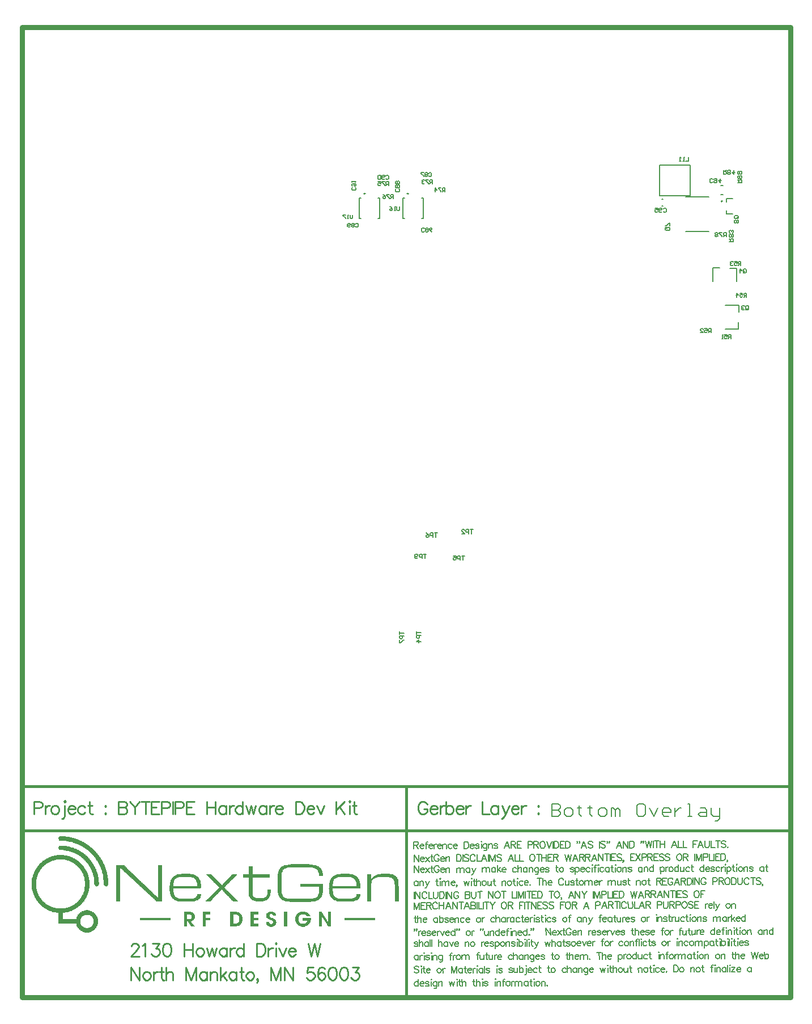
<source format=gbo>
G04*
G04 #@! TF.GenerationSoftware,Altium Limited,Altium Designer,21.2.2 (38)*
G04*
G04 Layer_Color=37055*
%FSLAX25Y25*%
%MOIN*%
G70*
G04*
G04 #@! TF.SameCoordinates,2E860D41-E7DC-41A5-80A1-EBEBF1B55734*
G04*
G04*
G04 #@! TF.FilePolarity,Positive*
G04*
G01*
G75*
%ADD10C,0.01000*%
%ADD12C,0.00787*%
%ADD15C,0.00800*%
%ADD17C,0.00500*%
%ADD21C,0.00600*%
%ADD26C,0.01500*%
%ADD27C,0.03000*%
%ADD28C,0.00900*%
G36*
X98721Y-73986D02*
X98584D01*
Y-74124D01*
X98446D01*
Y-74262D01*
Y-74400D01*
X98308D01*
Y-74537D01*
X98033D01*
Y-74675D01*
X97895D01*
Y-74813D01*
X97757D01*
Y-74950D01*
Y-75088D01*
X97619D01*
Y-75226D01*
X97344D01*
Y-75364D01*
X97206D01*
Y-75502D01*
X97069D01*
Y-75639D01*
Y-75777D01*
X96931D01*
Y-75915D01*
X96655D01*
Y-76052D01*
X96518D01*
Y-76190D01*
X96380D01*
Y-76328D01*
Y-76466D01*
X96242D01*
Y-76603D01*
X95967D01*
Y-76741D01*
X95829D01*
Y-76879D01*
X95691D01*
Y-77017D01*
Y-77154D01*
X95554D01*
Y-77292D01*
X95278D01*
Y-77430D01*
X95140D01*
Y-77567D01*
X95003D01*
Y-77705D01*
Y-77843D01*
X94865D01*
Y-77981D01*
X94589D01*
Y-78118D01*
X94452D01*
Y-78256D01*
X94314D01*
Y-78394D01*
Y-78531D01*
X94176D01*
Y-78669D01*
X93901D01*
Y-78807D01*
X93763D01*
Y-78945D01*
X93625D01*
Y-79083D01*
Y-79220D01*
X93488D01*
Y-79358D01*
X93212D01*
Y-79496D01*
X93074D01*
Y-79633D01*
X92937D01*
Y-79771D01*
Y-79909D01*
X92799D01*
Y-80047D01*
X92523D01*
Y-80184D01*
X92386D01*
Y-80322D01*
X92248D01*
Y-80460D01*
Y-80598D01*
X92110D01*
Y-80735D01*
X91835D01*
Y-80873D01*
X91697D01*
Y-81011D01*
X91559D01*
Y-81148D01*
Y-81286D01*
X91422D01*
Y-81424D01*
X91146D01*
Y-81562D01*
Y-81699D01*
Y-81837D01*
Y-81975D01*
X91422D01*
Y-82112D01*
X91559D01*
Y-82250D01*
X91697D01*
Y-82388D01*
X91835D01*
Y-82526D01*
Y-82664D01*
X92110D01*
Y-82801D01*
X92248D01*
Y-82939D01*
X92386D01*
Y-83077D01*
X92523D01*
Y-83214D01*
Y-83352D01*
X92799D01*
Y-83490D01*
X92937D01*
Y-83628D01*
X93074D01*
Y-83765D01*
X93212D01*
Y-83903D01*
X93350D01*
Y-84041D01*
X93488D01*
Y-84179D01*
X93625D01*
Y-84316D01*
X93763D01*
Y-84454D01*
X93901D01*
Y-84592D01*
X94038D01*
Y-84729D01*
X94176D01*
Y-84867D01*
X94314D01*
Y-85005D01*
X94452D01*
Y-85143D01*
X94589D01*
Y-85280D01*
X94727D01*
Y-85418D01*
X94865D01*
Y-85556D01*
X95003D01*
Y-85694D01*
X95140D01*
Y-85831D01*
X95278D01*
Y-85969D01*
X95416D01*
Y-86107D01*
X95554D01*
Y-86244D01*
X95691D01*
Y-86382D01*
X95829D01*
Y-86520D01*
X95967D01*
Y-86658D01*
X96105D01*
Y-86795D01*
X96242D01*
Y-86933D01*
X96380D01*
Y-87071D01*
X96518D01*
Y-87209D01*
X96655D01*
Y-87346D01*
X96793D01*
Y-87484D01*
X96931D01*
Y-87622D01*
X97069D01*
Y-87760D01*
X97206D01*
Y-87897D01*
X97344D01*
Y-88035D01*
X97482D01*
Y-88173D01*
X97619D01*
Y-88310D01*
X97757D01*
Y-88448D01*
X97895D01*
Y-88586D01*
X98033D01*
Y-88724D01*
X98171D01*
Y-88861D01*
X98308D01*
Y-88999D01*
X98446D01*
Y-89137D01*
X98584D01*
Y-89275D01*
X98721D01*
Y-89412D01*
X98859D01*
Y-89550D01*
X98997D01*
Y-89688D01*
X99135D01*
Y-89825D01*
X96242D01*
Y-89688D01*
X95967D01*
Y-89550D01*
X95829D01*
Y-89412D01*
Y-89275D01*
X95691D01*
Y-89137D01*
X95554D01*
Y-88999D01*
X95278D01*
Y-88861D01*
X95140D01*
Y-88724D01*
Y-88586D01*
X95003D01*
Y-88448D01*
X94865D01*
Y-88310D01*
X94589D01*
Y-88173D01*
X94452D01*
Y-88035D01*
Y-87897D01*
X94314D01*
Y-87760D01*
X94176D01*
Y-87622D01*
X94038D01*
Y-87484D01*
X93901D01*
Y-87346D01*
X93763D01*
Y-87209D01*
Y-87071D01*
X93625D01*
Y-86933D01*
X93488D01*
Y-86795D01*
X93212D01*
Y-86658D01*
Y-86520D01*
X93074D01*
Y-86382D01*
X92937D01*
Y-86244D01*
X92799D01*
Y-86107D01*
X92523D01*
Y-85969D01*
Y-85831D01*
X92386D01*
Y-85694D01*
X92248D01*
Y-85556D01*
X92110D01*
Y-85418D01*
X91835D01*
Y-85280D01*
Y-85143D01*
X91697D01*
Y-85005D01*
X91559D01*
Y-84867D01*
X91422D01*
Y-84729D01*
X91146D01*
Y-84592D01*
Y-84454D01*
X91009D01*
Y-84316D01*
X90871D01*
Y-84179D01*
X90733D01*
Y-84041D01*
X90458D01*
Y-83903D01*
Y-83765D01*
X90320D01*
Y-83628D01*
Y-83490D01*
X90182D01*
Y-83352D01*
X90044D01*
Y-83214D01*
X89907D01*
Y-83077D01*
X89769D01*
Y-82939D01*
X89356D01*
Y-83077D01*
X89218D01*
Y-83214D01*
X89080D01*
Y-83352D01*
X88942D01*
Y-83490D01*
X88805D01*
Y-83628D01*
X88667D01*
Y-83765D01*
X88529D01*
Y-83903D01*
X88392D01*
Y-84041D01*
X88254D01*
Y-84179D01*
X88116D01*
Y-84316D01*
X87978D01*
Y-84454D01*
Y-84592D01*
X87841D01*
Y-84729D01*
X87565D01*
Y-84867D01*
Y-85005D01*
X87428D01*
Y-85143D01*
X87290D01*
Y-85280D01*
Y-85418D01*
X87014D01*
Y-85556D01*
X86877D01*
Y-85694D01*
X86739D01*
Y-85831D01*
X86601D01*
Y-85969D01*
Y-86107D01*
X86326D01*
Y-86244D01*
X86188D01*
Y-86382D01*
X86050D01*
Y-86520D01*
X85913D01*
Y-86658D01*
Y-86795D01*
X85637D01*
Y-86933D01*
X85499D01*
Y-87071D01*
X85361D01*
Y-87209D01*
X85224D01*
Y-87346D01*
Y-87484D01*
X84948D01*
Y-87622D01*
X84811D01*
Y-87760D01*
X84673D01*
Y-87897D01*
X84535D01*
Y-88035D01*
Y-88173D01*
X84260D01*
Y-88310D01*
X84122D01*
Y-88448D01*
X83984D01*
Y-88586D01*
Y-88724D01*
X83846D01*
Y-88861D01*
X83709D01*
Y-88999D01*
X83571D01*
Y-89137D01*
X83433D01*
Y-89275D01*
X83296D01*
Y-89412D01*
Y-89550D01*
X83158D01*
Y-89688D01*
X82882D01*
Y-89825D01*
X79990D01*
Y-89688D01*
Y-89550D01*
X80128D01*
Y-89412D01*
X80265D01*
Y-89275D01*
X80403D01*
Y-89137D01*
X80679D01*
Y-88999D01*
X80816D01*
Y-88861D01*
Y-88724D01*
X80954D01*
Y-88586D01*
X81230D01*
Y-88448D01*
X81367D01*
Y-88310D01*
X81505D01*
Y-88173D01*
Y-88035D01*
X81643D01*
Y-87897D01*
X81918D01*
Y-87760D01*
X82056D01*
Y-87622D01*
X82194D01*
Y-87484D01*
Y-87346D01*
X82332D01*
Y-87209D01*
X82607D01*
Y-87071D01*
X82745D01*
Y-86933D01*
X82882D01*
Y-86795D01*
X83020D01*
Y-86658D01*
X83158D01*
Y-86520D01*
X83296D01*
Y-86382D01*
X83433D01*
Y-86244D01*
X83571D01*
Y-86107D01*
X83709D01*
Y-85969D01*
X83846D01*
Y-85831D01*
X83984D01*
Y-85694D01*
X84122D01*
Y-85556D01*
X84260D01*
Y-85418D01*
X84397D01*
Y-85280D01*
X84535D01*
Y-85143D01*
X84673D01*
Y-85005D01*
X84811D01*
Y-84867D01*
X84948D01*
Y-84729D01*
X85086D01*
Y-84592D01*
X85224D01*
Y-84454D01*
X85361D01*
Y-84316D01*
X85499D01*
Y-84179D01*
X85637D01*
Y-84041D01*
X85775D01*
Y-83903D01*
X85913D01*
Y-83765D01*
X86050D01*
Y-83628D01*
X86188D01*
Y-83490D01*
X86326D01*
Y-83352D01*
X86463D01*
Y-83214D01*
X86601D01*
Y-83077D01*
X86739D01*
Y-82939D01*
X86877D01*
Y-82801D01*
X87014D01*
Y-82664D01*
X87152D01*
Y-82526D01*
X87290D01*
Y-82388D01*
X87428D01*
Y-82250D01*
X87565D01*
Y-82112D01*
X87703D01*
Y-81975D01*
X87841D01*
Y-81837D01*
X87978D01*
Y-81699D01*
Y-81562D01*
Y-81424D01*
X87703D01*
Y-81286D01*
X87565D01*
Y-81148D01*
Y-81011D01*
X87428D01*
Y-80873D01*
X87290D01*
Y-80735D01*
X87014D01*
Y-80598D01*
X86877D01*
Y-80460D01*
Y-80322D01*
X86739D01*
Y-80184D01*
X86601D01*
Y-80047D01*
X86326D01*
Y-79909D01*
X86188D01*
Y-79771D01*
Y-79633D01*
X86050D01*
Y-79496D01*
X85913D01*
Y-79358D01*
X85637D01*
Y-79220D01*
X85499D01*
Y-79083D01*
Y-78945D01*
X85361D01*
Y-78807D01*
X85224D01*
Y-78669D01*
X84948D01*
Y-78531D01*
X84811D01*
Y-78394D01*
Y-78256D01*
X84673D01*
Y-78118D01*
X84535D01*
Y-77981D01*
X84260D01*
Y-77843D01*
X84122D01*
Y-77705D01*
Y-77567D01*
X83984D01*
Y-77430D01*
X83846D01*
Y-77292D01*
X83571D01*
Y-77154D01*
X83433D01*
Y-77017D01*
Y-76879D01*
X83296D01*
Y-76741D01*
X83158D01*
Y-76603D01*
X82882D01*
Y-76466D01*
X82745D01*
Y-76328D01*
Y-76190D01*
X82607D01*
Y-76052D01*
X82469D01*
Y-75915D01*
X82194D01*
Y-75777D01*
X82056D01*
Y-75639D01*
Y-75502D01*
X81918D01*
Y-75364D01*
X81780D01*
Y-75226D01*
X81505D01*
Y-75088D01*
X81367D01*
Y-74950D01*
Y-74813D01*
X81230D01*
Y-74675D01*
X81092D01*
Y-74537D01*
X80816D01*
Y-74400D01*
X80679D01*
Y-74262D01*
Y-74124D01*
X80541D01*
Y-73986D01*
X80403D01*
Y-73849D01*
X83296D01*
Y-73986D01*
X83433D01*
Y-74124D01*
X83571D01*
Y-74262D01*
X83709D01*
Y-74400D01*
X83846D01*
Y-74537D01*
X83984D01*
Y-74675D01*
X84122D01*
Y-74813D01*
X84260D01*
Y-74950D01*
X84397D01*
Y-75088D01*
X84535D01*
Y-75226D01*
X84673D01*
Y-75364D01*
X84811D01*
Y-75502D01*
X84948D01*
Y-75639D01*
X85086D01*
Y-75777D01*
X85224D01*
Y-75915D01*
X85361D01*
Y-76052D01*
X85499D01*
Y-76190D01*
X85637D01*
Y-76328D01*
X85775D01*
Y-76466D01*
X85913D01*
Y-76603D01*
X86050D01*
Y-76741D01*
X86188D01*
Y-76879D01*
X86326D01*
Y-77017D01*
Y-77154D01*
X86601D01*
Y-77292D01*
X86739D01*
Y-77430D01*
X86877D01*
Y-77567D01*
X87014D01*
Y-77705D01*
Y-77843D01*
X87290D01*
Y-77981D01*
X87428D01*
Y-78118D01*
X87565D01*
Y-78256D01*
X87703D01*
Y-78394D01*
Y-78531D01*
X87978D01*
Y-78669D01*
X88116D01*
Y-78807D01*
X88254D01*
Y-78945D01*
X88392D01*
Y-79083D01*
Y-79220D01*
X88667D01*
Y-79358D01*
X88805D01*
Y-79496D01*
X88942D01*
Y-79633D01*
X89080D01*
Y-79771D01*
Y-79909D01*
X89356D01*
Y-80047D01*
X89493D01*
Y-80184D01*
X89769D01*
Y-80047D01*
X90044D01*
Y-79909D01*
Y-79771D01*
X90182D01*
Y-79633D01*
X90320D01*
Y-79496D01*
X90458D01*
Y-79358D01*
X90595D01*
Y-79220D01*
X90733D01*
Y-79083D01*
X90871D01*
Y-78945D01*
X91009D01*
Y-78807D01*
X91146D01*
Y-78669D01*
Y-78531D01*
X91422D01*
Y-78394D01*
Y-78256D01*
X91559D01*
Y-78118D01*
X91697D01*
Y-77981D01*
X91835D01*
Y-77843D01*
X92110D01*
Y-77705D01*
Y-77567D01*
X92248D01*
Y-77430D01*
X92386D01*
Y-77292D01*
X92523D01*
Y-77154D01*
X92799D01*
Y-77017D01*
Y-76879D01*
X92937D01*
Y-76741D01*
X93074D01*
Y-76603D01*
X93212D01*
Y-76466D01*
X93488D01*
Y-76328D01*
Y-76190D01*
X93625D01*
Y-76052D01*
X93763D01*
Y-75915D01*
X93901D01*
Y-75777D01*
X94038D01*
Y-75639D01*
X94176D01*
Y-75502D01*
X94314D01*
Y-75364D01*
X94452D01*
Y-75226D01*
X94589D01*
Y-75088D01*
X94727D01*
Y-74950D01*
X94865D01*
Y-74813D01*
X95003D01*
Y-74675D01*
X95140D01*
Y-74537D01*
X95278D01*
Y-74400D01*
Y-74262D01*
X95416D01*
Y-74124D01*
X95691D01*
Y-73986D01*
X95829D01*
Y-73849D01*
X98721D01*
Y-73986D01*
D02*
G37*
G36*
X-2229Y-51668D02*
Y-51806D01*
X-989D01*
Y-51944D01*
X-25D01*
Y-52082D01*
X801D01*
Y-52219D01*
X1490D01*
Y-52357D01*
X1627D01*
Y-52495D01*
X2178D01*
Y-52632D01*
X2867D01*
Y-52770D01*
X3280D01*
Y-52908D01*
X3831D01*
Y-53046D01*
X3969D01*
Y-53183D01*
X4382D01*
Y-53321D01*
X4795D01*
Y-53459D01*
X5208D01*
Y-53597D01*
X5621D01*
Y-53734D01*
X5759D01*
Y-53872D01*
X6035D01*
Y-54010D01*
X6310D01*
Y-54147D01*
X6723D01*
Y-54285D01*
X7136D01*
Y-54423D01*
X7274D01*
Y-54561D01*
X7412D01*
Y-54698D01*
X7825D01*
Y-54836D01*
X8101D01*
Y-54974D01*
X8376D01*
Y-55112D01*
X8514D01*
Y-55249D01*
X8789D01*
Y-55387D01*
X9065D01*
Y-55525D01*
X9340D01*
Y-55663D01*
X9616D01*
Y-55800D01*
Y-55938D01*
X9891D01*
Y-56076D01*
X10167D01*
Y-56213D01*
X10304D01*
Y-56351D01*
X10718D01*
Y-56489D01*
Y-56627D01*
X10855D01*
Y-56764D01*
X11131D01*
Y-56902D01*
X11406D01*
Y-57040D01*
X11544D01*
Y-57178D01*
X11682D01*
Y-57315D01*
X11819D01*
Y-57453D01*
X12095D01*
Y-57591D01*
X12233D01*
Y-57728D01*
X12370D01*
Y-57866D01*
X12508D01*
Y-58004D01*
X12784D01*
Y-58142D01*
X12921D01*
Y-58279D01*
X13059D01*
Y-58417D01*
X13197D01*
Y-58555D01*
X13334D01*
Y-58693D01*
X13472D01*
Y-58830D01*
X13610D01*
Y-58968D01*
X13748D01*
Y-59106D01*
X14023D01*
Y-59244D01*
X14161D01*
Y-59381D01*
X14299D01*
Y-59519D01*
X14436D01*
Y-59657D01*
X14574D01*
Y-59794D01*
X14849D01*
Y-59932D01*
Y-60070D01*
X14987D01*
Y-60208D01*
X15125D01*
Y-60345D01*
Y-60483D01*
X15400D01*
Y-60621D01*
X15538D01*
Y-60759D01*
Y-60896D01*
X15676D01*
Y-61034D01*
X15814D01*
Y-61172D01*
X15951D01*
Y-61309D01*
Y-61447D01*
X16227D01*
Y-61585D01*
X16364D01*
Y-61723D01*
X16502D01*
Y-61860D01*
Y-61998D01*
X16640D01*
Y-62136D01*
Y-62274D01*
X16915D01*
Y-62411D01*
X17053D01*
Y-62549D01*
Y-62687D01*
X17191D01*
Y-62824D01*
Y-62962D01*
X17329D01*
Y-63100D01*
X17604D01*
Y-63238D01*
Y-63375D01*
Y-63513D01*
X17742D01*
Y-63651D01*
X17879D01*
Y-63789D01*
X18017D01*
Y-63926D01*
Y-64064D01*
X18155D01*
Y-64202D01*
X18293D01*
Y-64340D01*
X18430D01*
Y-64477D01*
Y-64615D01*
X18568D01*
Y-64753D01*
Y-64890D01*
Y-65028D01*
X18706D01*
Y-65166D01*
X18981D01*
Y-65304D01*
Y-65441D01*
Y-65579D01*
X19119D01*
Y-65717D01*
Y-65855D01*
X19257D01*
Y-65992D01*
X19395D01*
Y-66130D01*
Y-66268D01*
Y-66405D01*
X19670D01*
Y-66543D01*
Y-66681D01*
X19808D01*
Y-66819D01*
Y-66956D01*
Y-67094D01*
X19945D01*
Y-67232D01*
Y-67370D01*
X20083D01*
Y-67507D01*
Y-67645D01*
Y-67783D01*
X20359D01*
Y-67921D01*
Y-68058D01*
Y-68196D01*
Y-68334D01*
X20496D01*
Y-68471D01*
Y-68609D01*
X20634D01*
Y-68747D01*
Y-68885D01*
Y-69022D01*
X20772D01*
Y-69160D01*
Y-69298D01*
X20910D01*
Y-69436D01*
X21047D01*
Y-69573D01*
Y-69711D01*
Y-69849D01*
Y-69986D01*
X21185D01*
Y-70124D01*
Y-70262D01*
Y-70400D01*
X21323D01*
Y-70537D01*
Y-70675D01*
Y-70813D01*
X21461D01*
Y-70951D01*
Y-71088D01*
Y-71226D01*
Y-71364D01*
X21736D01*
Y-71501D01*
Y-71639D01*
Y-71777D01*
Y-71915D01*
Y-72052D01*
X21874D01*
Y-72190D01*
Y-72328D01*
Y-72466D01*
Y-72603D01*
X22011D01*
Y-72741D01*
Y-72879D01*
Y-73017D01*
Y-73154D01*
Y-73292D01*
Y-73430D01*
X22149D01*
Y-73567D01*
Y-73705D01*
Y-73843D01*
Y-73981D01*
Y-74118D01*
X22425D01*
Y-74256D01*
Y-74394D01*
Y-74532D01*
Y-74669D01*
Y-74807D01*
Y-74945D01*
Y-75082D01*
X22562D01*
Y-75220D01*
Y-75358D01*
Y-75496D01*
Y-75633D01*
Y-75771D01*
Y-75909D01*
Y-76047D01*
Y-76184D01*
Y-76322D01*
X22700D01*
Y-76460D01*
Y-76597D01*
Y-76735D01*
Y-76873D01*
Y-77011D01*
Y-77148D01*
Y-77286D01*
Y-77424D01*
Y-77562D01*
Y-77699D01*
Y-77837D01*
Y-77975D01*
Y-78113D01*
Y-78250D01*
Y-78388D01*
X22838D01*
Y-78526D01*
Y-78663D01*
Y-78801D01*
Y-78939D01*
Y-79077D01*
Y-79214D01*
Y-79352D01*
Y-79490D01*
Y-79628D01*
Y-79765D01*
X22700D01*
Y-79903D01*
Y-80041D01*
Y-80178D01*
X22562D01*
Y-80316D01*
Y-80454D01*
X22425D01*
Y-80592D01*
Y-80729D01*
X22011D01*
Y-80867D01*
X21736D01*
Y-81005D01*
X21323D01*
Y-80867D01*
X20772D01*
Y-80729D01*
X20634D01*
Y-80592D01*
Y-80454D01*
X20496D01*
Y-80316D01*
X20359D01*
Y-80178D01*
Y-80041D01*
X20221D01*
Y-79903D01*
X20083D01*
Y-79765D01*
Y-79628D01*
Y-79490D01*
Y-79352D01*
Y-79214D01*
Y-79077D01*
Y-78939D01*
Y-78801D01*
Y-78663D01*
Y-78526D01*
Y-78388D01*
Y-78250D01*
Y-78113D01*
Y-77975D01*
Y-77837D01*
Y-77699D01*
Y-77562D01*
Y-77424D01*
Y-77286D01*
X19945D01*
Y-77148D01*
Y-77011D01*
Y-76873D01*
Y-76735D01*
Y-76597D01*
Y-76460D01*
Y-76322D01*
Y-76184D01*
Y-76047D01*
Y-75909D01*
Y-75771D01*
X19808D01*
Y-75633D01*
Y-75496D01*
Y-75358D01*
Y-75220D01*
Y-75082D01*
Y-74945D01*
Y-74807D01*
Y-74669D01*
X19670D01*
Y-74532D01*
Y-74394D01*
Y-74256D01*
Y-74118D01*
Y-73981D01*
X19532D01*
Y-73843D01*
X19395D01*
Y-73705D01*
Y-73567D01*
Y-73430D01*
Y-73292D01*
Y-73154D01*
X19257D01*
Y-73017D01*
Y-72879D01*
Y-72741D01*
Y-72603D01*
X19119D01*
Y-72466D01*
Y-72328D01*
Y-72190D01*
Y-72052D01*
Y-71915D01*
X18981D01*
Y-71777D01*
Y-71639D01*
Y-71501D01*
X18844D01*
Y-71364D01*
X18706D01*
Y-71226D01*
Y-71088D01*
Y-70951D01*
Y-70813D01*
X18568D01*
Y-70675D01*
Y-70537D01*
X18430D01*
Y-70400D01*
Y-70262D01*
Y-70124D01*
Y-69986D01*
X18293D01*
Y-69849D01*
Y-69711D01*
X18155D01*
Y-69573D01*
X18017D01*
Y-69436D01*
Y-69298D01*
Y-69160D01*
X17879D01*
Y-69022D01*
Y-68885D01*
Y-68747D01*
X17742D01*
Y-68609D01*
Y-68471D01*
X17604D01*
Y-68334D01*
Y-68196D01*
X17466D01*
Y-68058D01*
X17329D01*
Y-67921D01*
Y-67783D01*
X17191D01*
Y-67645D01*
Y-67507D01*
Y-67370D01*
X17053D01*
Y-67232D01*
Y-67094D01*
X16915D01*
Y-66956D01*
X16778D01*
Y-66819D01*
X16640D01*
Y-66681D01*
Y-66543D01*
X16502D01*
Y-66405D01*
Y-66268D01*
X16364D01*
Y-66130D01*
Y-65992D01*
X16227D01*
Y-65855D01*
Y-65717D01*
X15951D01*
Y-65579D01*
Y-65441D01*
X15814D01*
Y-65304D01*
Y-65166D01*
X15676D01*
Y-65028D01*
X15538D01*
Y-64890D01*
Y-64753D01*
X15400D01*
Y-64615D01*
X15263D01*
Y-64477D01*
X15125D01*
Y-64340D01*
Y-64202D01*
X14987D01*
Y-64064D01*
Y-63926D01*
X14849D01*
Y-63789D01*
X14574D01*
Y-63651D01*
X14436D01*
Y-63513D01*
Y-63375D01*
X14299D01*
Y-63238D01*
Y-63100D01*
X14161D01*
Y-62962D01*
X13885D01*
Y-62824D01*
X13748D01*
Y-62687D01*
Y-62549D01*
X13610D01*
Y-62411D01*
X13472D01*
Y-62274D01*
X13197D01*
Y-62136D01*
Y-61998D01*
X13059D01*
Y-61860D01*
Y-61723D01*
X12921D01*
Y-61585D01*
X12646D01*
Y-61447D01*
X12508D01*
Y-61309D01*
X12370D01*
Y-61172D01*
X12233D01*
Y-61034D01*
X12095D01*
Y-60896D01*
X11819D01*
Y-60759D01*
X11682D01*
Y-60621D01*
Y-60483D01*
X11544D01*
Y-60345D01*
X11406D01*
Y-60208D01*
X11131D01*
Y-60070D01*
X10993D01*
Y-59932D01*
X10855D01*
Y-59794D01*
X10718D01*
Y-59657D01*
X10442D01*
Y-59519D01*
X10304D01*
Y-59381D01*
X10167D01*
Y-59244D01*
X10029D01*
Y-59106D01*
X9753D01*
Y-58968D01*
X9616D01*
Y-58830D01*
X9340D01*
Y-58693D01*
X9065D01*
Y-58555D01*
Y-58417D01*
X8789D01*
Y-58279D01*
X8514D01*
Y-58142D01*
X8238D01*
Y-58004D01*
X8101D01*
Y-57866D01*
X7963D01*
Y-57728D01*
X7688D01*
Y-57591D01*
X7412D01*
Y-57453D01*
X7136D01*
Y-57315D01*
X6861D01*
Y-57178D01*
Y-57040D01*
X6586D01*
Y-56902D01*
X6172D01*
Y-56764D01*
X5897D01*
Y-56627D01*
X5484D01*
Y-56489D01*
Y-56351D01*
X5071D01*
Y-56213D01*
X4657D01*
Y-56076D01*
X4244D01*
Y-55938D01*
X3831D01*
Y-55800D01*
X3693D01*
Y-55663D01*
X3280D01*
Y-55525D01*
X2729D01*
Y-55387D01*
X2178D01*
Y-55249D01*
X1765D01*
Y-55112D01*
X1627D01*
Y-54974D01*
X1076D01*
Y-54836D01*
X388D01*
Y-54698D01*
X-576D01*
Y-54561D01*
X-1541D01*
Y-54423D01*
X-1816D01*
Y-54285D01*
X-3331D01*
Y-54147D01*
X-5672D01*
Y-54010D01*
X-6086D01*
Y-53872D01*
X-6223D01*
Y-53734D01*
Y-53597D01*
X-6361D01*
Y-53459D01*
Y-53321D01*
X-6499D01*
Y-53183D01*
Y-53046D01*
Y-52908D01*
Y-52770D01*
Y-52632D01*
Y-52495D01*
Y-52357D01*
Y-52219D01*
X-6361D01*
Y-52082D01*
X-6223D01*
Y-51944D01*
X-6086D01*
Y-51806D01*
X-5810D01*
Y-51668D01*
Y-51531D01*
X-2229D01*
Y-51668D01*
D02*
G37*
G36*
X-2642Y-57178D02*
X-2505D01*
Y-57315D01*
X-1541D01*
Y-57453D01*
X-576D01*
Y-57591D01*
X250D01*
Y-57728D01*
X801D01*
Y-57866D01*
X939D01*
Y-58004D01*
X1490D01*
Y-58142D01*
X1903D01*
Y-58279D01*
X2454D01*
Y-58417D01*
X2867D01*
Y-58555D01*
Y-58693D01*
X3280D01*
Y-58830D01*
X3693D01*
Y-58968D01*
X4106D01*
Y-59106D01*
X4520D01*
Y-59244D01*
Y-59381D01*
X4795D01*
Y-59519D01*
X5208D01*
Y-59657D01*
X5484D01*
Y-59794D01*
X5759D01*
Y-59932D01*
X5897D01*
Y-60070D01*
X6035D01*
Y-60208D01*
X6310D01*
Y-60345D01*
X6723D01*
Y-60483D01*
X6861D01*
Y-60621D01*
Y-60759D01*
X7274D01*
Y-60896D01*
X7412D01*
Y-61034D01*
X7688D01*
Y-61172D01*
X7963D01*
Y-61309D01*
Y-61447D01*
X8101D01*
Y-61585D01*
X8376D01*
Y-61723D01*
X8652D01*
Y-61860D01*
X8789D01*
Y-61998D01*
Y-62136D01*
X9065D01*
Y-62274D01*
X9340D01*
Y-62411D01*
X9478D01*
Y-62549D01*
X9616D01*
Y-62687D01*
X9753D01*
Y-62824D01*
Y-62962D01*
X10029D01*
Y-63100D01*
X10167D01*
Y-63238D01*
X10304D01*
Y-63375D01*
X10442D01*
Y-63513D01*
X10580D01*
Y-63651D01*
X10718D01*
Y-63789D01*
X10855D01*
Y-63926D01*
X10993D01*
Y-64064D01*
X11131D01*
Y-64202D01*
Y-64340D01*
X11406D01*
Y-64477D01*
X11544D01*
Y-64615D01*
X11682D01*
Y-64753D01*
Y-64890D01*
X11819D01*
Y-65028D01*
X12095D01*
Y-65166D01*
Y-65304D01*
X12233D01*
Y-65441D01*
Y-65579D01*
X12370D01*
Y-65717D01*
X12508D01*
Y-65855D01*
X12784D01*
Y-65992D01*
Y-66130D01*
X12921D01*
Y-66268D01*
Y-66405D01*
X13059D01*
Y-66543D01*
X13197D01*
Y-66681D01*
Y-66819D01*
X13334D01*
Y-66956D01*
X13472D01*
Y-67094D01*
X13610D01*
Y-67232D01*
Y-67370D01*
X13748D01*
Y-67507D01*
Y-67645D01*
X13885D01*
Y-67783D01*
Y-67921D01*
X14161D01*
Y-68058D01*
Y-68196D01*
Y-68334D01*
X14299D01*
Y-68471D01*
X14436D01*
Y-68609D01*
Y-68747D01*
X14574D01*
Y-68885D01*
Y-69022D01*
Y-69160D01*
X14849D01*
Y-69298D01*
Y-69436D01*
X14987D01*
Y-69573D01*
Y-69711D01*
Y-69849D01*
X15125D01*
Y-69986D01*
Y-70124D01*
X15263D01*
Y-70262D01*
Y-70400D01*
Y-70537D01*
X15538D01*
Y-70675D01*
Y-70813D01*
Y-70951D01*
X15676D01*
Y-71088D01*
Y-71226D01*
Y-71364D01*
X15814D01*
Y-71501D01*
Y-71639D01*
Y-71777D01*
Y-71915D01*
X15951D01*
Y-72052D01*
Y-72190D01*
X16089D01*
Y-72328D01*
X16227D01*
Y-72466D01*
Y-72603D01*
Y-72741D01*
Y-72879D01*
X16364D01*
Y-73017D01*
Y-73154D01*
Y-73292D01*
Y-73430D01*
X16502D01*
Y-73567D01*
Y-73705D01*
Y-73843D01*
Y-73981D01*
X16640D01*
Y-74118D01*
Y-74256D01*
Y-74394D01*
Y-74532D01*
Y-74669D01*
X16778D01*
Y-74807D01*
X16915D01*
Y-74945D01*
Y-75082D01*
Y-75220D01*
Y-75358D01*
Y-75496D01*
Y-75633D01*
X17053D01*
Y-75771D01*
Y-75909D01*
Y-76047D01*
Y-76184D01*
Y-76322D01*
Y-76460D01*
Y-76597D01*
Y-76735D01*
X17191D01*
Y-76873D01*
Y-77011D01*
Y-77148D01*
Y-77286D01*
Y-77424D01*
Y-77562D01*
Y-77699D01*
Y-77837D01*
Y-77975D01*
Y-78113D01*
Y-78250D01*
Y-78388D01*
X17329D01*
Y-78526D01*
Y-78663D01*
Y-78801D01*
Y-78939D01*
Y-79077D01*
Y-79214D01*
Y-79352D01*
Y-79490D01*
Y-79628D01*
Y-79765D01*
X17191D01*
Y-79903D01*
Y-80041D01*
Y-80178D01*
X17053D01*
Y-80316D01*
Y-80454D01*
X16915D01*
Y-80592D01*
Y-80729D01*
X16502D01*
Y-80867D01*
X16227D01*
Y-81005D01*
X15814D01*
Y-80867D01*
X15400D01*
Y-80729D01*
X15125D01*
Y-80592D01*
Y-80454D01*
X14987D01*
Y-80316D01*
X14849D01*
Y-80178D01*
Y-80041D01*
X14712D01*
Y-79903D01*
X14574D01*
Y-79765D01*
Y-79628D01*
Y-79490D01*
Y-79352D01*
Y-79214D01*
Y-79077D01*
Y-78939D01*
Y-78801D01*
Y-78663D01*
Y-78526D01*
Y-78388D01*
Y-78250D01*
Y-78113D01*
Y-77975D01*
Y-77837D01*
Y-77699D01*
Y-77562D01*
Y-77424D01*
X14436D01*
Y-77286D01*
Y-77148D01*
Y-77011D01*
Y-76873D01*
Y-76735D01*
Y-76597D01*
Y-76460D01*
Y-76322D01*
Y-76184D01*
X14299D01*
Y-76047D01*
Y-75909D01*
Y-75771D01*
Y-75633D01*
Y-75496D01*
Y-75358D01*
X14161D01*
Y-75220D01*
Y-75082D01*
Y-74945D01*
Y-74807D01*
Y-74669D01*
X14023D01*
Y-74532D01*
X13885D01*
Y-74394D01*
Y-74256D01*
Y-74118D01*
Y-73981D01*
X13748D01*
Y-73843D01*
Y-73705D01*
Y-73567D01*
Y-73430D01*
Y-73292D01*
X13610D01*
Y-73154D01*
Y-73017D01*
Y-72879D01*
X13472D01*
Y-72741D01*
Y-72603D01*
Y-72466D01*
X13197D01*
Y-72328D01*
Y-72190D01*
Y-72052D01*
Y-71915D01*
X13059D01*
Y-71777D01*
Y-71639D01*
Y-71501D01*
X12921D01*
Y-71364D01*
Y-71226D01*
X12784D01*
Y-71088D01*
Y-70951D01*
Y-70813D01*
X12508D01*
Y-70675D01*
Y-70537D01*
X12370D01*
Y-70400D01*
Y-70262D01*
Y-70124D01*
X12233D01*
Y-69986D01*
Y-69849D01*
X12095D01*
Y-69711D01*
Y-69573D01*
X11957D01*
Y-69436D01*
X11819D01*
Y-69298D01*
Y-69160D01*
X11682D01*
Y-69022D01*
X11544D01*
Y-68885D01*
Y-68747D01*
Y-68609D01*
X11406D01*
Y-68471D01*
X11131D01*
Y-68334D01*
Y-68196D01*
Y-68058D01*
X10993D01*
Y-67921D01*
X10855D01*
Y-67783D01*
X10718D01*
Y-67645D01*
Y-67507D01*
X10580D01*
Y-67370D01*
X10442D01*
Y-67232D01*
X10304D01*
Y-67094D01*
X10167D01*
Y-66956D01*
X10029D01*
Y-66819D01*
Y-66681D01*
X9891D01*
Y-66543D01*
X9753D01*
Y-66405D01*
X9616D01*
Y-66268D01*
X9478D01*
Y-66130D01*
Y-65992D01*
X9340D01*
Y-65855D01*
X9065D01*
Y-65717D01*
X8927D01*
Y-65579D01*
X8789D01*
Y-65441D01*
Y-65304D01*
X8652D01*
Y-65166D01*
X8376D01*
Y-65028D01*
X8238D01*
Y-64890D01*
X8101D01*
Y-64753D01*
X7963D01*
Y-64615D01*
Y-64477D01*
X7688D01*
Y-64340D01*
X7550D01*
Y-64202D01*
X7274D01*
Y-64064D01*
Y-63926D01*
X6999D01*
Y-63789D01*
X6861D01*
Y-63651D01*
X6586D01*
Y-63513D01*
X6310D01*
Y-63375D01*
Y-63238D01*
X6172D01*
Y-63100D01*
X5897D01*
Y-62962D01*
X5621D01*
Y-62824D01*
X5346D01*
Y-62687D01*
Y-62549D01*
X5071D01*
Y-62411D01*
X4795D01*
Y-62274D01*
X4520D01*
Y-62136D01*
X4106D01*
Y-61998D01*
Y-61860D01*
X3831D01*
Y-61723D01*
X3418D01*
Y-61585D01*
X3142D01*
Y-61447D01*
X2729D01*
Y-61309D01*
Y-61172D01*
X2178D01*
Y-61034D01*
X1903D01*
Y-60896D01*
X1352D01*
Y-60759D01*
X801D01*
Y-60621D01*
Y-60483D01*
X250D01*
Y-60345D01*
X-301D01*
Y-60208D01*
X-1127D01*
Y-60070D01*
X-2091D01*
Y-59932D01*
Y-59794D01*
X-3606D01*
Y-59657D01*
X-5672D01*
Y-59519D01*
X-6086D01*
Y-59381D01*
X-6223D01*
Y-59244D01*
Y-59106D01*
X-6361D01*
Y-58968D01*
Y-58830D01*
X-6499D01*
Y-58693D01*
Y-58555D01*
Y-58417D01*
Y-58279D01*
Y-58142D01*
Y-58004D01*
Y-57866D01*
Y-57728D01*
X-6361D01*
Y-57591D01*
X-6223D01*
Y-57453D01*
X-6086D01*
Y-57315D01*
X-5810D01*
Y-57178D01*
Y-57040D01*
X-2642D01*
Y-57178D01*
D02*
G37*
G36*
X54510Y-68615D02*
Y-68753D01*
Y-68890D01*
Y-69028D01*
Y-69166D01*
Y-69304D01*
Y-69441D01*
Y-69579D01*
Y-69717D01*
Y-69854D01*
Y-69992D01*
Y-70130D01*
Y-70268D01*
Y-70406D01*
Y-70543D01*
Y-70681D01*
Y-70819D01*
Y-70956D01*
Y-71094D01*
Y-71232D01*
Y-71370D01*
Y-71507D01*
Y-71645D01*
Y-71783D01*
Y-71921D01*
Y-72058D01*
Y-72196D01*
Y-72334D01*
Y-72471D01*
Y-72609D01*
Y-72747D01*
Y-72885D01*
Y-73022D01*
Y-73160D01*
Y-73298D01*
Y-73435D01*
Y-73573D01*
Y-73711D01*
Y-73849D01*
Y-73986D01*
Y-74124D01*
Y-74262D01*
Y-74400D01*
Y-74537D01*
Y-74675D01*
Y-74813D01*
Y-74950D01*
Y-75088D01*
Y-75226D01*
Y-75364D01*
Y-75502D01*
Y-75639D01*
Y-75777D01*
Y-75915D01*
Y-76052D01*
Y-76190D01*
Y-76328D01*
Y-76466D01*
Y-76603D01*
Y-76741D01*
Y-76879D01*
Y-77017D01*
Y-77154D01*
Y-77292D01*
Y-77430D01*
Y-77567D01*
Y-77705D01*
Y-77843D01*
Y-77981D01*
Y-78118D01*
Y-78256D01*
Y-78394D01*
Y-78531D01*
Y-78669D01*
Y-78807D01*
Y-78945D01*
Y-79083D01*
Y-79220D01*
Y-79358D01*
Y-79496D01*
Y-79633D01*
Y-79771D01*
Y-79909D01*
Y-80047D01*
Y-80184D01*
Y-80322D01*
Y-80460D01*
Y-80598D01*
Y-80735D01*
Y-80873D01*
Y-81011D01*
Y-81148D01*
Y-81286D01*
Y-81424D01*
Y-81562D01*
Y-81699D01*
Y-81837D01*
Y-81975D01*
Y-82112D01*
Y-82250D01*
Y-82388D01*
Y-82526D01*
Y-82664D01*
Y-82801D01*
Y-82939D01*
Y-83077D01*
Y-83214D01*
Y-83352D01*
Y-83490D01*
Y-83628D01*
Y-83765D01*
Y-83903D01*
Y-84041D01*
Y-84179D01*
Y-84316D01*
Y-84454D01*
Y-84592D01*
Y-84729D01*
Y-84867D01*
Y-85005D01*
Y-85143D01*
Y-85280D01*
Y-85418D01*
Y-85556D01*
Y-85694D01*
Y-85831D01*
Y-85969D01*
Y-86107D01*
Y-86244D01*
Y-86382D01*
Y-86520D01*
Y-86658D01*
Y-86795D01*
Y-86933D01*
Y-87071D01*
Y-87209D01*
Y-87346D01*
Y-87484D01*
Y-87622D01*
Y-87760D01*
Y-87897D01*
Y-88035D01*
Y-88173D01*
Y-88310D01*
Y-88448D01*
Y-88586D01*
Y-88724D01*
Y-88861D01*
Y-88999D01*
Y-89137D01*
Y-89275D01*
Y-89412D01*
Y-89550D01*
Y-89688D01*
Y-89825D01*
X51204D01*
Y-89688D01*
X50929D01*
Y-89550D01*
X50791D01*
Y-89412D01*
Y-89275D01*
X50516D01*
Y-89137D01*
X50378D01*
Y-88999D01*
X50240D01*
Y-88861D01*
X50103D01*
Y-88724D01*
Y-88586D01*
X49827D01*
Y-88448D01*
X49689D01*
Y-88310D01*
X49552D01*
Y-88173D01*
X49414D01*
Y-88035D01*
X49276D01*
Y-87897D01*
X49139D01*
Y-87760D01*
X49001D01*
Y-87622D01*
X48725D01*
Y-87484D01*
X48450D01*
Y-87346D01*
Y-87209D01*
X48312D01*
Y-87071D01*
X48174D01*
Y-86933D01*
X48037D01*
Y-86795D01*
X47761D01*
Y-86658D01*
Y-86520D01*
X47623D01*
Y-86382D01*
X47486D01*
Y-86244D01*
X47348D01*
Y-86107D01*
X47072D01*
Y-85969D01*
Y-85831D01*
X46935D01*
Y-85694D01*
X46797D01*
Y-85556D01*
X46522D01*
Y-85418D01*
X46246D01*
Y-85280D01*
Y-85143D01*
X46108D01*
Y-85005D01*
X45971D01*
Y-84867D01*
X45695D01*
Y-84729D01*
X45557D01*
Y-84592D01*
Y-84454D01*
X45420D01*
Y-84316D01*
X45282D01*
Y-84179D01*
X45006D01*
Y-84041D01*
X44869D01*
Y-83903D01*
Y-83765D01*
X44731D01*
Y-83628D01*
X44456D01*
Y-83490D01*
X44318D01*
Y-83352D01*
X44043D01*
Y-83214D01*
Y-83077D01*
X43905D01*
Y-82939D01*
X43629D01*
Y-82801D01*
X43492D01*
Y-82664D01*
X43354D01*
Y-82526D01*
Y-82388D01*
X43216D01*
Y-82250D01*
X42941D01*
Y-82112D01*
X42803D01*
Y-81975D01*
X42665D01*
Y-81837D01*
Y-81699D01*
X42390D01*
Y-81562D01*
X42252D01*
Y-81424D01*
X42114D01*
Y-81286D01*
X41839D01*
Y-81148D01*
Y-81011D01*
X41563D01*
Y-80873D01*
X41426D01*
Y-80735D01*
X41288D01*
Y-80598D01*
X41150D01*
Y-80460D01*
Y-80322D01*
X40875D01*
Y-80184D01*
X40737D01*
Y-80047D01*
X40599D01*
Y-79909D01*
X40462D01*
Y-79771D01*
X40324D01*
Y-79633D01*
X40186D01*
Y-79496D01*
X40048D01*
Y-79358D01*
X39773D01*
Y-79220D01*
X39497D01*
Y-79083D01*
Y-78945D01*
X39360D01*
Y-78807D01*
X39222D01*
Y-78669D01*
X39084D01*
Y-78531D01*
X38809D01*
Y-78394D01*
Y-78256D01*
X38671D01*
Y-78118D01*
X38533D01*
Y-77981D01*
X38396D01*
Y-77843D01*
X38120D01*
Y-77705D01*
Y-77567D01*
X37982D01*
Y-77430D01*
X37845D01*
Y-77292D01*
X37569D01*
Y-77154D01*
X37431D01*
Y-77017D01*
X37294D01*
Y-76879D01*
X37156D01*
Y-76741D01*
X37018D01*
Y-76603D01*
X36743D01*
Y-76466D01*
X36605D01*
Y-76328D01*
Y-76190D01*
X36467D01*
Y-76052D01*
X36330D01*
Y-75915D01*
X36054D01*
Y-75777D01*
X35916D01*
Y-75639D01*
Y-75502D01*
X35779D01*
Y-75364D01*
X35503D01*
Y-75226D01*
X35365D01*
Y-75088D01*
X35090D01*
Y-74950D01*
Y-74813D01*
X34952D01*
Y-74675D01*
X34677D01*
Y-74537D01*
X34539D01*
Y-74400D01*
X34401D01*
Y-74262D01*
Y-74124D01*
X34264D01*
Y-73986D01*
X33988D01*
Y-73849D01*
X33850D01*
Y-73711D01*
X33713D01*
Y-73573D01*
Y-73435D01*
X33437D01*
Y-73298D01*
X33299D01*
Y-73160D01*
X33162D01*
Y-73022D01*
X33024D01*
Y-72885D01*
X32886D01*
Y-72747D01*
X32611D01*
Y-72609D01*
X32473D01*
Y-72471D01*
X32335D01*
Y-72334D01*
X32198D01*
Y-72196D01*
Y-72058D01*
X31922D01*
Y-71921D01*
X31784D01*
Y-71783D01*
X31647D01*
Y-71645D01*
X31509D01*
Y-71507D01*
X31371D01*
Y-71370D01*
X31234D01*
Y-71232D01*
X31096D01*
Y-71094D01*
X30958D01*
Y-70956D01*
X30683D01*
Y-70819D01*
X30545D01*
Y-70681D01*
X30407D01*
Y-70543D01*
X30269D01*
Y-70406D01*
X29856D01*
Y-70543D01*
Y-70681D01*
Y-70819D01*
Y-70956D01*
Y-71094D01*
Y-71232D01*
Y-71370D01*
Y-71507D01*
Y-71645D01*
Y-71783D01*
Y-71921D01*
Y-72058D01*
Y-72196D01*
Y-72334D01*
Y-72471D01*
Y-72609D01*
Y-72747D01*
Y-72885D01*
Y-73022D01*
Y-73160D01*
Y-73298D01*
Y-73435D01*
Y-73573D01*
Y-73711D01*
Y-73849D01*
Y-73986D01*
Y-74124D01*
Y-74262D01*
Y-74400D01*
Y-74537D01*
Y-74675D01*
Y-74813D01*
Y-74950D01*
Y-75088D01*
Y-75226D01*
Y-75364D01*
Y-75502D01*
Y-75639D01*
Y-75777D01*
Y-75915D01*
Y-76052D01*
Y-76190D01*
Y-76328D01*
Y-76466D01*
Y-76603D01*
Y-76741D01*
Y-76879D01*
Y-77017D01*
Y-77154D01*
Y-77292D01*
Y-77430D01*
Y-77567D01*
Y-77705D01*
Y-77843D01*
Y-77981D01*
Y-78118D01*
Y-78256D01*
Y-78394D01*
Y-78531D01*
Y-78669D01*
Y-78807D01*
Y-78945D01*
Y-79083D01*
Y-79220D01*
Y-79358D01*
Y-79496D01*
Y-79633D01*
Y-79771D01*
Y-79909D01*
Y-80047D01*
Y-80184D01*
Y-80322D01*
Y-80460D01*
Y-80598D01*
Y-80735D01*
Y-80873D01*
Y-81011D01*
Y-81148D01*
Y-81286D01*
Y-81424D01*
Y-81562D01*
Y-81699D01*
Y-81837D01*
Y-81975D01*
Y-82112D01*
Y-82250D01*
Y-82388D01*
Y-82526D01*
Y-82664D01*
Y-82801D01*
Y-82939D01*
Y-83077D01*
Y-83214D01*
Y-83352D01*
Y-83490D01*
Y-83628D01*
Y-83765D01*
Y-83903D01*
Y-84041D01*
Y-84179D01*
Y-84316D01*
Y-84454D01*
Y-84592D01*
Y-84729D01*
Y-84867D01*
Y-85005D01*
Y-85143D01*
Y-85280D01*
Y-85418D01*
Y-85556D01*
Y-85694D01*
Y-85831D01*
Y-85969D01*
Y-86107D01*
Y-86244D01*
Y-86382D01*
Y-86520D01*
Y-86658D01*
Y-86795D01*
Y-86933D01*
Y-87071D01*
Y-87209D01*
Y-87346D01*
Y-87484D01*
Y-87622D01*
Y-87760D01*
Y-87897D01*
Y-88035D01*
Y-88173D01*
Y-88310D01*
Y-88448D01*
Y-88586D01*
Y-88724D01*
Y-88861D01*
Y-88999D01*
Y-89137D01*
Y-89275D01*
Y-89412D01*
Y-89550D01*
Y-89688D01*
Y-89825D01*
X27515D01*
Y-89688D01*
Y-89550D01*
Y-89412D01*
Y-89275D01*
Y-89137D01*
Y-88999D01*
Y-88861D01*
Y-88724D01*
Y-88586D01*
Y-88448D01*
Y-88310D01*
Y-88173D01*
Y-88035D01*
Y-87897D01*
Y-87760D01*
Y-87622D01*
Y-87484D01*
Y-87346D01*
Y-87209D01*
Y-87071D01*
Y-86933D01*
Y-86795D01*
Y-86658D01*
Y-86520D01*
Y-86382D01*
Y-86244D01*
Y-86107D01*
Y-85969D01*
Y-85831D01*
Y-85694D01*
Y-85556D01*
Y-85418D01*
Y-85280D01*
Y-85143D01*
Y-85005D01*
Y-84867D01*
Y-84729D01*
Y-84592D01*
Y-84454D01*
Y-84316D01*
Y-84179D01*
Y-84041D01*
Y-83903D01*
Y-83765D01*
Y-83628D01*
Y-83490D01*
Y-83352D01*
Y-83214D01*
Y-83077D01*
Y-82939D01*
Y-82801D01*
Y-82664D01*
Y-82526D01*
Y-82388D01*
Y-82250D01*
Y-82112D01*
Y-81975D01*
Y-81837D01*
Y-81699D01*
Y-81562D01*
Y-81424D01*
Y-81286D01*
Y-81148D01*
Y-81011D01*
Y-80873D01*
Y-80735D01*
Y-80598D01*
Y-80460D01*
Y-80322D01*
Y-80184D01*
Y-80047D01*
Y-79909D01*
Y-79771D01*
Y-79633D01*
Y-79496D01*
Y-79358D01*
Y-79220D01*
Y-79083D01*
Y-78945D01*
Y-78807D01*
Y-78669D01*
Y-78531D01*
Y-78394D01*
Y-78256D01*
Y-78118D01*
Y-77981D01*
Y-77843D01*
Y-77705D01*
Y-77567D01*
Y-77430D01*
Y-77292D01*
Y-77154D01*
Y-77017D01*
Y-76879D01*
Y-76741D01*
Y-76603D01*
Y-76466D01*
Y-76328D01*
Y-76190D01*
Y-76052D01*
Y-75915D01*
Y-75777D01*
Y-75639D01*
Y-75502D01*
Y-75364D01*
Y-75226D01*
Y-75088D01*
Y-74950D01*
Y-74813D01*
Y-74675D01*
Y-74537D01*
Y-74400D01*
Y-74262D01*
Y-74124D01*
Y-73986D01*
Y-73849D01*
Y-73711D01*
Y-73573D01*
Y-73435D01*
Y-73298D01*
Y-73160D01*
Y-73022D01*
Y-72885D01*
Y-72747D01*
Y-72609D01*
Y-72471D01*
Y-72334D01*
Y-72196D01*
Y-72058D01*
Y-71921D01*
Y-71783D01*
Y-71645D01*
Y-71507D01*
Y-71370D01*
Y-71232D01*
Y-71094D01*
Y-70956D01*
Y-70819D01*
Y-70681D01*
Y-70543D01*
Y-70406D01*
Y-70268D01*
Y-70130D01*
Y-69992D01*
Y-69854D01*
Y-69717D01*
Y-69579D01*
Y-69441D01*
Y-69304D01*
Y-69166D01*
Y-69028D01*
Y-68890D01*
Y-68753D01*
Y-68615D01*
Y-68477D01*
X32060D01*
Y-68615D01*
X32335D01*
Y-68753D01*
Y-68890D01*
X32473D01*
Y-69028D01*
X32611D01*
Y-69166D01*
X32886D01*
Y-69304D01*
X33024D01*
Y-69441D01*
Y-69579D01*
X33162D01*
Y-69717D01*
X33299D01*
Y-69854D01*
X33575D01*
Y-69992D01*
X33713D01*
Y-70130D01*
Y-70268D01*
X33850D01*
Y-70406D01*
X33988D01*
Y-70543D01*
X34264D01*
Y-70681D01*
X34401D01*
Y-70819D01*
Y-70956D01*
X34539D01*
Y-71094D01*
X34677D01*
Y-71232D01*
X34952D01*
Y-71370D01*
X35090D01*
Y-71507D01*
Y-71645D01*
X35228D01*
Y-71783D01*
X35503D01*
Y-71921D01*
X35641D01*
Y-72058D01*
X35916D01*
Y-72196D01*
Y-72334D01*
X36054D01*
Y-72471D01*
X36330D01*
Y-72609D01*
X36467D01*
Y-72747D01*
X36605D01*
Y-72885D01*
Y-73022D01*
X36743D01*
Y-73160D01*
X37018D01*
Y-73298D01*
X37156D01*
Y-73435D01*
X37294D01*
Y-73573D01*
Y-73711D01*
X37431D01*
Y-73849D01*
X37707D01*
Y-73986D01*
X37845D01*
Y-74124D01*
X37982D01*
Y-74262D01*
Y-74400D01*
X38120D01*
Y-74537D01*
X38396D01*
Y-74675D01*
X38533D01*
Y-74813D01*
X38671D01*
Y-74950D01*
X38809D01*
Y-75088D01*
X38946D01*
Y-75226D01*
X39084D01*
Y-75364D01*
X39222D01*
Y-75502D01*
X39360D01*
Y-75639D01*
X39497D01*
Y-75777D01*
X39773D01*
Y-75915D01*
X39911D01*
Y-76052D01*
X40048D01*
Y-76190D01*
X40186D01*
Y-76328D01*
Y-76466D01*
X40462D01*
Y-76603D01*
X40599D01*
Y-76741D01*
X40737D01*
Y-76879D01*
X40875D01*
Y-77017D01*
Y-77154D01*
X41150D01*
Y-77292D01*
X41288D01*
Y-77430D01*
X41426D01*
Y-77567D01*
X41563D01*
Y-77705D01*
X41701D01*
Y-77843D01*
X41839D01*
Y-77981D01*
X41976D01*
Y-78118D01*
X42114D01*
Y-78256D01*
X42252D01*
Y-78394D01*
X42390D01*
Y-78531D01*
X42527D01*
Y-78669D01*
X42665D01*
Y-78807D01*
X42803D01*
Y-78945D01*
X43078D01*
Y-79083D01*
X43216D01*
Y-79220D01*
Y-79358D01*
X43492D01*
Y-79496D01*
X43629D01*
Y-79633D01*
X43905D01*
Y-79771D01*
Y-79909D01*
X44043D01*
Y-80047D01*
X44180D01*
Y-80184D01*
X44318D01*
Y-80322D01*
X44593D01*
Y-80460D01*
Y-80598D01*
X44731D01*
Y-80735D01*
X44869D01*
Y-80873D01*
X45006D01*
Y-81011D01*
X45282D01*
Y-81148D01*
Y-81286D01*
X45420D01*
Y-81424D01*
X45557D01*
Y-81562D01*
X45695D01*
Y-81699D01*
X45971D01*
Y-81837D01*
Y-81975D01*
X46108D01*
Y-82112D01*
X46246D01*
Y-82250D01*
X46384D01*
Y-82388D01*
X46659D01*
Y-82526D01*
X46797D01*
Y-82664D01*
Y-82801D01*
X47072D01*
Y-82939D01*
X47210D01*
Y-83077D01*
X47486D01*
Y-83214D01*
Y-83352D01*
X47623D01*
Y-83490D01*
X47761D01*
Y-83628D01*
X48037D01*
Y-83765D01*
X48174D01*
Y-83903D01*
Y-84041D01*
X48312D01*
Y-84179D01*
X48450D01*
Y-84316D01*
X48725D01*
Y-84454D01*
X48863D01*
Y-84592D01*
Y-84729D01*
X49001D01*
Y-84867D01*
X49139D01*
Y-85005D01*
X49414D01*
Y-85143D01*
X49552D01*
Y-85280D01*
Y-85418D01*
X49689D01*
Y-85556D01*
X49827D01*
Y-85694D01*
X50103D01*
Y-85831D01*
X50240D01*
Y-85969D01*
Y-86107D01*
X50378D01*
Y-86244D01*
X50653D01*
Y-86382D01*
X50791D01*
Y-86520D01*
X51067D01*
Y-86658D01*
Y-86795D01*
X51204D01*
Y-86933D01*
X51480D01*
Y-87071D01*
X51618D01*
Y-87209D01*
X51755D01*
Y-87346D01*
X51893D01*
Y-87484D01*
X52031D01*
Y-87346D01*
X52169D01*
Y-87209D01*
Y-87071D01*
Y-86933D01*
Y-86795D01*
Y-86658D01*
Y-86520D01*
Y-86382D01*
Y-86244D01*
Y-86107D01*
Y-85969D01*
Y-85831D01*
Y-85694D01*
Y-85556D01*
Y-85418D01*
Y-85280D01*
Y-85143D01*
Y-85005D01*
Y-84867D01*
Y-84729D01*
Y-84592D01*
Y-84454D01*
Y-84316D01*
Y-84179D01*
Y-84041D01*
Y-83903D01*
Y-83765D01*
Y-83628D01*
Y-83490D01*
Y-83352D01*
Y-83214D01*
Y-83077D01*
Y-82939D01*
Y-82801D01*
Y-82664D01*
Y-82526D01*
Y-82388D01*
Y-82250D01*
Y-82112D01*
Y-81975D01*
Y-81837D01*
Y-81699D01*
Y-81562D01*
Y-81424D01*
Y-81286D01*
Y-81148D01*
Y-81011D01*
Y-80873D01*
Y-80735D01*
Y-80598D01*
Y-80460D01*
Y-80322D01*
Y-80184D01*
Y-80047D01*
Y-79909D01*
Y-79771D01*
Y-79633D01*
Y-79496D01*
Y-79358D01*
Y-79220D01*
Y-79083D01*
Y-78945D01*
Y-78807D01*
Y-78669D01*
Y-78531D01*
Y-78394D01*
Y-78256D01*
Y-78118D01*
Y-77981D01*
Y-77843D01*
Y-77705D01*
Y-77567D01*
Y-77430D01*
Y-77292D01*
Y-77154D01*
Y-77017D01*
Y-76879D01*
Y-76741D01*
Y-76603D01*
Y-76466D01*
Y-76328D01*
Y-76190D01*
Y-76052D01*
Y-75915D01*
Y-75777D01*
Y-75639D01*
Y-75502D01*
Y-75364D01*
Y-75226D01*
Y-75088D01*
Y-74950D01*
Y-74813D01*
Y-74675D01*
Y-74537D01*
Y-74400D01*
Y-74262D01*
Y-74124D01*
Y-73986D01*
Y-73849D01*
Y-73711D01*
Y-73573D01*
Y-73435D01*
Y-73298D01*
Y-73160D01*
Y-73022D01*
Y-72885D01*
Y-72747D01*
Y-72609D01*
Y-72471D01*
Y-72334D01*
Y-72196D01*
Y-72058D01*
Y-71921D01*
Y-71783D01*
Y-71645D01*
Y-71507D01*
Y-71370D01*
Y-71232D01*
Y-71094D01*
Y-70956D01*
Y-70819D01*
Y-70681D01*
Y-70543D01*
Y-70406D01*
Y-70268D01*
Y-70130D01*
Y-69992D01*
Y-69854D01*
Y-69717D01*
Y-69579D01*
Y-69441D01*
Y-69304D01*
Y-69166D01*
Y-69028D01*
Y-68890D01*
Y-68753D01*
Y-68615D01*
Y-68477D01*
X54510D01*
Y-68615D01*
D02*
G37*
G36*
X71038Y-73573D02*
Y-73711D01*
X72002D01*
Y-73849D01*
X72690D01*
Y-73986D01*
X73241D01*
Y-74124D01*
X73655D01*
Y-74262D01*
Y-74400D01*
X74068D01*
Y-74537D01*
X74343D01*
Y-74675D01*
X74619D01*
Y-74813D01*
X74894D01*
Y-74950D01*
Y-75088D01*
X75169D01*
Y-75226D01*
X75307D01*
Y-75364D01*
X75583D01*
Y-75502D01*
X75720D01*
Y-75639D01*
Y-75777D01*
X75858D01*
Y-75915D01*
X75996D01*
Y-76052D01*
Y-76190D01*
X76271D01*
Y-76328D01*
Y-76466D01*
X76409D01*
Y-76603D01*
Y-76741D01*
X76547D01*
Y-76879D01*
Y-77017D01*
X76684D01*
Y-77154D01*
Y-77292D01*
Y-77430D01*
X76960D01*
Y-77567D01*
Y-77705D01*
Y-77843D01*
Y-77981D01*
X77098D01*
Y-78118D01*
Y-78256D01*
Y-78394D01*
Y-78531D01*
X77235D01*
Y-78669D01*
Y-78807D01*
Y-78945D01*
Y-79083D01*
Y-79220D01*
Y-79358D01*
Y-79496D01*
Y-79633D01*
X77373D01*
Y-79771D01*
Y-79909D01*
Y-80047D01*
Y-80184D01*
Y-80322D01*
Y-80460D01*
Y-80598D01*
Y-80735D01*
Y-80873D01*
Y-81011D01*
Y-81148D01*
Y-81286D01*
Y-81424D01*
Y-81562D01*
Y-81699D01*
Y-81837D01*
Y-81975D01*
X77235D01*
Y-82112D01*
Y-82250D01*
X61259D01*
Y-82388D01*
Y-82526D01*
Y-82664D01*
Y-82801D01*
Y-82939D01*
Y-83077D01*
Y-83214D01*
Y-83352D01*
Y-83490D01*
Y-83628D01*
Y-83765D01*
Y-83903D01*
Y-84041D01*
Y-84179D01*
Y-84316D01*
Y-84454D01*
X61396D01*
Y-84592D01*
Y-84729D01*
Y-84867D01*
Y-85005D01*
Y-85143D01*
Y-85280D01*
Y-85418D01*
X61534D01*
Y-85556D01*
Y-85694D01*
Y-85831D01*
X61810D01*
Y-85969D01*
Y-86107D01*
Y-86244D01*
Y-86382D01*
X61947D01*
Y-86520D01*
X62085D01*
Y-86658D01*
Y-86795D01*
Y-86933D01*
X62223D01*
Y-87071D01*
X62498D01*
Y-87209D01*
X62636D01*
Y-87346D01*
Y-87484D01*
X62911D01*
Y-87622D01*
X63325D01*
Y-87760D01*
X63600D01*
Y-87897D01*
X64289D01*
Y-88035D01*
X64426D01*
Y-88173D01*
X65804D01*
Y-88310D01*
X71588D01*
Y-88173D01*
X72828D01*
Y-88035D01*
X72966D01*
Y-87897D01*
X73517D01*
Y-87760D01*
X73930D01*
Y-87622D01*
X74205D01*
Y-87484D01*
X74481D01*
Y-87346D01*
Y-87209D01*
X74619D01*
Y-87071D01*
Y-86933D01*
X74894D01*
Y-86795D01*
Y-86658D01*
Y-86520D01*
X75032D01*
Y-86382D01*
Y-86244D01*
Y-86107D01*
Y-85969D01*
Y-85831D01*
Y-85694D01*
Y-85556D01*
X77373D01*
Y-85694D01*
Y-85831D01*
Y-85969D01*
Y-86107D01*
Y-86244D01*
Y-86382D01*
X77235D01*
Y-86520D01*
Y-86658D01*
Y-86795D01*
Y-86933D01*
Y-87071D01*
X77098D01*
Y-87209D01*
Y-87346D01*
Y-87484D01*
X76960D01*
Y-87622D01*
Y-87760D01*
X76684D01*
Y-87897D01*
Y-88035D01*
X76547D01*
Y-88173D01*
Y-88310D01*
X76409D01*
Y-88448D01*
X76134D01*
Y-88586D01*
X75858D01*
Y-88724D01*
Y-88861D01*
X75720D01*
Y-88999D01*
X75307D01*
Y-89137D01*
X75032D01*
Y-89275D01*
X74481D01*
Y-89412D01*
Y-89550D01*
X73792D01*
Y-89688D01*
X72966D01*
Y-89825D01*
X71726D01*
Y-89963D01*
X65666D01*
Y-89825D01*
X64426D01*
Y-89688D01*
X63600D01*
Y-89550D01*
X63049D01*
Y-89412D01*
X62911D01*
Y-89275D01*
X62636D01*
Y-89137D01*
X62223D01*
Y-88999D01*
X61810D01*
Y-88861D01*
X61534D01*
Y-88724D01*
Y-88586D01*
X61259D01*
Y-88448D01*
X61121D01*
Y-88310D01*
X60846D01*
Y-88173D01*
X60708D01*
Y-88035D01*
X60570D01*
Y-87897D01*
Y-87760D01*
X60432D01*
Y-87622D01*
X60157D01*
Y-87484D01*
X60019D01*
Y-87346D01*
Y-87209D01*
Y-87071D01*
X59881D01*
Y-86933D01*
X59744D01*
Y-86795D01*
Y-86658D01*
Y-86520D01*
X59468D01*
Y-86382D01*
Y-86244D01*
Y-86107D01*
X59330D01*
Y-85969D01*
Y-85831D01*
Y-85694D01*
Y-85556D01*
X59193D01*
Y-85418D01*
Y-85280D01*
Y-85143D01*
Y-85005D01*
Y-84867D01*
X59055D01*
Y-84729D01*
Y-84592D01*
Y-84454D01*
Y-84316D01*
Y-84179D01*
Y-84041D01*
Y-83903D01*
Y-83765D01*
X58917D01*
Y-83628D01*
X58780D01*
Y-83490D01*
Y-83352D01*
Y-83214D01*
Y-83077D01*
Y-82939D01*
Y-82801D01*
Y-82664D01*
Y-82526D01*
Y-82388D01*
Y-82250D01*
Y-82112D01*
Y-81975D01*
Y-81837D01*
Y-81699D01*
Y-81562D01*
Y-81424D01*
Y-81286D01*
Y-81148D01*
Y-81011D01*
Y-80873D01*
Y-80735D01*
X58917D01*
Y-80598D01*
X59055D01*
Y-80460D01*
Y-80322D01*
Y-80184D01*
Y-80047D01*
Y-79909D01*
Y-79771D01*
Y-79633D01*
Y-79496D01*
Y-79358D01*
Y-79220D01*
X59193D01*
Y-79083D01*
Y-78945D01*
Y-78807D01*
Y-78669D01*
Y-78531D01*
X59330D01*
Y-78394D01*
Y-78256D01*
Y-78118D01*
Y-77981D01*
Y-77843D01*
X59468D01*
Y-77705D01*
Y-77567D01*
Y-77430D01*
X59606D01*
Y-77292D01*
X59744D01*
Y-77154D01*
Y-77017D01*
Y-76879D01*
X59881D01*
Y-76741D01*
X60019D01*
Y-76603D01*
Y-76466D01*
X60157D01*
Y-76328D01*
Y-76190D01*
Y-76052D01*
X60432D01*
Y-75915D01*
X60570D01*
Y-75777D01*
X60708D01*
Y-75639D01*
Y-75502D01*
X60846D01*
Y-75364D01*
X61121D01*
Y-75226D01*
X61259D01*
Y-75088D01*
X61396D01*
Y-74950D01*
Y-74813D01*
X61810D01*
Y-74675D01*
X62085D01*
Y-74537D01*
X62223D01*
Y-74400D01*
X62636D01*
Y-74262D01*
X62774D01*
Y-74124D01*
X63187D01*
Y-73986D01*
X63876D01*
Y-73849D01*
X64564D01*
Y-73711D01*
X65666D01*
Y-73573D01*
Y-73435D01*
X71038D01*
Y-73573D01*
D02*
G37*
G36*
X59055Y-99467D02*
X59330D01*
Y-99604D01*
Y-99742D01*
X59468D01*
Y-99880D01*
Y-100017D01*
Y-100155D01*
Y-100293D01*
Y-100431D01*
Y-100568D01*
X59330D01*
Y-100706D01*
Y-100844D01*
X59055D01*
Y-100982D01*
X41976D01*
Y-100844D01*
X41839D01*
Y-100706D01*
X41563D01*
Y-100568D01*
X41426D01*
Y-100431D01*
Y-100293D01*
Y-100155D01*
Y-100017D01*
Y-99880D01*
X41563D01*
Y-99742D01*
Y-99604D01*
X41839D01*
Y-99467D01*
X41976D01*
Y-99329D01*
X59055D01*
Y-99467D01*
D02*
G37*
G36*
X98584Y-96023D02*
X99272D01*
Y-96161D01*
X99686D01*
Y-96299D01*
Y-96437D01*
X99961D01*
Y-96574D01*
X100099D01*
Y-96712D01*
X100374D01*
Y-96850D01*
X100512D01*
Y-96987D01*
Y-97125D01*
X100650D01*
Y-97263D01*
X100787D01*
Y-97401D01*
X101063D01*
Y-97538D01*
Y-97676D01*
X101200D01*
Y-97814D01*
Y-97952D01*
X101338D01*
Y-98089D01*
Y-98227D01*
X101476D01*
Y-98365D01*
Y-98502D01*
Y-98640D01*
Y-98778D01*
X101751D01*
Y-98916D01*
Y-99053D01*
Y-99191D01*
Y-99329D01*
Y-99467D01*
Y-99604D01*
Y-99742D01*
Y-99880D01*
Y-100017D01*
X101889D01*
Y-100155D01*
Y-100293D01*
Y-100431D01*
X101751D01*
Y-100568D01*
Y-100706D01*
Y-100844D01*
Y-100982D01*
Y-101119D01*
Y-101257D01*
Y-101395D01*
Y-101532D01*
X101476D01*
Y-101670D01*
Y-101808D01*
Y-101946D01*
Y-102083D01*
X101338D01*
Y-102221D01*
Y-102359D01*
X101200D01*
Y-102497D01*
Y-102634D01*
Y-102772D01*
X101063D01*
Y-102910D01*
X100925D01*
Y-103048D01*
X100787D01*
Y-103185D01*
X100650D01*
Y-103323D01*
Y-103461D01*
X100374D01*
Y-103598D01*
X100099D01*
Y-103736D01*
X99961D01*
Y-103874D01*
Y-104012D01*
X99686D01*
Y-104149D01*
X99135D01*
Y-104287D01*
X98446D01*
Y-104425D01*
X94314D01*
Y-104287D01*
Y-104149D01*
Y-104012D01*
Y-103874D01*
Y-103736D01*
Y-103598D01*
Y-103461D01*
Y-103323D01*
Y-103185D01*
Y-103048D01*
Y-102910D01*
Y-102772D01*
Y-102634D01*
Y-102497D01*
Y-102359D01*
Y-102221D01*
Y-102083D01*
Y-101946D01*
Y-101808D01*
Y-101670D01*
Y-101532D01*
Y-101395D01*
Y-101257D01*
Y-101119D01*
Y-100982D01*
Y-100844D01*
Y-100706D01*
Y-100568D01*
Y-100431D01*
Y-100293D01*
Y-100155D01*
Y-100017D01*
Y-99880D01*
Y-99742D01*
Y-99604D01*
Y-99467D01*
Y-99329D01*
Y-99191D01*
Y-99053D01*
Y-98916D01*
Y-98778D01*
Y-98640D01*
Y-98502D01*
Y-98365D01*
Y-98227D01*
Y-98089D01*
Y-97952D01*
Y-97814D01*
Y-97676D01*
Y-97538D01*
Y-97401D01*
Y-97263D01*
Y-97125D01*
Y-96987D01*
Y-96850D01*
Y-96712D01*
Y-96574D01*
Y-96437D01*
Y-96299D01*
Y-96161D01*
Y-96023D01*
Y-95886D01*
X98584D01*
Y-96023D01*
D02*
G37*
G36*
X82882D02*
Y-96161D01*
Y-96299D01*
Y-96437D01*
Y-96574D01*
Y-96712D01*
Y-96850D01*
Y-96987D01*
Y-97125D01*
Y-97263D01*
Y-97401D01*
Y-97538D01*
X80265D01*
Y-97676D01*
X80128D01*
Y-97814D01*
Y-97952D01*
Y-98089D01*
Y-98227D01*
Y-98365D01*
Y-98502D01*
Y-98640D01*
Y-98778D01*
Y-98916D01*
Y-99053D01*
Y-99191D01*
Y-99329D01*
X82882D01*
Y-99467D01*
Y-99604D01*
Y-99742D01*
Y-99880D01*
Y-100017D01*
Y-100155D01*
Y-100293D01*
Y-100431D01*
Y-100568D01*
Y-100706D01*
Y-100844D01*
Y-100982D01*
X80265D01*
Y-101119D01*
X80128D01*
Y-101257D01*
Y-101395D01*
Y-101532D01*
Y-101670D01*
Y-101808D01*
Y-101946D01*
Y-102083D01*
Y-102221D01*
Y-102359D01*
Y-102497D01*
Y-102634D01*
Y-102772D01*
Y-102910D01*
Y-103048D01*
Y-103185D01*
Y-103323D01*
Y-103461D01*
Y-103598D01*
Y-103736D01*
Y-103874D01*
Y-104012D01*
Y-104149D01*
Y-104287D01*
Y-104425D01*
X78475D01*
Y-104287D01*
Y-104149D01*
Y-104012D01*
Y-103874D01*
Y-103736D01*
Y-103598D01*
Y-103461D01*
Y-103323D01*
Y-103185D01*
Y-103048D01*
Y-102910D01*
Y-102772D01*
Y-102634D01*
Y-102497D01*
Y-102359D01*
Y-102221D01*
Y-102083D01*
Y-101946D01*
Y-101808D01*
Y-101670D01*
Y-101532D01*
Y-101395D01*
Y-101257D01*
Y-101119D01*
Y-100982D01*
Y-100844D01*
Y-100706D01*
Y-100568D01*
Y-100431D01*
Y-100293D01*
Y-100155D01*
Y-100017D01*
Y-99880D01*
Y-99742D01*
Y-99604D01*
Y-99467D01*
Y-99329D01*
Y-99191D01*
Y-99053D01*
Y-98916D01*
Y-98778D01*
Y-98640D01*
Y-98502D01*
Y-98365D01*
Y-98227D01*
Y-98089D01*
Y-97952D01*
Y-97814D01*
Y-97676D01*
Y-97538D01*
Y-97401D01*
Y-97263D01*
Y-97125D01*
Y-96987D01*
Y-96850D01*
Y-96712D01*
Y-96574D01*
Y-96437D01*
Y-96299D01*
Y-96161D01*
Y-96023D01*
Y-95886D01*
X82882D01*
Y-96023D01*
D02*
G37*
G36*
X71588D02*
X72139D01*
Y-96161D01*
X72415D01*
Y-96299D01*
Y-96437D01*
X72690D01*
Y-96574D01*
X72828D01*
Y-96712D01*
X72966D01*
Y-96850D01*
X73103D01*
Y-96987D01*
Y-97125D01*
X73241D01*
Y-97263D01*
X73379D01*
Y-97401D01*
X73517D01*
Y-97538D01*
Y-97676D01*
Y-97814D01*
X73655D01*
Y-97952D01*
Y-98089D01*
Y-98227D01*
Y-98365D01*
X73792D01*
Y-98502D01*
Y-98640D01*
Y-98778D01*
Y-98916D01*
Y-99053D01*
Y-99191D01*
X73655D01*
Y-99329D01*
Y-99467D01*
Y-99604D01*
Y-99742D01*
Y-99880D01*
X73517D01*
Y-100017D01*
Y-100155D01*
X73241D01*
Y-100293D01*
Y-100431D01*
X73103D01*
Y-100568D01*
Y-100706D01*
X72966D01*
Y-100844D01*
X72690D01*
Y-100982D01*
X72415D01*
Y-101119D01*
Y-101257D01*
X72139D01*
Y-101395D01*
X71588D01*
Y-101532D01*
Y-101670D01*
Y-101808D01*
Y-101946D01*
X71726D01*
Y-102083D01*
X71864D01*
Y-102221D01*
Y-102359D01*
X72139D01*
Y-102497D01*
Y-102634D01*
X72277D01*
Y-102772D01*
X72415D01*
Y-102910D01*
X72553D01*
Y-103048D01*
Y-103185D01*
X72690D01*
Y-103323D01*
X72828D01*
Y-103461D01*
X72966D01*
Y-103598D01*
X73103D01*
Y-103736D01*
X73241D01*
Y-103874D01*
Y-104012D01*
X73379D01*
Y-104149D01*
X73517D01*
Y-104287D01*
X73655D01*
Y-104425D01*
X71588D01*
Y-104287D01*
X71451D01*
Y-104149D01*
Y-104012D01*
X71175D01*
Y-103874D01*
Y-103736D01*
X71038D01*
Y-103598D01*
Y-103461D01*
X70900D01*
Y-103323D01*
X70762D01*
Y-103185D01*
Y-103048D01*
X70487D01*
Y-102910D01*
Y-102772D01*
X70349D01*
Y-102634D01*
X70211D01*
Y-102497D01*
Y-102359D01*
X70073D01*
Y-102221D01*
Y-102083D01*
X69798D01*
Y-101946D01*
X69660D01*
Y-101808D01*
Y-101670D01*
Y-101532D01*
X69247D01*
Y-101670D01*
X69109D01*
Y-101808D01*
Y-101946D01*
Y-102083D01*
Y-102221D01*
Y-102359D01*
Y-102497D01*
Y-102634D01*
Y-102772D01*
Y-102910D01*
Y-103048D01*
Y-103185D01*
Y-103323D01*
Y-103461D01*
Y-103598D01*
Y-103736D01*
Y-103874D01*
Y-104012D01*
Y-104149D01*
Y-104287D01*
Y-104425D01*
X67457D01*
Y-104287D01*
Y-104149D01*
Y-104012D01*
Y-103874D01*
Y-103736D01*
Y-103598D01*
Y-103461D01*
Y-103323D01*
Y-103185D01*
Y-103048D01*
Y-102910D01*
Y-102772D01*
Y-102634D01*
Y-102497D01*
Y-102359D01*
Y-102221D01*
Y-102083D01*
Y-101946D01*
Y-101808D01*
Y-101670D01*
Y-101532D01*
Y-101395D01*
Y-101257D01*
Y-101119D01*
Y-100982D01*
Y-100844D01*
Y-100706D01*
Y-100568D01*
Y-100431D01*
Y-100293D01*
Y-100155D01*
Y-100017D01*
Y-99880D01*
Y-99742D01*
Y-99604D01*
Y-99467D01*
Y-99329D01*
Y-99191D01*
Y-99053D01*
Y-98916D01*
Y-98778D01*
Y-98640D01*
Y-98502D01*
Y-98365D01*
Y-98227D01*
Y-98089D01*
Y-97952D01*
Y-97814D01*
Y-97676D01*
Y-97538D01*
Y-97401D01*
Y-97263D01*
Y-97125D01*
Y-96987D01*
Y-96850D01*
Y-96712D01*
Y-96574D01*
Y-96437D01*
Y-96299D01*
Y-96161D01*
Y-96023D01*
Y-95886D01*
X71588D01*
Y-96023D01*
D02*
G37*
G36*
X-3056Y-62687D02*
X-2918D01*
Y-62824D01*
X-1954D01*
Y-62962D01*
X-1265D01*
Y-63100D01*
X-576D01*
Y-63238D01*
X-25D01*
Y-63375D01*
Y-63513D01*
X526D01*
Y-63651D01*
X939D01*
Y-63789D01*
X1352D01*
Y-63926D01*
X1765D01*
Y-64064D01*
Y-64202D01*
X2041D01*
Y-64340D01*
X2454D01*
Y-64477D01*
X2729D01*
Y-64615D01*
X3142D01*
Y-64753D01*
Y-64890D01*
X3418D01*
Y-65028D01*
X3556D01*
Y-65166D01*
X3969D01*
Y-65304D01*
X4106D01*
Y-65441D01*
X4244D01*
Y-65579D01*
X4520D01*
Y-65717D01*
X4657D01*
Y-65855D01*
X4933D01*
Y-65992D01*
X5208D01*
Y-66130D01*
Y-66268D01*
X5346D01*
Y-66405D01*
X5621D01*
Y-66543D01*
X5897D01*
Y-66681D01*
X6035D01*
Y-66819D01*
Y-66956D01*
X6172D01*
Y-67094D01*
X6310D01*
Y-67232D01*
X6586D01*
Y-67370D01*
X6723D01*
Y-67507D01*
Y-67645D01*
X6861D01*
Y-67783D01*
X6999D01*
Y-67921D01*
X7274D01*
Y-68058D01*
X7412D01*
Y-68196D01*
Y-68334D01*
X7550D01*
Y-68471D01*
X7688D01*
Y-68609D01*
X7825D01*
Y-68747D01*
X7963D01*
Y-68885D01*
Y-69022D01*
X8101D01*
Y-69160D01*
X8238D01*
Y-69298D01*
X8376D01*
Y-69436D01*
Y-69573D01*
X8514D01*
Y-69711D01*
X8652D01*
Y-69849D01*
X8789D01*
Y-69986D01*
Y-70124D01*
X8927D01*
Y-70262D01*
Y-70400D01*
X9065D01*
Y-70537D01*
X9202D01*
Y-70675D01*
X9340D01*
Y-70813D01*
X9478D01*
Y-70951D01*
Y-71088D01*
Y-71226D01*
X9616D01*
Y-71364D01*
Y-71501D01*
X9753D01*
Y-71639D01*
Y-71777D01*
X9891D01*
Y-71915D01*
X10029D01*
Y-72052D01*
Y-72190D01*
X10167D01*
Y-72328D01*
Y-72466D01*
Y-72603D01*
X10304D01*
Y-72741D01*
Y-72879D01*
X10442D01*
Y-73017D01*
Y-73154D01*
Y-73292D01*
X10718D01*
Y-73430D01*
Y-73567D01*
Y-73705D01*
Y-73843D01*
X10855D01*
Y-73981D01*
Y-74118D01*
Y-74256D01*
X10993D01*
Y-74394D01*
Y-74532D01*
Y-74669D01*
Y-74807D01*
X11131D01*
Y-74945D01*
Y-75082D01*
Y-75220D01*
Y-75358D01*
X11269D01*
Y-75496D01*
X11406D01*
Y-75633D01*
Y-75771D01*
Y-75909D01*
Y-76047D01*
Y-76184D01*
X11544D01*
Y-76322D01*
Y-76460D01*
Y-76597D01*
Y-76735D01*
Y-76873D01*
Y-77011D01*
X11682D01*
Y-77148D01*
Y-77286D01*
Y-77424D01*
Y-77562D01*
Y-77699D01*
Y-77837D01*
Y-77975D01*
Y-78113D01*
Y-78250D01*
Y-78388D01*
Y-78526D01*
Y-78663D01*
Y-78801D01*
X11819D01*
Y-78939D01*
Y-79077D01*
Y-79214D01*
Y-79352D01*
Y-79490D01*
Y-79628D01*
Y-79765D01*
Y-79903D01*
Y-80041D01*
Y-80178D01*
Y-80316D01*
X11682D01*
Y-80454D01*
Y-80592D01*
Y-80729D01*
Y-80867D01*
Y-81005D01*
Y-81143D01*
Y-81280D01*
Y-81418D01*
Y-81556D01*
Y-81694D01*
Y-81831D01*
Y-81969D01*
Y-82107D01*
X11544D01*
Y-82244D01*
Y-82382D01*
Y-82520D01*
Y-82658D01*
Y-82795D01*
Y-82933D01*
X11406D01*
Y-83071D01*
Y-83209D01*
Y-83346D01*
Y-83484D01*
Y-83622D01*
Y-83759D01*
X11131D01*
Y-83897D01*
Y-84035D01*
Y-84173D01*
Y-84310D01*
X10993D01*
Y-84448D01*
Y-84586D01*
Y-84724D01*
Y-84861D01*
X10855D01*
Y-84999D01*
Y-85137D01*
Y-85274D01*
Y-85412D01*
X10718D01*
Y-85550D01*
Y-85688D01*
Y-85825D01*
X10442D01*
Y-85963D01*
Y-86101D01*
Y-86239D01*
X10304D01*
Y-86376D01*
Y-86514D01*
Y-86652D01*
X10167D01*
Y-86790D01*
Y-86927D01*
Y-87065D01*
X10029D01*
Y-87203D01*
Y-87340D01*
X9753D01*
Y-87478D01*
Y-87616D01*
Y-87754D01*
X9616D01*
Y-87891D01*
X9478D01*
Y-88029D01*
Y-88167D01*
Y-88305D01*
X9340D01*
Y-88442D01*
Y-88580D01*
X9065D01*
Y-88718D01*
Y-88855D01*
X8927D01*
Y-88993D01*
Y-89131D01*
X8789D01*
Y-89269D01*
X8652D01*
Y-89406D01*
Y-89544D01*
Y-89682D01*
X8376D01*
Y-89820D01*
X8238D01*
Y-89957D01*
X8101D01*
Y-90095D01*
Y-90233D01*
X7963D01*
Y-90371D01*
Y-90508D01*
X7688D01*
Y-90646D01*
X7550D01*
Y-90784D01*
X7412D01*
Y-90921D01*
Y-91059D01*
X7274D01*
Y-91197D01*
X6999D01*
Y-91335D01*
X6861D01*
Y-91472D01*
Y-91610D01*
X6723D01*
Y-91748D01*
X6586D01*
Y-91886D01*
X6310D01*
Y-92023D01*
X6172D01*
Y-92161D01*
X6035D01*
Y-92299D01*
Y-92436D01*
X5897D01*
Y-92574D01*
X5621D01*
Y-92712D01*
X5484D01*
Y-92850D01*
X5208D01*
Y-92987D01*
Y-93125D01*
X4933D01*
Y-93263D01*
X4795D01*
Y-93401D01*
X4520D01*
Y-93538D01*
X4244D01*
Y-93676D01*
Y-93814D01*
X3969D01*
Y-93951D01*
X3831D01*
Y-94089D01*
X3418D01*
Y-94227D01*
X3280D01*
Y-94365D01*
X3142D01*
Y-94502D01*
X2867D01*
Y-94640D01*
X2592D01*
Y-94778D01*
X2178D01*
Y-94916D01*
X1903D01*
Y-95053D01*
Y-95191D01*
X1352D01*
Y-95329D01*
X1076D01*
Y-95467D01*
X663D01*
Y-95604D01*
X250D01*
Y-95742D01*
X112D01*
Y-95880D01*
X-439D01*
Y-96017D01*
X-989D01*
Y-96155D01*
X-1678D01*
Y-96293D01*
X-2642D01*
Y-96431D01*
X-2780D01*
Y-96568D01*
X-3882D01*
Y-96706D01*
X-4020D01*
Y-96844D01*
Y-96982D01*
Y-97119D01*
Y-97257D01*
Y-97395D01*
Y-97532D01*
Y-97670D01*
Y-97808D01*
Y-97946D01*
Y-98083D01*
Y-98221D01*
Y-98359D01*
Y-98497D01*
Y-98634D01*
Y-98772D01*
Y-98910D01*
Y-99047D01*
Y-99185D01*
Y-99323D01*
Y-99461D01*
Y-99598D01*
Y-99736D01*
Y-99874D01*
Y-100012D01*
Y-100149D01*
X3969D01*
Y-100012D01*
Y-99874D01*
Y-99736D01*
Y-99598D01*
X4106D01*
Y-99461D01*
Y-99323D01*
Y-99185D01*
Y-99047D01*
X4244D01*
Y-98910D01*
Y-98772D01*
X4520D01*
Y-98634D01*
Y-98497D01*
Y-98359D01*
X4657D01*
Y-98221D01*
Y-98083D01*
X4795D01*
Y-97946D01*
X4933D01*
Y-97808D01*
Y-97670D01*
Y-97532D01*
X5208D01*
Y-97395D01*
X5346D01*
Y-97257D01*
X5484D01*
Y-97119D01*
Y-96982D01*
X5621D01*
Y-96844D01*
X5897D01*
Y-96706D01*
X6035D01*
Y-96568D01*
X6172D01*
Y-96431D01*
Y-96293D01*
X6448D01*
Y-96155D01*
X6723D01*
Y-96017D01*
X6999D01*
Y-95880D01*
X7274D01*
Y-95742D01*
Y-95604D01*
X7550D01*
Y-95467D01*
X8101D01*
Y-95329D01*
X8514D01*
Y-95191D01*
X9202D01*
Y-95053D01*
X9340D01*
Y-94916D01*
X11269D01*
Y-95053D01*
X11406D01*
Y-95191D01*
X12095D01*
Y-95329D01*
X12508D01*
Y-95467D01*
X12921D01*
Y-95604D01*
X13197D01*
Y-95742D01*
X13334D01*
Y-95880D01*
X13610D01*
Y-96017D01*
X13885D01*
Y-96155D01*
X14161D01*
Y-96293D01*
X14299D01*
Y-96431D01*
X14436D01*
Y-96568D01*
X14574D01*
Y-96706D01*
X14849D01*
Y-96844D01*
X14987D01*
Y-96982D01*
X15125D01*
Y-97119D01*
Y-97257D01*
X15263D01*
Y-97395D01*
X15400D01*
Y-97532D01*
X15538D01*
Y-97670D01*
X15676D01*
Y-97808D01*
Y-97946D01*
X15814D01*
Y-98083D01*
Y-98221D01*
X15951D01*
Y-98359D01*
Y-98497D01*
X16089D01*
Y-98634D01*
X16227D01*
Y-98772D01*
Y-98910D01*
X16364D01*
Y-99047D01*
Y-99185D01*
Y-99323D01*
X16502D01*
Y-99461D01*
Y-99598D01*
Y-99736D01*
X16640D01*
Y-99874D01*
Y-100012D01*
Y-100149D01*
Y-100287D01*
Y-100425D01*
X16778D01*
Y-100563D01*
X16915D01*
Y-100700D01*
Y-100838D01*
Y-100976D01*
Y-101113D01*
Y-101251D01*
Y-101389D01*
Y-101527D01*
Y-101664D01*
Y-101802D01*
Y-101940D01*
Y-102078D01*
Y-102215D01*
Y-102353D01*
Y-102491D01*
X16778D01*
Y-102629D01*
X16640D01*
Y-102766D01*
Y-102904D01*
Y-103042D01*
Y-103179D01*
Y-103317D01*
X16502D01*
Y-103455D01*
Y-103593D01*
Y-103730D01*
X16364D01*
Y-103868D01*
Y-104006D01*
Y-104144D01*
Y-104281D01*
X16227D01*
Y-104419D01*
Y-104557D01*
X15951D01*
Y-104694D01*
Y-104832D01*
X15814D01*
Y-104970D01*
Y-105108D01*
X15676D01*
Y-105245D01*
Y-105383D01*
X15538D01*
Y-105521D01*
Y-105659D01*
X15263D01*
Y-105796D01*
X15125D01*
Y-105934D01*
X14987D01*
Y-106072D01*
Y-106210D01*
X14849D01*
Y-106347D01*
X14574D01*
Y-106485D01*
X14436D01*
Y-106623D01*
X14299D01*
Y-106760D01*
Y-106898D01*
X13885D01*
Y-107036D01*
X13748D01*
Y-107174D01*
X13472D01*
Y-107311D01*
X13059D01*
Y-107449D01*
Y-107587D01*
X12784D01*
Y-107724D01*
X12233D01*
Y-107862D01*
X11682D01*
Y-108000D01*
X8927D01*
Y-107862D01*
X8238D01*
Y-107724D01*
X7825D01*
Y-107587D01*
X7550D01*
Y-107449D01*
X7412D01*
Y-107311D01*
X7136D01*
Y-107174D01*
X6861D01*
Y-107036D01*
X6586D01*
Y-106898D01*
X6310D01*
Y-106760D01*
Y-106623D01*
X6172D01*
Y-106485D01*
X6035D01*
Y-106347D01*
X5759D01*
Y-106210D01*
X5621D01*
Y-106072D01*
X5484D01*
Y-105934D01*
X5346D01*
Y-105796D01*
Y-105659D01*
X5208D01*
Y-105521D01*
X4933D01*
Y-105383D01*
Y-105245D01*
X4795D01*
Y-105108D01*
Y-104970D01*
X4657D01*
Y-104832D01*
Y-104694D01*
X4520D01*
Y-104557D01*
Y-104419D01*
X4244D01*
Y-104281D01*
Y-104144D01*
Y-104006D01*
Y-103868D01*
X4106D01*
Y-103730D01*
Y-103593D01*
X3969D01*
Y-103455D01*
Y-103317D01*
Y-103179D01*
Y-103042D01*
Y-102904D01*
X-6499D01*
Y-102766D01*
Y-102629D01*
Y-102491D01*
Y-102353D01*
Y-102215D01*
Y-102078D01*
Y-101940D01*
Y-101802D01*
Y-101664D01*
Y-101527D01*
Y-101389D01*
Y-101251D01*
Y-101113D01*
Y-100976D01*
Y-100838D01*
Y-100700D01*
Y-100563D01*
Y-100425D01*
Y-100287D01*
Y-100149D01*
Y-100012D01*
Y-99874D01*
Y-99736D01*
Y-99598D01*
Y-99461D01*
Y-99323D01*
Y-99185D01*
Y-99047D01*
Y-98910D01*
Y-98772D01*
Y-98634D01*
Y-98497D01*
Y-98359D01*
Y-98221D01*
Y-98083D01*
Y-97946D01*
Y-97808D01*
Y-97670D01*
Y-97532D01*
Y-97395D01*
Y-97257D01*
Y-97119D01*
Y-96982D01*
Y-96844D01*
Y-96706D01*
Y-96568D01*
X-7738D01*
Y-96431D01*
X-7876D01*
Y-96293D01*
X-8840D01*
Y-96155D01*
X-9529D01*
Y-96017D01*
X-10080D01*
Y-95880D01*
X-10493D01*
Y-95742D01*
X-10631D01*
Y-95604D01*
X-11044D01*
Y-95467D01*
X-11595D01*
Y-95329D01*
X-11870D01*
Y-95191D01*
X-12283D01*
Y-95053D01*
X-12421D01*
Y-94916D01*
X-12697D01*
Y-94778D01*
X-13110D01*
Y-94640D01*
X-13248D01*
Y-94502D01*
X-13661D01*
Y-94365D01*
Y-94227D01*
X-13936D01*
Y-94089D01*
X-14349D01*
Y-93951D01*
X-14487D01*
Y-93814D01*
X-14763D01*
Y-93676D01*
Y-93538D01*
X-15038D01*
Y-93401D01*
X-15314D01*
Y-93263D01*
X-15451D01*
Y-93125D01*
X-15727D01*
Y-92987D01*
Y-92850D01*
X-15864D01*
Y-92712D01*
X-16140D01*
Y-92574D01*
X-16415D01*
Y-92436D01*
X-16553D01*
Y-92299D01*
Y-92161D01*
X-16691D01*
Y-92023D01*
X-16828D01*
Y-91886D01*
X-17104D01*
Y-91748D01*
X-17242D01*
Y-91610D01*
Y-91472D01*
X-17379D01*
Y-91335D01*
X-17517D01*
Y-91197D01*
X-17793D01*
Y-91059D01*
X-17930D01*
Y-90921D01*
Y-90784D01*
X-18068D01*
Y-90646D01*
X-18206D01*
Y-90508D01*
X-18481D01*
Y-90371D01*
Y-90233D01*
Y-90095D01*
X-18619D01*
Y-89957D01*
X-18757D01*
Y-89820D01*
X-18894D01*
Y-89682D01*
X-19032D01*
Y-89544D01*
X-19170D01*
Y-89406D01*
Y-89269D01*
X-19308D01*
Y-89131D01*
X-19445D01*
Y-88993D01*
Y-88855D01*
Y-88718D01*
X-19583D01*
Y-88580D01*
X-19721D01*
Y-88442D01*
X-19859D01*
Y-88305D01*
X-19996D01*
Y-88167D01*
Y-88029D01*
Y-87891D01*
X-20134D01*
Y-87754D01*
Y-87616D01*
X-20272D01*
Y-87478D01*
Y-87340D01*
X-20410D01*
Y-87203D01*
X-20547D01*
Y-87065D01*
Y-86927D01*
X-20685D01*
Y-86790D01*
Y-86652D01*
Y-86514D01*
X-20823D01*
Y-86376D01*
Y-86239D01*
X-20960D01*
Y-86101D01*
Y-85963D01*
Y-85825D01*
X-21236D01*
Y-85688D01*
Y-85550D01*
Y-85412D01*
Y-85274D01*
X-21374D01*
Y-85137D01*
Y-84999D01*
Y-84861D01*
X-21511D01*
Y-84724D01*
Y-84586D01*
Y-84448D01*
Y-84310D01*
X-21649D01*
Y-84173D01*
Y-84035D01*
Y-83897D01*
Y-83759D01*
X-21787D01*
Y-83622D01*
X-21925D01*
Y-83484D01*
Y-83346D01*
Y-83209D01*
Y-83071D01*
Y-82933D01*
X-22062D01*
Y-82795D01*
Y-82658D01*
Y-82520D01*
Y-82382D01*
Y-82244D01*
Y-82107D01*
Y-81969D01*
Y-81831D01*
X-22200D01*
Y-81694D01*
Y-81556D01*
Y-81418D01*
Y-81280D01*
Y-81143D01*
Y-81005D01*
Y-80867D01*
Y-80729D01*
Y-80592D01*
Y-80454D01*
Y-80316D01*
Y-80178D01*
Y-80041D01*
Y-79903D01*
Y-79765D01*
Y-79628D01*
Y-79490D01*
Y-79352D01*
Y-79214D01*
Y-79077D01*
Y-78939D01*
Y-78801D01*
Y-78663D01*
Y-78526D01*
Y-78388D01*
Y-78250D01*
Y-78113D01*
Y-77975D01*
Y-77837D01*
Y-77699D01*
Y-77562D01*
Y-77424D01*
Y-77286D01*
X-22062D01*
Y-77148D01*
Y-77011D01*
Y-76873D01*
Y-76735D01*
Y-76597D01*
Y-76460D01*
Y-76322D01*
Y-76184D01*
X-21925D01*
Y-76047D01*
Y-75909D01*
Y-75771D01*
Y-75633D01*
Y-75496D01*
X-21649D01*
Y-75358D01*
Y-75220D01*
Y-75082D01*
Y-74945D01*
Y-74807D01*
X-21511D01*
Y-74669D01*
Y-74532D01*
Y-74394D01*
Y-74256D01*
X-21374D01*
Y-74118D01*
Y-73981D01*
Y-73843D01*
X-21236D01*
Y-73705D01*
Y-73567D01*
Y-73430D01*
X-20960D01*
Y-73292D01*
Y-73154D01*
Y-73017D01*
Y-72879D01*
X-20823D01*
Y-72741D01*
Y-72603D01*
X-20685D01*
Y-72466D01*
Y-72328D01*
Y-72190D01*
X-20547D01*
Y-72052D01*
Y-71915D01*
X-20272D01*
Y-71777D01*
Y-71639D01*
Y-71501D01*
X-20134D01*
Y-71364D01*
Y-71226D01*
X-19996D01*
Y-71088D01*
Y-70951D01*
X-19859D01*
Y-70813D01*
Y-70675D01*
X-19583D01*
Y-70537D01*
Y-70400D01*
X-19445D01*
Y-70262D01*
Y-70124D01*
X-19308D01*
Y-69986D01*
Y-69849D01*
X-19170D01*
Y-69711D01*
X-19032D01*
Y-69573D01*
X-18894D01*
Y-69436D01*
Y-69298D01*
X-18757D01*
Y-69160D01*
X-18619D01*
Y-69022D01*
X-18481D01*
Y-68885D01*
Y-68747D01*
X-18206D01*
Y-68609D01*
X-18068D01*
Y-68471D01*
Y-68334D01*
X-17930D01*
Y-68196D01*
Y-68058D01*
X-17793D01*
Y-67921D01*
X-17517D01*
Y-67783D01*
X-17379D01*
Y-67645D01*
X-17242D01*
Y-67507D01*
Y-67370D01*
X-17104D01*
Y-67232D01*
X-16828D01*
Y-67094D01*
X-16691D01*
Y-66956D01*
X-16553D01*
Y-66819D01*
Y-66681D01*
X-16278D01*
Y-66543D01*
X-16002D01*
Y-66405D01*
X-15864D01*
Y-66268D01*
X-15727D01*
Y-66130D01*
Y-65992D01*
X-15451D01*
Y-65855D01*
X-15176D01*
Y-65717D01*
X-15038D01*
Y-65579D01*
X-14763D01*
Y-65441D01*
X-14625D01*
Y-65304D01*
X-14487D01*
Y-65166D01*
X-14074D01*
Y-65028D01*
X-13936D01*
Y-64890D01*
X-13661D01*
Y-64753D01*
Y-64615D01*
X-13248D01*
Y-64477D01*
X-12972D01*
Y-64340D01*
X-12559D01*
Y-64202D01*
X-12283D01*
Y-64064D01*
Y-63926D01*
X-11870D01*
Y-63789D01*
X-11319D01*
Y-63651D01*
X-11044D01*
Y-63513D01*
X-10493D01*
Y-63375D01*
Y-63238D01*
X-9804D01*
Y-63100D01*
X-9253D01*
Y-62962D01*
X-8565D01*
Y-62824D01*
X-7601D01*
Y-62687D01*
X-7463D01*
Y-62549D01*
X-3056D01*
Y-62687D01*
D02*
G37*
G36*
X141142Y-68064D02*
X141280D01*
Y-68202D01*
X143070D01*
Y-68340D01*
X144035D01*
Y-68477D01*
X144723D01*
Y-68615D01*
X145274D01*
Y-68753D01*
Y-68890D01*
X145825D01*
Y-69028D01*
X146101D01*
Y-69166D01*
X146514D01*
Y-69304D01*
X146789D01*
Y-69441D01*
Y-69579D01*
X146927D01*
Y-69717D01*
X147202D01*
Y-69854D01*
X147340D01*
Y-69992D01*
X147478D01*
Y-70130D01*
X147616D01*
Y-70268D01*
X147753D01*
Y-70406D01*
X147891D01*
Y-70543D01*
X148029D01*
Y-70681D01*
X148167D01*
Y-70819D01*
Y-70956D01*
Y-71094D01*
X148304D01*
Y-71232D01*
Y-71370D01*
X148580D01*
Y-71507D01*
Y-71645D01*
Y-71783D01*
X148717D01*
Y-71921D01*
Y-72058D01*
Y-72196D01*
Y-72334D01*
X148855D01*
Y-72471D01*
Y-72609D01*
Y-72747D01*
Y-72885D01*
Y-73022D01*
Y-73160D01*
Y-73298D01*
X148993D01*
Y-73435D01*
Y-73573D01*
Y-73711D01*
Y-73849D01*
Y-73986D01*
Y-74124D01*
Y-74262D01*
Y-74400D01*
Y-74537D01*
Y-74675D01*
Y-74813D01*
X146651D01*
Y-74675D01*
Y-74537D01*
Y-74400D01*
Y-74262D01*
Y-74124D01*
Y-73986D01*
Y-73849D01*
Y-73711D01*
Y-73573D01*
Y-73435D01*
Y-73298D01*
Y-73160D01*
Y-73022D01*
X146514D01*
Y-72885D01*
Y-72747D01*
Y-72609D01*
Y-72471D01*
Y-72334D01*
X146238D01*
Y-72196D01*
Y-72058D01*
Y-71921D01*
X146101D01*
Y-71783D01*
Y-71645D01*
X145963D01*
Y-71507D01*
Y-71370D01*
X145825D01*
Y-71232D01*
X145550D01*
Y-71094D01*
X145412D01*
Y-70956D01*
X145274D01*
Y-70819D01*
Y-70681D01*
X144861D01*
Y-70543D01*
X144586D01*
Y-70406D01*
X144172D01*
Y-70268D01*
X143346D01*
Y-70130D01*
X143208D01*
Y-69992D01*
X141142D01*
Y-69854D01*
X130262D01*
Y-69992D01*
X128196D01*
Y-70130D01*
Y-70268D01*
X127369D01*
Y-70406D01*
X126818D01*
Y-70543D01*
X126543D01*
Y-70681D01*
X126267D01*
Y-70819D01*
X126130D01*
Y-70956D01*
X125992D01*
Y-71094D01*
X125854D01*
Y-71232D01*
X125579D01*
Y-71370D01*
Y-71507D01*
Y-71645D01*
X125441D01*
Y-71783D01*
X125303D01*
Y-71921D01*
Y-72058D01*
Y-72196D01*
Y-72334D01*
X125166D01*
Y-72471D01*
Y-72609D01*
Y-72747D01*
X125028D01*
Y-72885D01*
X124890D01*
Y-73022D01*
Y-73160D01*
Y-73298D01*
Y-73435D01*
Y-73573D01*
Y-73711D01*
Y-73849D01*
X124752D01*
Y-73986D01*
Y-74124D01*
Y-74262D01*
Y-74400D01*
Y-74537D01*
Y-74675D01*
Y-74813D01*
Y-74950D01*
Y-75088D01*
Y-75226D01*
Y-75364D01*
Y-75502D01*
Y-75639D01*
Y-75777D01*
Y-75915D01*
Y-76052D01*
Y-76190D01*
Y-76328D01*
Y-76466D01*
Y-76603D01*
Y-76741D01*
Y-76879D01*
Y-77017D01*
Y-77154D01*
Y-77292D01*
Y-77430D01*
Y-77567D01*
Y-77705D01*
Y-77843D01*
Y-77981D01*
Y-78118D01*
Y-78256D01*
Y-78394D01*
Y-78531D01*
Y-78669D01*
Y-78807D01*
Y-78945D01*
Y-79083D01*
Y-79220D01*
Y-79358D01*
Y-79496D01*
Y-79633D01*
Y-79771D01*
Y-79909D01*
Y-80047D01*
Y-80184D01*
Y-80322D01*
Y-80460D01*
Y-80598D01*
Y-80735D01*
Y-80873D01*
Y-81011D01*
Y-81148D01*
Y-81286D01*
Y-81424D01*
Y-81562D01*
Y-81699D01*
Y-81837D01*
Y-81975D01*
Y-82112D01*
Y-82250D01*
Y-82388D01*
Y-82526D01*
Y-82664D01*
Y-82801D01*
Y-82939D01*
Y-83077D01*
Y-83214D01*
Y-83352D01*
Y-83490D01*
Y-83628D01*
Y-83765D01*
Y-83903D01*
Y-84041D01*
Y-84179D01*
X124890D01*
Y-84316D01*
Y-84454D01*
Y-84592D01*
Y-84729D01*
Y-84867D01*
Y-85005D01*
Y-85143D01*
Y-85280D01*
X125028D01*
Y-85418D01*
X125166D01*
Y-85556D01*
Y-85694D01*
Y-85831D01*
Y-85969D01*
X125303D01*
Y-86107D01*
Y-86244D01*
Y-86382D01*
X125441D01*
Y-86520D01*
Y-86658D01*
X125579D01*
Y-86795D01*
Y-86933D01*
X125854D01*
Y-87071D01*
X125992D01*
Y-87209D01*
X126130D01*
Y-87346D01*
Y-87484D01*
X126405D01*
Y-87622D01*
X126681D01*
Y-87760D01*
X127232D01*
Y-87897D01*
X127920D01*
Y-88035D01*
Y-88173D01*
X129160D01*
Y-88310D01*
X142244D01*
Y-88173D01*
X143484D01*
Y-88035D01*
Y-87897D01*
X144172D01*
Y-87760D01*
X144723D01*
Y-87622D01*
X145136D01*
Y-87484D01*
X145274D01*
Y-87346D01*
X145412D01*
Y-87209D01*
X145550D01*
Y-87071D01*
X145825D01*
Y-86933D01*
X145963D01*
Y-86795D01*
Y-86658D01*
Y-86520D01*
X146101D01*
Y-86382D01*
X146238D01*
Y-86244D01*
Y-86107D01*
Y-85969D01*
Y-85831D01*
X146514D01*
Y-85694D01*
Y-85556D01*
Y-85418D01*
Y-85280D01*
X146651D01*
Y-85143D01*
Y-85005D01*
Y-84867D01*
Y-84729D01*
Y-84592D01*
Y-84454D01*
Y-84316D01*
Y-84179D01*
Y-84041D01*
Y-83903D01*
Y-83765D01*
Y-83628D01*
Y-83490D01*
Y-83352D01*
Y-83214D01*
Y-83077D01*
Y-82939D01*
X146789D01*
Y-82801D01*
Y-82664D01*
Y-82526D01*
Y-82388D01*
Y-82250D01*
Y-82112D01*
Y-81975D01*
Y-81837D01*
Y-81699D01*
Y-81562D01*
Y-81424D01*
Y-81286D01*
X135908D01*
Y-81148D01*
Y-81011D01*
Y-80873D01*
Y-80735D01*
Y-80598D01*
Y-80460D01*
Y-80322D01*
Y-80184D01*
Y-80047D01*
Y-79909D01*
Y-79771D01*
Y-79633D01*
Y-79496D01*
Y-79358D01*
X148993D01*
Y-79496D01*
Y-79633D01*
Y-79771D01*
Y-79909D01*
Y-80047D01*
Y-80184D01*
Y-80322D01*
Y-80460D01*
Y-80598D01*
Y-80735D01*
Y-80873D01*
Y-81011D01*
Y-81148D01*
Y-81286D01*
Y-81424D01*
Y-81562D01*
Y-81699D01*
Y-81837D01*
Y-81975D01*
Y-82112D01*
Y-82250D01*
Y-82388D01*
Y-82526D01*
Y-82664D01*
Y-82801D01*
Y-82939D01*
Y-83077D01*
Y-83214D01*
Y-83352D01*
Y-83490D01*
Y-83628D01*
Y-83765D01*
Y-83903D01*
Y-84041D01*
Y-84179D01*
Y-84316D01*
Y-84454D01*
Y-84592D01*
Y-84729D01*
X148855D01*
Y-84867D01*
Y-85005D01*
Y-85143D01*
Y-85280D01*
Y-85418D01*
Y-85556D01*
Y-85694D01*
X148717D01*
Y-85831D01*
Y-85969D01*
Y-86107D01*
Y-86244D01*
X148580D01*
Y-86382D01*
Y-86520D01*
Y-86658D01*
Y-86795D01*
X148304D01*
Y-86933D01*
Y-87071D01*
X148167D01*
Y-87209D01*
Y-87346D01*
X148029D01*
Y-87484D01*
Y-87622D01*
X147891D01*
Y-87760D01*
X147753D01*
Y-87897D01*
X147616D01*
Y-88035D01*
X147478D01*
Y-88173D01*
X147340D01*
Y-88310D01*
X147202D01*
Y-88448D01*
X146927D01*
Y-88586D01*
X146789D01*
Y-88724D01*
Y-88861D01*
X146514D01*
Y-88999D01*
X146238D01*
Y-89137D01*
X145963D01*
Y-89275D01*
X145412D01*
Y-89412D01*
Y-89550D01*
X144861D01*
Y-89688D01*
X144310D01*
Y-89825D01*
X143346D01*
Y-89963D01*
X142106D01*
Y-90101D01*
X141969D01*
Y-90239D01*
X129573D01*
Y-90101D01*
X129435D01*
Y-89963D01*
X128196D01*
Y-89825D01*
X127369D01*
Y-89688D01*
X126681D01*
Y-89550D01*
X126130D01*
Y-89412D01*
Y-89275D01*
X125716D01*
Y-89137D01*
X125441D01*
Y-88999D01*
X125166D01*
Y-88861D01*
X124752D01*
Y-88724D01*
Y-88586D01*
X124615D01*
Y-88448D01*
X124477D01*
Y-88310D01*
X124202D01*
Y-88173D01*
X124064D01*
Y-88035D01*
Y-87897D01*
X123926D01*
Y-87760D01*
X123788D01*
Y-87622D01*
X123513D01*
Y-87484D01*
Y-87346D01*
Y-87209D01*
X123375D01*
Y-87071D01*
Y-86933D01*
X123237D01*
Y-86795D01*
Y-86658D01*
X123100D01*
Y-86520D01*
Y-86382D01*
Y-86244D01*
X122962D01*
Y-86107D01*
X122824D01*
Y-85969D01*
Y-85831D01*
Y-85694D01*
Y-85556D01*
X122686D01*
Y-85418D01*
Y-85280D01*
Y-85143D01*
Y-85005D01*
Y-84867D01*
X122549D01*
Y-84729D01*
Y-84592D01*
Y-84454D01*
Y-84316D01*
Y-84179D01*
Y-84041D01*
Y-83903D01*
Y-83765D01*
Y-83628D01*
Y-83490D01*
Y-83352D01*
X122411D01*
Y-83214D01*
Y-83077D01*
Y-82939D01*
Y-82801D01*
Y-82664D01*
Y-82526D01*
Y-82388D01*
Y-82250D01*
Y-82112D01*
Y-81975D01*
Y-81837D01*
Y-81699D01*
Y-81562D01*
Y-81424D01*
Y-81286D01*
Y-81148D01*
Y-81011D01*
Y-80873D01*
Y-80735D01*
Y-80598D01*
Y-80460D01*
Y-80322D01*
Y-80184D01*
Y-80047D01*
Y-79909D01*
Y-79771D01*
Y-79633D01*
Y-79496D01*
Y-79358D01*
Y-79220D01*
Y-79083D01*
Y-78945D01*
Y-78807D01*
Y-78669D01*
Y-78531D01*
Y-78394D01*
Y-78256D01*
Y-78118D01*
Y-77981D01*
Y-77843D01*
Y-77705D01*
Y-77567D01*
Y-77430D01*
Y-77292D01*
Y-77154D01*
Y-77017D01*
Y-76879D01*
Y-76741D01*
Y-76603D01*
Y-76466D01*
Y-76328D01*
Y-76190D01*
Y-76052D01*
Y-75915D01*
Y-75777D01*
Y-75639D01*
Y-75502D01*
Y-75364D01*
Y-75226D01*
Y-75088D01*
Y-74950D01*
Y-74813D01*
X122549D01*
Y-74675D01*
Y-74537D01*
Y-74400D01*
Y-74262D01*
Y-74124D01*
Y-73986D01*
Y-73849D01*
Y-73711D01*
Y-73573D01*
Y-73435D01*
X122686D01*
Y-73298D01*
Y-73160D01*
Y-73022D01*
Y-72885D01*
Y-72747D01*
Y-72609D01*
X122824D01*
Y-72471D01*
Y-72334D01*
Y-72196D01*
Y-72058D01*
X123100D01*
Y-71921D01*
Y-71783D01*
Y-71645D01*
X123237D01*
Y-71507D01*
Y-71370D01*
Y-71232D01*
X123375D01*
Y-71094D01*
Y-70956D01*
X123513D01*
Y-70819D01*
Y-70681D01*
X123651D01*
Y-70543D01*
X123788D01*
Y-70406D01*
X123926D01*
Y-70268D01*
X124064D01*
Y-70130D01*
Y-69992D01*
X124202D01*
Y-69854D01*
X124477D01*
Y-69717D01*
X124615D01*
Y-69579D01*
X124890D01*
Y-69441D01*
Y-69304D01*
X125303D01*
Y-69166D01*
X125579D01*
Y-69028D01*
X125854D01*
Y-68890D01*
X126267D01*
Y-68753D01*
Y-68615D01*
X126818D01*
Y-68477D01*
X127645D01*
Y-68340D01*
X128609D01*
Y-68202D01*
X130262D01*
Y-68064D01*
Y-67926D01*
X141142D01*
Y-68064D01*
D02*
G37*
G36*
X188246Y-73573D02*
X188384D01*
Y-73711D01*
X189210D01*
Y-73849D01*
X189899D01*
Y-73986D01*
X190450D01*
Y-74124D01*
X190863D01*
Y-74262D01*
Y-74400D01*
X191276D01*
Y-74537D01*
X191414D01*
Y-74675D01*
X191689D01*
Y-74813D01*
X191965D01*
Y-74950D01*
Y-75088D01*
X192103D01*
Y-75226D01*
X192240D01*
Y-75364D01*
X192378D01*
Y-75502D01*
X192653D01*
Y-75639D01*
Y-75777D01*
X192791D01*
Y-75915D01*
Y-76052D01*
X192929D01*
Y-76190D01*
Y-76328D01*
Y-76466D01*
X193067D01*
Y-76603D01*
Y-76741D01*
X193204D01*
Y-76879D01*
X193342D01*
Y-77017D01*
Y-77154D01*
Y-77292D01*
Y-77430D01*
X193480D01*
Y-77567D01*
Y-77705D01*
Y-77843D01*
Y-77981D01*
Y-78118D01*
X193617D01*
Y-78256D01*
Y-78394D01*
Y-78531D01*
Y-78669D01*
Y-78807D01*
Y-78945D01*
Y-79083D01*
Y-79220D01*
Y-79358D01*
Y-79496D01*
Y-79633D01*
Y-79771D01*
Y-79909D01*
Y-80047D01*
Y-80184D01*
Y-80322D01*
Y-80460D01*
Y-80598D01*
Y-80735D01*
Y-80873D01*
X193755D01*
Y-81011D01*
Y-81148D01*
Y-81286D01*
Y-81424D01*
Y-81562D01*
Y-81699D01*
Y-81837D01*
Y-81975D01*
Y-82112D01*
Y-82250D01*
Y-82388D01*
Y-82526D01*
Y-82664D01*
Y-82801D01*
Y-82939D01*
Y-83077D01*
Y-83214D01*
Y-83352D01*
Y-83490D01*
Y-83628D01*
Y-83765D01*
Y-83903D01*
Y-84041D01*
Y-84179D01*
Y-84316D01*
Y-84454D01*
Y-84592D01*
Y-84729D01*
Y-84867D01*
Y-85005D01*
Y-85143D01*
Y-85280D01*
Y-85418D01*
Y-85556D01*
Y-85694D01*
Y-85831D01*
Y-85969D01*
Y-86107D01*
Y-86244D01*
Y-86382D01*
Y-86520D01*
Y-86658D01*
Y-86795D01*
Y-86933D01*
Y-87071D01*
Y-87209D01*
Y-87346D01*
Y-87484D01*
Y-87622D01*
Y-87760D01*
Y-87897D01*
Y-88035D01*
Y-88173D01*
Y-88310D01*
Y-88448D01*
Y-88586D01*
Y-88724D01*
Y-88861D01*
Y-88999D01*
Y-89137D01*
Y-89275D01*
Y-89412D01*
Y-89550D01*
Y-89688D01*
Y-89825D01*
X191414D01*
Y-89688D01*
Y-89550D01*
Y-89412D01*
Y-89275D01*
Y-89137D01*
Y-88999D01*
Y-88861D01*
Y-88724D01*
Y-88586D01*
Y-88448D01*
Y-88310D01*
Y-88173D01*
Y-88035D01*
Y-87897D01*
Y-87760D01*
Y-87622D01*
Y-87484D01*
Y-87346D01*
Y-87209D01*
Y-87071D01*
Y-86933D01*
Y-86795D01*
Y-86658D01*
Y-86520D01*
Y-86382D01*
Y-86244D01*
Y-86107D01*
Y-85969D01*
Y-85831D01*
Y-85694D01*
Y-85556D01*
Y-85418D01*
Y-85280D01*
Y-85143D01*
Y-85005D01*
Y-84867D01*
Y-84729D01*
Y-84592D01*
Y-84454D01*
Y-84316D01*
Y-84179D01*
Y-84041D01*
Y-83903D01*
Y-83765D01*
Y-83628D01*
Y-83490D01*
Y-83352D01*
Y-83214D01*
Y-83077D01*
Y-82939D01*
Y-82801D01*
Y-82664D01*
Y-82526D01*
Y-82388D01*
Y-82250D01*
Y-82112D01*
Y-81975D01*
Y-81837D01*
Y-81699D01*
Y-81562D01*
Y-81424D01*
Y-81286D01*
Y-81148D01*
Y-81011D01*
Y-80873D01*
Y-80735D01*
Y-80598D01*
Y-80460D01*
Y-80322D01*
Y-80184D01*
Y-80047D01*
Y-79909D01*
Y-79771D01*
X191276D01*
Y-79633D01*
Y-79496D01*
Y-79358D01*
Y-79220D01*
Y-79083D01*
Y-78945D01*
Y-78807D01*
Y-78669D01*
Y-78531D01*
Y-78394D01*
X191138D01*
Y-78256D01*
X191001D01*
Y-78118D01*
Y-77981D01*
Y-77843D01*
Y-77705D01*
X190863D01*
Y-77567D01*
Y-77430D01*
Y-77292D01*
X190725D01*
Y-77154D01*
X190587D01*
Y-77017D01*
Y-76879D01*
X190450D01*
Y-76741D01*
X190312D01*
Y-76603D01*
X190174D01*
Y-76466D01*
X190036D01*
Y-76328D01*
X189899D01*
Y-76190D01*
X189623D01*
Y-76052D01*
X189348D01*
Y-75915D01*
X188935D01*
Y-75777D01*
X188246D01*
Y-75639D01*
Y-75502D01*
X187420D01*
Y-75364D01*
X182324D01*
Y-75502D01*
X181222D01*
Y-75639D01*
Y-75777D01*
X180533D01*
Y-75915D01*
X179982D01*
Y-76052D01*
X179707D01*
Y-76190D01*
X179294D01*
Y-76328D01*
Y-76466D01*
X179018D01*
Y-76603D01*
X178880D01*
Y-76741D01*
X178605D01*
Y-76879D01*
X178467D01*
Y-77017D01*
Y-77154D01*
X178330D01*
Y-77292D01*
X178192D01*
Y-77430D01*
X177916D01*
Y-77567D01*
Y-77705D01*
Y-77843D01*
X177778D01*
Y-77981D01*
Y-78118D01*
Y-78256D01*
X177641D01*
Y-78394D01*
Y-78531D01*
Y-78669D01*
Y-78807D01*
Y-78945D01*
Y-79083D01*
X177503D01*
Y-79220D01*
Y-79358D01*
Y-79496D01*
Y-79633D01*
Y-79771D01*
Y-79909D01*
Y-80047D01*
Y-80184D01*
Y-80322D01*
Y-80460D01*
Y-80598D01*
Y-80735D01*
Y-80873D01*
Y-81011D01*
Y-81148D01*
Y-81286D01*
Y-81424D01*
Y-81562D01*
Y-81699D01*
Y-81837D01*
Y-81975D01*
Y-82112D01*
Y-82250D01*
Y-82388D01*
Y-82526D01*
Y-82664D01*
Y-82801D01*
Y-82939D01*
Y-83077D01*
Y-83214D01*
Y-83352D01*
Y-83490D01*
Y-83628D01*
Y-83765D01*
Y-83903D01*
Y-84041D01*
Y-84179D01*
Y-84316D01*
Y-84454D01*
Y-84592D01*
Y-84729D01*
Y-84867D01*
Y-85005D01*
Y-85143D01*
Y-85280D01*
Y-85418D01*
Y-85556D01*
Y-85694D01*
Y-85831D01*
Y-85969D01*
Y-86107D01*
Y-86244D01*
Y-86382D01*
Y-86520D01*
Y-86658D01*
Y-86795D01*
Y-86933D01*
Y-87071D01*
Y-87209D01*
Y-87346D01*
Y-87484D01*
Y-87622D01*
Y-87760D01*
Y-87897D01*
Y-88035D01*
Y-88173D01*
Y-88310D01*
Y-88448D01*
Y-88586D01*
Y-88724D01*
Y-88861D01*
Y-88999D01*
Y-89137D01*
Y-89275D01*
Y-89412D01*
Y-89550D01*
Y-89688D01*
Y-89825D01*
X175024D01*
Y-89688D01*
Y-89550D01*
Y-89412D01*
Y-89275D01*
Y-89137D01*
Y-88999D01*
Y-88861D01*
Y-88724D01*
Y-88586D01*
Y-88448D01*
Y-88310D01*
Y-88173D01*
Y-88035D01*
Y-87897D01*
Y-87760D01*
Y-87622D01*
Y-87484D01*
Y-87346D01*
Y-87209D01*
Y-87071D01*
Y-86933D01*
Y-86795D01*
Y-86658D01*
Y-86520D01*
Y-86382D01*
Y-86244D01*
Y-86107D01*
Y-85969D01*
Y-85831D01*
Y-85694D01*
Y-85556D01*
Y-85418D01*
Y-85280D01*
Y-85143D01*
Y-85005D01*
Y-84867D01*
Y-84729D01*
Y-84592D01*
Y-84454D01*
Y-84316D01*
Y-84179D01*
Y-84041D01*
Y-83903D01*
Y-83765D01*
Y-83628D01*
Y-83490D01*
Y-83352D01*
Y-83214D01*
Y-83077D01*
Y-82939D01*
Y-82801D01*
Y-82664D01*
Y-82526D01*
Y-82388D01*
Y-82250D01*
Y-82112D01*
Y-81975D01*
Y-81837D01*
Y-81699D01*
Y-81562D01*
Y-81424D01*
Y-81286D01*
Y-81148D01*
Y-81011D01*
Y-80873D01*
Y-80735D01*
Y-80598D01*
Y-80460D01*
Y-80322D01*
Y-80184D01*
Y-80047D01*
Y-79909D01*
Y-79771D01*
Y-79633D01*
Y-79496D01*
Y-79358D01*
Y-79220D01*
Y-79083D01*
Y-78945D01*
Y-78807D01*
Y-78669D01*
Y-78531D01*
Y-78394D01*
Y-78256D01*
Y-78118D01*
Y-77981D01*
Y-77843D01*
Y-77705D01*
Y-77567D01*
Y-77430D01*
Y-77292D01*
Y-77154D01*
Y-77017D01*
Y-76879D01*
Y-76741D01*
Y-76603D01*
Y-76466D01*
Y-76328D01*
Y-76190D01*
Y-76052D01*
Y-75915D01*
Y-75777D01*
Y-75639D01*
Y-75502D01*
Y-75364D01*
Y-75226D01*
Y-75088D01*
Y-74950D01*
Y-74813D01*
Y-74675D01*
Y-74537D01*
Y-74400D01*
Y-74262D01*
Y-74124D01*
Y-73986D01*
Y-73849D01*
X177503D01*
Y-73986D01*
Y-74124D01*
Y-74262D01*
Y-74400D01*
Y-74537D01*
Y-74675D01*
Y-74813D01*
Y-74950D01*
Y-75088D01*
Y-75226D01*
Y-75364D01*
Y-75502D01*
Y-75639D01*
Y-75777D01*
Y-75915D01*
Y-76052D01*
Y-76190D01*
Y-76328D01*
Y-76466D01*
Y-76603D01*
X177778D01*
Y-76466D01*
X177916D01*
Y-76328D01*
Y-76190D01*
Y-76052D01*
X178192D01*
Y-75915D01*
X178330D01*
Y-75777D01*
Y-75639D01*
X178467D01*
Y-75502D01*
X178605D01*
Y-75364D01*
X178743D01*
Y-75226D01*
X179018D01*
Y-75088D01*
X179156D01*
Y-74950D01*
Y-74813D01*
X179569D01*
Y-74675D01*
X179707D01*
Y-74537D01*
X179982D01*
Y-74400D01*
X180395D01*
Y-74262D01*
X180533D01*
Y-74124D01*
X181084D01*
Y-73986D01*
X181635D01*
Y-73849D01*
X182324D01*
Y-73711D01*
X183288D01*
Y-73573D01*
X183425D01*
Y-73435D01*
X188246D01*
Y-73573D01*
D02*
G37*
G36*
X107674Y-69441D02*
Y-69579D01*
Y-69717D01*
Y-69854D01*
Y-69992D01*
Y-70130D01*
Y-70268D01*
Y-70406D01*
Y-70543D01*
Y-70681D01*
Y-70819D01*
Y-70956D01*
Y-71094D01*
Y-71232D01*
Y-71370D01*
Y-71507D01*
Y-71645D01*
Y-71783D01*
Y-71921D01*
Y-72058D01*
Y-72196D01*
Y-72334D01*
Y-72471D01*
Y-72609D01*
Y-72747D01*
Y-72885D01*
Y-73022D01*
Y-73160D01*
Y-73298D01*
Y-73435D01*
Y-73573D01*
Y-73711D01*
Y-73849D01*
X117866D01*
Y-73986D01*
Y-74124D01*
Y-74262D01*
Y-74400D01*
Y-74537D01*
Y-74675D01*
Y-74813D01*
Y-74950D01*
Y-75088D01*
Y-75226D01*
Y-75364D01*
Y-75502D01*
Y-75639D01*
Y-75777D01*
X107674D01*
Y-75915D01*
Y-76052D01*
Y-76190D01*
Y-76328D01*
Y-76466D01*
Y-76603D01*
Y-76741D01*
Y-76879D01*
Y-77017D01*
Y-77154D01*
Y-77292D01*
Y-77430D01*
Y-77567D01*
Y-77705D01*
Y-77843D01*
Y-77981D01*
Y-78118D01*
Y-78256D01*
Y-78394D01*
Y-78531D01*
Y-78669D01*
Y-78807D01*
Y-78945D01*
Y-79083D01*
Y-79220D01*
Y-79358D01*
Y-79496D01*
Y-79633D01*
Y-79771D01*
Y-79909D01*
Y-80047D01*
Y-80184D01*
Y-80322D01*
Y-80460D01*
Y-80598D01*
Y-80735D01*
Y-80873D01*
Y-81011D01*
Y-81148D01*
Y-81286D01*
Y-81424D01*
Y-81562D01*
Y-81699D01*
Y-81837D01*
Y-81975D01*
Y-82112D01*
Y-82250D01*
Y-82388D01*
Y-82526D01*
Y-82664D01*
Y-82801D01*
Y-82939D01*
Y-83077D01*
Y-83214D01*
Y-83352D01*
Y-83490D01*
Y-83628D01*
Y-83765D01*
Y-83903D01*
Y-84041D01*
Y-84179D01*
Y-84316D01*
Y-84454D01*
Y-84592D01*
Y-84729D01*
Y-84867D01*
Y-85005D01*
X107812D01*
Y-85143D01*
X107949D01*
Y-85280D01*
Y-85418D01*
Y-85556D01*
Y-85694D01*
Y-85831D01*
Y-85969D01*
Y-86107D01*
Y-86244D01*
Y-86382D01*
X108087D01*
Y-86520D01*
Y-86658D01*
Y-86795D01*
X108225D01*
Y-86933D01*
Y-87071D01*
X108362D01*
Y-87209D01*
X108638D01*
Y-87346D01*
Y-87484D01*
X108913D01*
Y-87622D01*
X109327D01*
Y-87760D01*
X114423D01*
Y-87622D01*
X114973D01*
Y-87484D01*
X115249D01*
Y-87346D01*
Y-87209D01*
X115524D01*
Y-87071D01*
X115662D01*
Y-86933D01*
X115800D01*
Y-86795D01*
Y-86658D01*
X115938D01*
Y-86520D01*
Y-86382D01*
X116075D01*
Y-86244D01*
X116213D01*
Y-86107D01*
Y-85969D01*
Y-85831D01*
Y-85694D01*
X116351D01*
Y-85556D01*
Y-85418D01*
Y-85280D01*
Y-85143D01*
Y-85005D01*
Y-84867D01*
Y-84729D01*
Y-84592D01*
X116489D01*
Y-84454D01*
Y-84316D01*
Y-84179D01*
Y-84041D01*
Y-83903D01*
Y-83765D01*
Y-83628D01*
Y-83490D01*
Y-83352D01*
Y-83214D01*
Y-83077D01*
Y-82939D01*
X118417D01*
Y-83077D01*
Y-83214D01*
Y-83352D01*
Y-83490D01*
Y-83628D01*
Y-83765D01*
Y-83903D01*
Y-84041D01*
Y-84179D01*
Y-84316D01*
Y-84454D01*
Y-84592D01*
Y-84729D01*
X118279D01*
Y-84867D01*
Y-85005D01*
Y-85143D01*
Y-85280D01*
Y-85418D01*
Y-85556D01*
Y-85694D01*
X118141D01*
Y-85831D01*
X118004D01*
Y-85969D01*
Y-86107D01*
Y-86244D01*
Y-86382D01*
X117866D01*
Y-86520D01*
Y-86658D01*
Y-86795D01*
Y-86933D01*
X117728D01*
Y-87071D01*
Y-87209D01*
X117590D01*
Y-87346D01*
Y-87484D01*
Y-87622D01*
X117315D01*
Y-87760D01*
X117177D01*
Y-87897D01*
Y-88035D01*
Y-88173D01*
X117040D01*
Y-88310D01*
X116902D01*
Y-88448D01*
X116626D01*
Y-88586D01*
X116351D01*
Y-88724D01*
Y-88861D01*
X116213D01*
Y-88999D01*
X115800D01*
Y-89137D01*
X115387D01*
Y-89275D01*
X114973D01*
Y-89412D01*
X114836D01*
Y-89550D01*
X114147D01*
Y-89688D01*
X112081D01*
Y-89825D01*
X111530D01*
Y-89688D01*
X109464D01*
Y-89550D01*
X108638D01*
Y-89412D01*
X108500D01*
Y-89275D01*
X108087D01*
Y-89137D01*
X107674D01*
Y-88999D01*
X107398D01*
Y-88861D01*
X107123D01*
Y-88724D01*
X106985D01*
Y-88586D01*
X106848D01*
Y-88448D01*
X106710D01*
Y-88310D01*
X106572D01*
Y-88173D01*
X106297D01*
Y-88035D01*
Y-87897D01*
Y-87760D01*
X106159D01*
Y-87622D01*
X106021D01*
Y-87484D01*
Y-87346D01*
Y-87209D01*
X105883D01*
Y-87071D01*
Y-86933D01*
Y-86795D01*
X105608D01*
Y-86658D01*
Y-86520D01*
Y-86382D01*
Y-86244D01*
Y-86107D01*
Y-85969D01*
X105470D01*
Y-85831D01*
Y-85694D01*
Y-85556D01*
Y-85418D01*
Y-85280D01*
Y-85143D01*
Y-85005D01*
Y-84867D01*
Y-84729D01*
Y-84592D01*
Y-84454D01*
Y-84316D01*
Y-84179D01*
Y-84041D01*
Y-83903D01*
Y-83765D01*
Y-83628D01*
Y-83490D01*
Y-83352D01*
Y-83214D01*
Y-83077D01*
Y-82939D01*
Y-82801D01*
Y-82664D01*
Y-82526D01*
Y-82388D01*
Y-82250D01*
Y-82112D01*
Y-81975D01*
Y-81837D01*
Y-81699D01*
Y-81562D01*
Y-81424D01*
Y-81286D01*
Y-81148D01*
Y-81011D01*
Y-80873D01*
Y-80735D01*
Y-80598D01*
Y-80460D01*
Y-80322D01*
Y-80184D01*
Y-80047D01*
Y-79909D01*
Y-79771D01*
Y-79633D01*
Y-79496D01*
Y-79358D01*
Y-79220D01*
Y-79083D01*
Y-78945D01*
Y-78807D01*
Y-78669D01*
Y-78531D01*
Y-78394D01*
Y-78256D01*
Y-78118D01*
Y-77981D01*
Y-77843D01*
Y-77705D01*
Y-77567D01*
Y-77430D01*
Y-77292D01*
Y-77154D01*
Y-77017D01*
Y-76879D01*
Y-76741D01*
Y-76603D01*
Y-76466D01*
Y-76328D01*
Y-76190D01*
Y-76052D01*
Y-75915D01*
Y-75777D01*
X102027D01*
Y-75639D01*
Y-75502D01*
Y-75364D01*
Y-75226D01*
Y-75088D01*
Y-74950D01*
Y-74813D01*
Y-74675D01*
Y-74537D01*
Y-74400D01*
Y-74262D01*
Y-74124D01*
Y-73986D01*
Y-73849D01*
X105470D01*
Y-73711D01*
Y-73573D01*
Y-73435D01*
Y-73298D01*
Y-73160D01*
Y-73022D01*
Y-72885D01*
Y-72747D01*
Y-72609D01*
Y-72471D01*
Y-72334D01*
Y-72196D01*
Y-72058D01*
Y-71921D01*
Y-71783D01*
Y-71645D01*
Y-71507D01*
Y-71370D01*
Y-71232D01*
Y-71094D01*
Y-70956D01*
Y-70819D01*
Y-70681D01*
Y-70543D01*
Y-70406D01*
Y-70268D01*
Y-70130D01*
Y-69992D01*
Y-69854D01*
Y-69717D01*
Y-69579D01*
Y-69441D01*
Y-69304D01*
X107674D01*
Y-69441D01*
D02*
G37*
G36*
X164694Y-73573D02*
X164832D01*
Y-73711D01*
X165796D01*
Y-73849D01*
X166485D01*
Y-73986D01*
X166898D01*
Y-74124D01*
X167449D01*
Y-74262D01*
Y-74400D01*
X167862D01*
Y-74537D01*
X168137D01*
Y-74675D01*
X168275D01*
Y-74813D01*
X168688D01*
Y-74950D01*
Y-75088D01*
X168826D01*
Y-75226D01*
X168964D01*
Y-75364D01*
X169239D01*
Y-75502D01*
X169377D01*
Y-75639D01*
Y-75777D01*
X169515D01*
Y-75915D01*
X169652D01*
Y-76052D01*
X169928D01*
Y-76190D01*
Y-76328D01*
Y-76466D01*
X170066D01*
Y-76603D01*
X170203D01*
Y-76741D01*
Y-76879D01*
X170341D01*
Y-77017D01*
Y-77154D01*
Y-77292D01*
X170617D01*
Y-77430D01*
Y-77567D01*
Y-77705D01*
X170754D01*
Y-77843D01*
Y-77981D01*
Y-78118D01*
Y-78256D01*
X170892D01*
Y-78394D01*
Y-78531D01*
Y-78669D01*
Y-78807D01*
Y-78945D01*
Y-79083D01*
X171030D01*
Y-79220D01*
Y-79358D01*
Y-79496D01*
Y-79633D01*
Y-79771D01*
Y-79909D01*
Y-80047D01*
Y-80184D01*
Y-80322D01*
Y-80460D01*
Y-80598D01*
Y-80735D01*
Y-80873D01*
Y-81011D01*
Y-81148D01*
Y-81286D01*
Y-81424D01*
Y-81562D01*
Y-81699D01*
Y-81837D01*
Y-81975D01*
Y-82112D01*
X170892D01*
Y-82250D01*
X154915D01*
Y-82388D01*
Y-82526D01*
Y-82664D01*
Y-82801D01*
Y-82939D01*
Y-83077D01*
Y-83214D01*
Y-83352D01*
Y-83490D01*
Y-83628D01*
Y-83765D01*
X155053D01*
Y-83903D01*
Y-84041D01*
Y-84179D01*
Y-84316D01*
Y-84454D01*
Y-84592D01*
Y-84729D01*
Y-84867D01*
Y-85005D01*
X155191D01*
Y-85143D01*
Y-85280D01*
Y-85418D01*
Y-85556D01*
Y-85694D01*
X155466D01*
Y-85831D01*
Y-85969D01*
Y-86107D01*
Y-86244D01*
X155604D01*
Y-86382D01*
Y-86520D01*
X155742D01*
Y-86658D01*
Y-86795D01*
X155879D01*
Y-86933D01*
X156155D01*
Y-87071D01*
Y-87209D01*
X156430D01*
Y-87346D01*
Y-87484D01*
X156706D01*
Y-87622D01*
X156981D01*
Y-87760D01*
X157532D01*
Y-87897D01*
X157945D01*
Y-88035D01*
X158083D01*
Y-88173D01*
X159598D01*
Y-88310D01*
X165383D01*
Y-88173D01*
X166622D01*
Y-88035D01*
Y-87897D01*
X167311D01*
Y-87760D01*
X167587D01*
Y-87622D01*
X168000D01*
Y-87484D01*
X168137D01*
Y-87346D01*
Y-87209D01*
X168275D01*
Y-87071D01*
X168551D01*
Y-86933D01*
Y-86795D01*
X168688D01*
Y-86658D01*
Y-86520D01*
Y-86382D01*
Y-86244D01*
Y-86107D01*
X168826D01*
Y-85969D01*
Y-85831D01*
Y-85694D01*
Y-85556D01*
X171030D01*
Y-85694D01*
Y-85831D01*
Y-85969D01*
Y-86107D01*
Y-86244D01*
Y-86382D01*
Y-86520D01*
Y-86658D01*
Y-86795D01*
X170892D01*
Y-86933D01*
Y-87071D01*
Y-87209D01*
X170754D01*
Y-87346D01*
Y-87484D01*
Y-87622D01*
X170617D01*
Y-87760D01*
Y-87897D01*
X170341D01*
Y-88035D01*
Y-88173D01*
X170203D01*
Y-88310D01*
X170066D01*
Y-88448D01*
X169928D01*
Y-88586D01*
X169652D01*
Y-88724D01*
Y-88861D01*
X169377D01*
Y-88999D01*
X168964D01*
Y-89137D01*
X168688D01*
Y-89275D01*
X168275D01*
Y-89412D01*
X168137D01*
Y-89550D01*
X167587D01*
Y-89688D01*
X166760D01*
Y-89825D01*
X165521D01*
Y-89963D01*
X159323D01*
Y-89825D01*
X158221D01*
Y-89688D01*
X157257D01*
Y-89550D01*
X156843D01*
Y-89412D01*
X156706D01*
Y-89275D01*
X156293D01*
Y-89137D01*
X155879D01*
Y-88999D01*
X155604D01*
Y-88861D01*
X155191D01*
Y-88724D01*
Y-88586D01*
X155053D01*
Y-88448D01*
X154778D01*
Y-88310D01*
X154502D01*
Y-88173D01*
X154364D01*
Y-88035D01*
Y-87897D01*
X154227D01*
Y-87760D01*
X154089D01*
Y-87622D01*
X153814D01*
Y-87484D01*
Y-87346D01*
X153676D01*
Y-87209D01*
Y-87071D01*
X153538D01*
Y-86933D01*
Y-86795D01*
X153400D01*
Y-86658D01*
Y-86520D01*
Y-86382D01*
X153125D01*
Y-86244D01*
Y-86107D01*
Y-85969D01*
X152987D01*
Y-85831D01*
Y-85694D01*
Y-85556D01*
Y-85418D01*
X152849D01*
Y-85280D01*
Y-85143D01*
Y-85005D01*
Y-84867D01*
Y-84729D01*
Y-84592D01*
Y-84454D01*
X152712D01*
Y-84316D01*
Y-84179D01*
Y-84041D01*
Y-83903D01*
Y-83765D01*
Y-83628D01*
Y-83490D01*
Y-83352D01*
Y-83214D01*
Y-83077D01*
Y-82939D01*
Y-82801D01*
Y-82664D01*
Y-82526D01*
Y-82388D01*
X152574D01*
Y-82250D01*
Y-82112D01*
X152712D01*
Y-81975D01*
Y-81837D01*
Y-81699D01*
Y-81562D01*
Y-81424D01*
Y-81286D01*
Y-81148D01*
Y-81011D01*
Y-80873D01*
Y-80735D01*
Y-80598D01*
Y-80460D01*
Y-80322D01*
Y-80184D01*
Y-80047D01*
Y-79909D01*
Y-79771D01*
Y-79633D01*
X152849D01*
Y-79496D01*
Y-79358D01*
Y-79220D01*
Y-79083D01*
Y-78945D01*
Y-78807D01*
X152987D01*
Y-78669D01*
Y-78531D01*
Y-78394D01*
Y-78256D01*
Y-78118D01*
X153125D01*
Y-77981D01*
Y-77843D01*
Y-77705D01*
Y-77567D01*
X153263D01*
Y-77430D01*
X153400D01*
Y-77292D01*
Y-77154D01*
X153538D01*
Y-77017D01*
Y-76879D01*
Y-76741D01*
X153676D01*
Y-76603D01*
Y-76466D01*
X153814D01*
Y-76328D01*
Y-76190D01*
X154089D01*
Y-76052D01*
X154227D01*
Y-75915D01*
Y-75777D01*
X154364D01*
Y-75639D01*
Y-75502D01*
X154502D01*
Y-75364D01*
X154778D01*
Y-75226D01*
X154915D01*
Y-75088D01*
X155191D01*
Y-74950D01*
Y-74813D01*
X155466D01*
Y-74675D01*
X155742D01*
Y-74537D01*
X156155D01*
Y-74400D01*
X156430D01*
Y-74262D01*
Y-74124D01*
X156981D01*
Y-73986D01*
X157532D01*
Y-73849D01*
X158359D01*
Y-73711D01*
X159323D01*
Y-73573D01*
X159460D01*
Y-73435D01*
X164694D01*
Y-73573D01*
D02*
G37*
G36*
X119656Y-95886D02*
X119932D01*
Y-96023D01*
X120345D01*
Y-96161D01*
X120621D01*
Y-96299D01*
Y-96437D01*
X120758D01*
Y-96574D01*
X121034D01*
Y-96712D01*
Y-96850D01*
X121171D01*
Y-96987D01*
Y-97125D01*
X121309D01*
Y-97263D01*
Y-97401D01*
X121447D01*
Y-97538D01*
Y-97676D01*
Y-97814D01*
Y-97952D01*
Y-98089D01*
X119656D01*
Y-97952D01*
Y-97814D01*
X119381D01*
Y-97676D01*
Y-97538D01*
Y-97401D01*
X119243D01*
Y-97263D01*
X118004D01*
Y-97401D01*
X117866D01*
Y-97538D01*
X117728D01*
Y-97676D01*
Y-97814D01*
Y-97952D01*
Y-98089D01*
Y-98227D01*
Y-98365D01*
Y-98502D01*
Y-98640D01*
Y-98778D01*
X118004D01*
Y-98916D01*
X118279D01*
Y-99053D01*
Y-99191D01*
X118554D01*
Y-99329D01*
X118968D01*
Y-99467D01*
X119243D01*
Y-99604D01*
X119794D01*
Y-99742D01*
Y-99880D01*
X120070D01*
Y-100017D01*
X120345D01*
Y-100155D01*
X120621D01*
Y-100293D01*
X120758D01*
Y-100431D01*
X120896D01*
Y-100568D01*
X121034D01*
Y-100706D01*
X121171D01*
Y-100844D01*
X121309D01*
Y-100982D01*
Y-101119D01*
Y-101257D01*
X121447D01*
Y-101395D01*
Y-101532D01*
Y-101670D01*
X121722D01*
Y-101808D01*
Y-101946D01*
Y-102083D01*
Y-102221D01*
Y-102359D01*
Y-102497D01*
X121585D01*
Y-102634D01*
X121447D01*
Y-102772D01*
Y-102910D01*
Y-103048D01*
X121309D01*
Y-103185D01*
Y-103323D01*
Y-103461D01*
X121171D01*
Y-103598D01*
X121034D01*
Y-103736D01*
X120896D01*
Y-103874D01*
X120758D01*
Y-104012D01*
X120621D01*
Y-104149D01*
X120483D01*
Y-104287D01*
X120070D01*
Y-104425D01*
X119656D01*
Y-104563D01*
X119519D01*
Y-104700D01*
X117866D01*
Y-104563D01*
X117728D01*
Y-104425D01*
X117177D01*
Y-104287D01*
X116902D01*
Y-104149D01*
X116626D01*
Y-104012D01*
X116351D01*
Y-103874D01*
Y-103736D01*
X116213D01*
Y-103598D01*
X116075D01*
Y-103461D01*
X115938D01*
Y-103323D01*
X115800D01*
Y-103185D01*
Y-103048D01*
Y-102910D01*
X115662D01*
Y-102772D01*
Y-102634D01*
Y-102497D01*
Y-102359D01*
Y-102221D01*
Y-102083D01*
Y-101946D01*
X117590D01*
Y-102083D01*
Y-102221D01*
Y-102359D01*
X117728D01*
Y-102497D01*
Y-102634D01*
Y-102772D01*
X117866D01*
Y-102910D01*
X118141D01*
Y-103048D01*
X119105D01*
Y-102910D01*
X119381D01*
Y-102772D01*
X119519D01*
Y-102634D01*
X119656D01*
Y-102497D01*
Y-102359D01*
Y-102221D01*
Y-102083D01*
Y-101946D01*
Y-101808D01*
Y-101670D01*
Y-101532D01*
Y-101395D01*
X119381D01*
Y-101257D01*
X119105D01*
Y-101119D01*
Y-100982D01*
X118692D01*
Y-100844D01*
X118417D01*
Y-100706D01*
X118004D01*
Y-100568D01*
X117590D01*
Y-100431D01*
Y-100293D01*
X117177D01*
Y-100155D01*
X117040D01*
Y-100017D01*
X116626D01*
Y-99880D01*
X116489D01*
Y-99742D01*
Y-99604D01*
X116351D01*
Y-99467D01*
X116213D01*
Y-99329D01*
X115938D01*
Y-99191D01*
Y-99053D01*
Y-98916D01*
X115800D01*
Y-98778D01*
Y-98640D01*
Y-98502D01*
Y-98365D01*
X115662D01*
Y-98227D01*
Y-98089D01*
Y-97952D01*
X115800D01*
Y-97814D01*
Y-97676D01*
Y-97538D01*
Y-97401D01*
Y-97263D01*
X115938D01*
Y-97125D01*
Y-96987D01*
X116075D01*
Y-96850D01*
X116213D01*
Y-96712D01*
X116351D01*
Y-96574D01*
X116489D01*
Y-96437D01*
X116626D01*
Y-96299D01*
X116764D01*
Y-96161D01*
X117040D01*
Y-96023D01*
X117315D01*
Y-95886D01*
X117866D01*
Y-95748D01*
X119656D01*
Y-95886D01*
D02*
G37*
G36*
X138388D02*
X138939D01*
Y-96023D01*
X139352D01*
Y-96161D01*
X139765D01*
Y-96299D01*
Y-96437D01*
X139903D01*
Y-96574D01*
X140316D01*
Y-96712D01*
X140454D01*
Y-96850D01*
X140591D01*
Y-96987D01*
Y-97125D01*
X140729D01*
Y-97263D01*
X141005D01*
Y-97401D01*
X141142D01*
Y-97538D01*
Y-97676D01*
X141280D01*
Y-97814D01*
Y-97952D01*
X141418D01*
Y-98089D01*
Y-98227D01*
X141693D01*
Y-98365D01*
Y-98502D01*
X139352D01*
Y-98365D01*
Y-98227D01*
X139214D01*
Y-98089D01*
X139076D01*
Y-97952D01*
X138939D01*
Y-97814D01*
X138663D01*
Y-97676D01*
Y-97538D01*
X138388D01*
Y-97401D01*
X136322D01*
Y-97538D01*
X136046D01*
Y-97676D01*
X135908D01*
Y-97814D01*
X135633D01*
Y-97952D01*
X135495D01*
Y-98089D01*
X135358D01*
Y-98227D01*
X135220D01*
Y-98365D01*
Y-98502D01*
X135082D01*
Y-98640D01*
Y-98778D01*
X134944D01*
Y-98916D01*
Y-99053D01*
Y-99191D01*
X134807D01*
Y-99329D01*
Y-99467D01*
Y-99604D01*
Y-99742D01*
Y-99880D01*
Y-100017D01*
Y-100155D01*
Y-100293D01*
Y-100431D01*
Y-100568D01*
Y-100706D01*
X134944D01*
Y-100844D01*
X134807D01*
Y-100982D01*
Y-101119D01*
X134944D01*
Y-101257D01*
Y-101395D01*
Y-101532D01*
X135082D01*
Y-101670D01*
Y-101808D01*
Y-101946D01*
X135220D01*
Y-102083D01*
X135358D01*
Y-102221D01*
X135495D01*
Y-102359D01*
X135633D01*
Y-102497D01*
X135771D01*
Y-102634D01*
X135908D01*
Y-102772D01*
X136322D01*
Y-102910D01*
X138388D01*
Y-102772D01*
X138801D01*
Y-102634D01*
X139076D01*
Y-102497D01*
Y-102359D01*
X139214D01*
Y-102221D01*
X139352D01*
Y-102083D01*
X139489D01*
Y-101946D01*
X139627D01*
Y-101808D01*
Y-101670D01*
Y-101532D01*
X139765D01*
Y-101395D01*
Y-101257D01*
X137010D01*
Y-101119D01*
Y-100982D01*
Y-100844D01*
Y-100706D01*
Y-100568D01*
Y-100431D01*
Y-100293D01*
Y-100155D01*
Y-100017D01*
Y-99880D01*
Y-99742D01*
Y-99604D01*
X141969D01*
Y-99742D01*
Y-99880D01*
Y-100017D01*
Y-100155D01*
Y-100293D01*
Y-100431D01*
Y-100568D01*
Y-100706D01*
Y-100844D01*
Y-100982D01*
X141831D01*
Y-101119D01*
Y-101257D01*
Y-101395D01*
Y-101532D01*
X141693D01*
Y-101670D01*
Y-101808D01*
Y-101946D01*
Y-102083D01*
X141418D01*
Y-102221D01*
Y-102359D01*
X141280D01*
Y-102497D01*
Y-102634D01*
X141142D01*
Y-102772D01*
Y-102910D01*
X141005D01*
Y-103048D01*
X140729D01*
Y-103185D01*
Y-103323D01*
X140591D01*
Y-103461D01*
X140454D01*
Y-103598D01*
X140316D01*
Y-103736D01*
X140040D01*
Y-103874D01*
X139903D01*
Y-104012D01*
X139765D01*
Y-104149D01*
X139352D01*
Y-104287D01*
X138939D01*
Y-104425D01*
X138388D01*
Y-104563D01*
Y-104700D01*
X136460D01*
Y-104563D01*
X136322D01*
Y-104425D01*
X135771D01*
Y-104287D01*
X135495D01*
Y-104149D01*
X135082D01*
Y-104012D01*
X134807D01*
Y-103874D01*
Y-103736D01*
X134531D01*
Y-103598D01*
X134394D01*
Y-103461D01*
X134256D01*
Y-103323D01*
X134118D01*
Y-103185D01*
X133980D01*
Y-103048D01*
X133843D01*
Y-102910D01*
X133705D01*
Y-102772D01*
X133567D01*
Y-102634D01*
Y-102497D01*
X133429D01*
Y-102359D01*
Y-102221D01*
X133154D01*
Y-102083D01*
Y-101946D01*
X133016D01*
Y-101808D01*
Y-101670D01*
Y-101532D01*
Y-101395D01*
X132878D01*
Y-101257D01*
Y-101119D01*
Y-100982D01*
Y-100844D01*
Y-100706D01*
Y-100568D01*
X132741D01*
Y-100431D01*
Y-100293D01*
Y-100155D01*
Y-100017D01*
Y-99880D01*
Y-99742D01*
X132878D01*
Y-99604D01*
Y-99467D01*
Y-99329D01*
Y-99191D01*
Y-99053D01*
Y-98916D01*
X133016D01*
Y-98778D01*
Y-98640D01*
Y-98502D01*
X133154D01*
Y-98365D01*
Y-98227D01*
Y-98089D01*
X133429D01*
Y-97952D01*
Y-97814D01*
X133567D01*
Y-97676D01*
Y-97538D01*
X133705D01*
Y-97401D01*
Y-97263D01*
X133843D01*
Y-97125D01*
X134118D01*
Y-96987D01*
Y-96850D01*
X134256D01*
Y-96712D01*
X134531D01*
Y-96574D01*
X134807D01*
Y-96437D01*
X135082D01*
Y-96299D01*
Y-96161D01*
X135358D01*
Y-96023D01*
X135771D01*
Y-95886D01*
X136322D01*
Y-95748D01*
X138388D01*
Y-95886D01*
D02*
G37*
G36*
X179294Y-99467D02*
X179569D01*
Y-99604D01*
X179707D01*
Y-99742D01*
Y-99880D01*
Y-100017D01*
Y-100155D01*
Y-100293D01*
Y-100431D01*
Y-100568D01*
Y-100706D01*
X179569D01*
Y-100844D01*
X179294D01*
Y-100982D01*
X162077D01*
Y-100844D01*
X161940D01*
Y-100706D01*
X161802D01*
Y-100568D01*
Y-100431D01*
Y-100293D01*
X161664D01*
Y-100155D01*
Y-100017D01*
X161802D01*
Y-99880D01*
Y-99742D01*
Y-99604D01*
X161940D01*
Y-99467D01*
X162077D01*
Y-99329D01*
X179294D01*
Y-99467D01*
D02*
G37*
G36*
X153814Y-96023D02*
Y-96161D01*
Y-96299D01*
Y-96437D01*
Y-96574D01*
Y-96712D01*
Y-96850D01*
Y-96987D01*
Y-97125D01*
Y-97263D01*
Y-97401D01*
Y-97538D01*
Y-97676D01*
Y-97814D01*
Y-97952D01*
Y-98089D01*
Y-98227D01*
Y-98365D01*
Y-98502D01*
Y-98640D01*
Y-98778D01*
Y-98916D01*
Y-99053D01*
Y-99191D01*
Y-99329D01*
Y-99467D01*
Y-99604D01*
Y-99742D01*
Y-99880D01*
Y-100017D01*
Y-100155D01*
Y-100293D01*
Y-100431D01*
Y-100568D01*
Y-100706D01*
Y-100844D01*
Y-100982D01*
Y-101119D01*
Y-101257D01*
Y-101395D01*
Y-101532D01*
Y-101670D01*
Y-101808D01*
Y-101946D01*
Y-102083D01*
Y-102221D01*
Y-102359D01*
Y-102497D01*
Y-102634D01*
Y-102772D01*
Y-102910D01*
Y-103048D01*
Y-103185D01*
Y-103323D01*
Y-103461D01*
Y-103598D01*
Y-103736D01*
Y-103874D01*
Y-104012D01*
Y-104149D01*
Y-104287D01*
Y-104425D01*
X152161D01*
Y-104287D01*
X152023D01*
Y-104149D01*
Y-104012D01*
X151748D01*
Y-103874D01*
Y-103736D01*
X151610D01*
Y-103598D01*
Y-103461D01*
X151472D01*
Y-103323D01*
Y-103185D01*
X151334D01*
Y-103048D01*
Y-102910D01*
X151059D01*
Y-102772D01*
Y-102634D01*
X150921D01*
Y-102497D01*
Y-102359D01*
X150783D01*
Y-102221D01*
Y-102083D01*
X150646D01*
Y-101946D01*
X150508D01*
Y-101808D01*
X150370D01*
Y-101670D01*
Y-101532D01*
X150233D01*
Y-101395D01*
Y-101257D01*
X150095D01*
Y-101119D01*
Y-100982D01*
X149957D01*
Y-100844D01*
Y-100706D01*
X149682D01*
Y-100568D01*
Y-100431D01*
X149544D01*
Y-100293D01*
Y-100155D01*
X149406D01*
Y-100017D01*
Y-99880D01*
X149268D01*
Y-99742D01*
Y-99604D01*
X148993D01*
Y-99467D01*
Y-99329D01*
X148855D01*
Y-99191D01*
Y-99053D01*
X148580D01*
Y-98916D01*
X148442D01*
Y-99053D01*
X148304D01*
Y-99191D01*
Y-99329D01*
Y-99467D01*
Y-99604D01*
Y-99742D01*
Y-99880D01*
Y-100017D01*
Y-100155D01*
Y-100293D01*
Y-100431D01*
Y-100568D01*
Y-100706D01*
Y-100844D01*
Y-100982D01*
Y-101119D01*
Y-101257D01*
Y-101395D01*
Y-101532D01*
Y-101670D01*
Y-101808D01*
Y-101946D01*
Y-102083D01*
Y-102221D01*
Y-102359D01*
X148442D01*
Y-102497D01*
Y-102634D01*
X148580D01*
Y-102772D01*
Y-102910D01*
Y-103048D01*
Y-103185D01*
Y-103323D01*
Y-103461D01*
Y-103598D01*
Y-103736D01*
Y-103874D01*
Y-104012D01*
Y-104149D01*
Y-104287D01*
Y-104425D01*
X146651D01*
Y-104287D01*
Y-104149D01*
Y-104012D01*
Y-103874D01*
Y-103736D01*
Y-103598D01*
Y-103461D01*
Y-103323D01*
Y-103185D01*
Y-103048D01*
Y-102910D01*
Y-102772D01*
Y-102634D01*
Y-102497D01*
Y-102359D01*
Y-102221D01*
Y-102083D01*
Y-101946D01*
Y-101808D01*
Y-101670D01*
Y-101532D01*
Y-101395D01*
Y-101257D01*
Y-101119D01*
Y-100982D01*
Y-100844D01*
Y-100706D01*
Y-100568D01*
Y-100431D01*
Y-100293D01*
Y-100155D01*
Y-100017D01*
Y-99880D01*
Y-99742D01*
Y-99604D01*
Y-99467D01*
Y-99329D01*
Y-99191D01*
Y-99053D01*
Y-98916D01*
Y-98778D01*
Y-98640D01*
Y-98502D01*
Y-98365D01*
Y-98227D01*
Y-98089D01*
Y-97952D01*
Y-97814D01*
Y-97676D01*
Y-97538D01*
Y-97401D01*
Y-97263D01*
Y-97125D01*
Y-96987D01*
Y-96850D01*
Y-96712D01*
Y-96574D01*
Y-96437D01*
Y-96299D01*
Y-96161D01*
Y-96023D01*
Y-95886D01*
X148304D01*
Y-96023D01*
X148580D01*
Y-96161D01*
Y-96299D01*
Y-96437D01*
X148717D01*
Y-96574D01*
Y-96712D01*
X148855D01*
Y-96850D01*
X148993D01*
Y-96987D01*
Y-97125D01*
Y-97263D01*
X149268D01*
Y-97401D01*
Y-97538D01*
X149406D01*
Y-97676D01*
Y-97814D01*
X149544D01*
Y-97952D01*
Y-98089D01*
X149682D01*
Y-98227D01*
X149819D01*
Y-98365D01*
X149957D01*
Y-98502D01*
Y-98640D01*
X150095D01*
Y-98778D01*
Y-98916D01*
X150233D01*
Y-99053D01*
Y-99191D01*
X150370D01*
Y-99329D01*
Y-99467D01*
X150646D01*
Y-99604D01*
Y-99742D01*
X150783D01*
Y-99880D01*
Y-100017D01*
X150921D01*
Y-100155D01*
Y-100293D01*
X151059D01*
Y-100431D01*
Y-100568D01*
X151334D01*
Y-100706D01*
Y-100844D01*
X151472D01*
Y-100982D01*
Y-101119D01*
X151610D01*
Y-101257D01*
Y-101395D01*
X151885D01*
Y-101532D01*
X152161D01*
Y-101395D01*
Y-101257D01*
Y-101119D01*
Y-100982D01*
Y-100844D01*
Y-100706D01*
Y-100568D01*
Y-100431D01*
Y-100293D01*
Y-100155D01*
Y-100017D01*
Y-99880D01*
Y-99742D01*
Y-99604D01*
Y-99467D01*
Y-99329D01*
Y-99191D01*
Y-99053D01*
Y-98916D01*
Y-98778D01*
Y-98640D01*
Y-98502D01*
Y-98365D01*
X152023D01*
Y-98227D01*
Y-98089D01*
Y-97952D01*
Y-97814D01*
Y-97676D01*
Y-97538D01*
Y-97401D01*
Y-97263D01*
Y-97125D01*
Y-96987D01*
Y-96850D01*
Y-96712D01*
Y-96574D01*
Y-96437D01*
Y-96299D01*
Y-96161D01*
Y-96023D01*
Y-95886D01*
X153814D01*
Y-96023D01*
D02*
G37*
G36*
X128058D02*
Y-96161D01*
Y-96299D01*
Y-96437D01*
Y-96574D01*
Y-96712D01*
Y-96850D01*
Y-96987D01*
Y-97125D01*
Y-97263D01*
Y-97401D01*
Y-97538D01*
Y-97676D01*
Y-97814D01*
Y-97952D01*
Y-98089D01*
Y-98227D01*
Y-98365D01*
Y-98502D01*
Y-98640D01*
Y-98778D01*
Y-98916D01*
Y-99053D01*
Y-99191D01*
Y-99329D01*
Y-99467D01*
Y-99604D01*
Y-99742D01*
Y-99880D01*
Y-100017D01*
Y-100155D01*
Y-100293D01*
Y-100431D01*
Y-100568D01*
Y-100706D01*
Y-100844D01*
Y-100982D01*
Y-101119D01*
Y-101257D01*
Y-101395D01*
Y-101532D01*
Y-101670D01*
Y-101808D01*
Y-101946D01*
Y-102083D01*
Y-102221D01*
Y-102359D01*
Y-102497D01*
Y-102634D01*
Y-102772D01*
Y-102910D01*
Y-103048D01*
Y-103185D01*
Y-103323D01*
Y-103461D01*
Y-103598D01*
Y-103736D01*
Y-103874D01*
Y-104012D01*
Y-104149D01*
Y-104287D01*
Y-104425D01*
X126130D01*
Y-104287D01*
Y-104149D01*
Y-104012D01*
Y-103874D01*
Y-103736D01*
Y-103598D01*
Y-103461D01*
Y-103323D01*
Y-103185D01*
Y-103048D01*
Y-102910D01*
Y-102772D01*
Y-102634D01*
Y-102497D01*
Y-102359D01*
Y-102221D01*
Y-102083D01*
Y-101946D01*
Y-101808D01*
Y-101670D01*
Y-101532D01*
Y-101395D01*
Y-101257D01*
Y-101119D01*
Y-100982D01*
Y-100844D01*
Y-100706D01*
Y-100568D01*
Y-100431D01*
Y-100293D01*
Y-100155D01*
Y-100017D01*
Y-99880D01*
Y-99742D01*
Y-99604D01*
Y-99467D01*
Y-99329D01*
Y-99191D01*
Y-99053D01*
Y-98916D01*
Y-98778D01*
Y-98640D01*
Y-98502D01*
Y-98365D01*
Y-98227D01*
Y-98089D01*
Y-97952D01*
Y-97814D01*
Y-97676D01*
Y-97538D01*
Y-97401D01*
Y-97263D01*
Y-97125D01*
Y-96987D01*
Y-96850D01*
Y-96712D01*
Y-96574D01*
Y-96437D01*
Y-96299D01*
Y-96161D01*
Y-96023D01*
Y-95886D01*
X128058D01*
Y-96023D01*
D02*
G37*
G36*
X111117D02*
Y-96161D01*
Y-96299D01*
Y-96437D01*
Y-96574D01*
Y-96712D01*
Y-96850D01*
Y-96987D01*
Y-97125D01*
Y-97263D01*
Y-97401D01*
Y-97538D01*
X108362D01*
Y-97676D01*
Y-97814D01*
Y-97952D01*
Y-98089D01*
Y-98227D01*
Y-98365D01*
Y-98502D01*
Y-98640D01*
Y-98778D01*
Y-98916D01*
Y-99053D01*
Y-99191D01*
X108500D01*
Y-99329D01*
X111117D01*
Y-99467D01*
Y-99604D01*
Y-99742D01*
Y-99880D01*
Y-100017D01*
Y-100155D01*
Y-100293D01*
Y-100431D01*
Y-100568D01*
Y-100706D01*
Y-100844D01*
X108500D01*
Y-100982D01*
X108362D01*
Y-101119D01*
Y-101257D01*
Y-101395D01*
Y-101532D01*
Y-101670D01*
Y-101808D01*
Y-101946D01*
Y-102083D01*
Y-102221D01*
Y-102359D01*
Y-102497D01*
Y-102634D01*
Y-102772D01*
X111117D01*
Y-102910D01*
Y-103048D01*
Y-103185D01*
Y-103323D01*
Y-103461D01*
Y-103598D01*
Y-103736D01*
Y-103874D01*
Y-104012D01*
Y-104149D01*
Y-104287D01*
Y-104425D01*
X106572D01*
Y-104287D01*
Y-104149D01*
Y-104012D01*
Y-103874D01*
Y-103736D01*
Y-103598D01*
Y-103461D01*
Y-103323D01*
Y-103185D01*
Y-103048D01*
Y-102910D01*
Y-102772D01*
Y-102634D01*
Y-102497D01*
Y-102359D01*
Y-102221D01*
Y-102083D01*
Y-101946D01*
Y-101808D01*
Y-101670D01*
Y-101532D01*
Y-101395D01*
Y-101257D01*
Y-101119D01*
Y-100982D01*
Y-100844D01*
Y-100706D01*
Y-100568D01*
Y-100431D01*
Y-100293D01*
Y-100155D01*
Y-100017D01*
Y-99880D01*
Y-99742D01*
Y-99604D01*
Y-99467D01*
Y-99329D01*
Y-99191D01*
Y-99053D01*
Y-98916D01*
Y-98778D01*
Y-98640D01*
Y-98502D01*
Y-98365D01*
Y-98227D01*
Y-98089D01*
Y-97952D01*
Y-97814D01*
Y-97676D01*
Y-97538D01*
Y-97401D01*
Y-97263D01*
Y-97125D01*
Y-96987D01*
Y-96850D01*
Y-96712D01*
Y-96574D01*
Y-96437D01*
Y-96299D01*
Y-96161D01*
Y-96023D01*
Y-95886D01*
X111117D01*
Y-96023D01*
D02*
G37*
%LPC*%
G36*
X71038Y-75364D02*
X65253D01*
Y-75502D01*
X64289D01*
Y-75639D01*
X64151D01*
Y-75777D01*
X63600D01*
Y-75915D01*
X63187D01*
Y-76052D01*
X62911D01*
Y-76190D01*
X62636D01*
Y-76328D01*
Y-76466D01*
X62498D01*
Y-76603D01*
X62223D01*
Y-76741D01*
X62085D01*
Y-76879D01*
X61947D01*
Y-77017D01*
Y-77154D01*
X61810D01*
Y-77292D01*
Y-77430D01*
X61534D01*
Y-77567D01*
Y-77705D01*
Y-77843D01*
Y-77981D01*
X61396D01*
Y-78118D01*
Y-78256D01*
Y-78394D01*
Y-78531D01*
Y-78669D01*
Y-78807D01*
X61259D01*
Y-78945D01*
Y-79083D01*
Y-79220D01*
Y-79358D01*
Y-79496D01*
Y-79633D01*
Y-79771D01*
Y-79909D01*
Y-80047D01*
Y-80184D01*
Y-80322D01*
Y-80460D01*
Y-80598D01*
Y-80735D01*
Y-80873D01*
X75032D01*
Y-80735D01*
Y-80598D01*
Y-80460D01*
Y-80322D01*
Y-80184D01*
Y-80047D01*
Y-79909D01*
Y-79771D01*
Y-79633D01*
Y-79496D01*
Y-79358D01*
Y-79220D01*
Y-79083D01*
Y-78945D01*
Y-78807D01*
X74894D01*
Y-78669D01*
Y-78531D01*
Y-78394D01*
Y-78256D01*
Y-78118D01*
X74619D01*
Y-77981D01*
Y-77843D01*
Y-77705D01*
Y-77567D01*
X74481D01*
Y-77430D01*
Y-77292D01*
X74343D01*
Y-77154D01*
X74205D01*
Y-77017D01*
Y-76879D01*
X73930D01*
Y-76741D01*
Y-76603D01*
X73655D01*
Y-76466D01*
X73517D01*
Y-76328D01*
Y-76190D01*
X73241D01*
Y-76052D01*
X72966D01*
Y-75915D01*
X72553D01*
Y-75777D01*
X71864D01*
Y-75639D01*
Y-75502D01*
X71038D01*
Y-75364D01*
D02*
G37*
G36*
X98446Y-97538D02*
X96380D01*
Y-97676D01*
Y-97814D01*
Y-97952D01*
Y-98089D01*
Y-98227D01*
Y-98365D01*
Y-98502D01*
Y-98640D01*
Y-98778D01*
Y-98916D01*
Y-99053D01*
Y-99191D01*
Y-99329D01*
Y-99467D01*
Y-99604D01*
Y-99742D01*
Y-99880D01*
Y-100017D01*
Y-100155D01*
Y-100293D01*
Y-100431D01*
Y-100568D01*
Y-100706D01*
Y-100844D01*
Y-100982D01*
Y-101119D01*
Y-101257D01*
Y-101395D01*
Y-101532D01*
Y-101670D01*
Y-101808D01*
Y-101946D01*
Y-102083D01*
Y-102221D01*
Y-102359D01*
Y-102497D01*
Y-102634D01*
Y-102772D01*
X98446D01*
Y-102634D01*
X98859D01*
Y-102497D01*
X98997D01*
Y-102359D01*
X99135D01*
Y-102221D01*
X99272D01*
Y-102083D01*
X99410D01*
Y-101946D01*
Y-101808D01*
Y-101670D01*
X99686D01*
Y-101532D01*
Y-101395D01*
Y-101257D01*
X99823D01*
Y-101119D01*
Y-100982D01*
Y-100844D01*
Y-100706D01*
Y-100568D01*
Y-100431D01*
Y-100293D01*
Y-100155D01*
Y-100017D01*
Y-99880D01*
Y-99742D01*
Y-99604D01*
Y-99467D01*
Y-99329D01*
Y-99191D01*
X99686D01*
Y-99053D01*
Y-98916D01*
Y-98778D01*
Y-98640D01*
X99410D01*
Y-98502D01*
Y-98365D01*
Y-98227D01*
X99272D01*
Y-98089D01*
X99135D01*
Y-97952D01*
X98997D01*
Y-97814D01*
X98584D01*
Y-97676D01*
X98446D01*
Y-97538D01*
D02*
G37*
G36*
X71175D02*
X69247D01*
Y-97676D01*
X69109D01*
Y-97814D01*
Y-97952D01*
Y-98089D01*
Y-98227D01*
Y-98365D01*
Y-98502D01*
Y-98640D01*
Y-98778D01*
Y-98916D01*
Y-99053D01*
Y-99191D01*
Y-99329D01*
Y-99467D01*
Y-99604D01*
Y-99742D01*
Y-99880D01*
Y-100017D01*
Y-100155D01*
Y-100293D01*
X71038D01*
Y-100155D01*
X71451D01*
Y-100017D01*
X71588D01*
Y-99880D01*
X71726D01*
Y-99742D01*
Y-99604D01*
Y-99467D01*
X71864D01*
Y-99329D01*
Y-99191D01*
Y-99053D01*
Y-98916D01*
Y-98778D01*
Y-98640D01*
Y-98502D01*
Y-98365D01*
X71726D01*
Y-98227D01*
Y-98089D01*
Y-97952D01*
X71588D01*
Y-97814D01*
X71175D01*
Y-97676D01*
Y-97538D01*
D02*
G37*
G36*
X-4020Y-65166D02*
X-6499D01*
Y-65304D01*
X-7876D01*
Y-65441D01*
Y-65579D01*
X-8840D01*
Y-65717D01*
X-9391D01*
Y-65855D01*
X-9942D01*
Y-65992D01*
X-10355D01*
Y-66130D01*
X-10493D01*
Y-66268D01*
X-10906D01*
Y-66405D01*
X-11182D01*
Y-66543D01*
X-11595D01*
Y-66681D01*
X-11870D01*
Y-66819D01*
X-12008D01*
Y-66956D01*
X-12283D01*
Y-67094D01*
X-12559D01*
Y-67232D01*
X-12834D01*
Y-67370D01*
X-13110D01*
Y-67507D01*
Y-67645D01*
X-13385D01*
Y-67783D01*
X-13661D01*
Y-67921D01*
X-13936D01*
Y-68058D01*
X-14074D01*
Y-68196D01*
Y-68334D01*
X-14349D01*
Y-68471D01*
X-14487D01*
Y-68609D01*
X-14763D01*
Y-68747D01*
X-14900D01*
Y-68885D01*
X-15038D01*
Y-69022D01*
X-15176D01*
Y-69160D01*
X-15314D01*
Y-69298D01*
X-15451D01*
Y-69436D01*
X-15589D01*
Y-69573D01*
X-15727D01*
Y-69711D01*
X-15864D01*
Y-69849D01*
X-16002D01*
Y-69986D01*
X-16140D01*
Y-70124D01*
Y-70262D01*
Y-70400D01*
X-16415D01*
Y-70537D01*
X-16553D01*
Y-70675D01*
X-16691D01*
Y-70813D01*
X-16828D01*
Y-70951D01*
Y-71088D01*
Y-71226D01*
X-17104D01*
Y-71364D01*
X-17242D01*
Y-71501D01*
Y-71639D01*
Y-71777D01*
X-17379D01*
Y-71915D01*
X-17517D01*
Y-72052D01*
Y-72190D01*
X-17655D01*
Y-72328D01*
X-17793D01*
Y-72466D01*
Y-72603D01*
X-17930D01*
Y-72741D01*
Y-72879D01*
X-18068D01*
Y-73017D01*
Y-73154D01*
X-18206D01*
Y-73292D01*
Y-73430D01*
Y-73567D01*
X-18481D01*
Y-73705D01*
Y-73843D01*
Y-73981D01*
X-18619D01*
Y-74118D01*
Y-74256D01*
Y-74394D01*
X-18757D01*
Y-74532D01*
Y-74669D01*
Y-74807D01*
X-18894D01*
Y-74945D01*
Y-75082D01*
Y-75220D01*
Y-75358D01*
X-19032D01*
Y-75496D01*
X-19170D01*
Y-75633D01*
Y-75771D01*
Y-75909D01*
Y-76047D01*
X-19308D01*
Y-76184D01*
Y-76322D01*
Y-76460D01*
Y-76597D01*
Y-76735D01*
Y-76873D01*
X-19445D01*
Y-77011D01*
Y-77148D01*
Y-77286D01*
Y-77424D01*
Y-77562D01*
Y-77699D01*
Y-77837D01*
Y-77975D01*
Y-78113D01*
X-19583D01*
Y-78250D01*
Y-78388D01*
Y-78526D01*
Y-78663D01*
Y-78801D01*
Y-78939D01*
Y-79077D01*
Y-79214D01*
Y-79352D01*
Y-79490D01*
Y-79628D01*
Y-79765D01*
Y-79903D01*
Y-80041D01*
Y-80178D01*
Y-80316D01*
Y-80454D01*
Y-80592D01*
Y-80729D01*
Y-80867D01*
Y-81005D01*
Y-81143D01*
X-19445D01*
Y-81280D01*
Y-81418D01*
Y-81556D01*
Y-81694D01*
Y-81831D01*
Y-81969D01*
Y-82107D01*
Y-82244D01*
Y-82382D01*
X-19308D01*
Y-82520D01*
Y-82658D01*
Y-82795D01*
Y-82933D01*
Y-83071D01*
X-19170D01*
Y-83209D01*
Y-83346D01*
Y-83484D01*
Y-83622D01*
Y-83759D01*
X-18894D01*
Y-83897D01*
Y-84035D01*
Y-84173D01*
Y-84310D01*
X-18757D01*
Y-84448D01*
Y-84586D01*
Y-84724D01*
Y-84861D01*
X-18619D01*
Y-84999D01*
Y-85137D01*
X-18481D01*
Y-85274D01*
Y-85412D01*
Y-85550D01*
X-18343D01*
Y-85688D01*
X-18206D01*
Y-85825D01*
Y-85963D01*
X-18068D01*
Y-86101D01*
Y-86239D01*
Y-86376D01*
X-17930D01*
Y-86514D01*
Y-86652D01*
X-17793D01*
Y-86790D01*
Y-86927D01*
X-17517D01*
Y-87065D01*
Y-87203D01*
X-17379D01*
Y-87340D01*
Y-87478D01*
X-17242D01*
Y-87616D01*
Y-87754D01*
X-17104D01*
Y-87891D01*
X-16966D01*
Y-88029D01*
X-16828D01*
Y-88167D01*
Y-88305D01*
X-16691D01*
Y-88442D01*
X-16553D01*
Y-88580D01*
X-16415D01*
Y-88718D01*
Y-88855D01*
X-16278D01*
Y-88993D01*
X-16140D01*
Y-89131D01*
X-16002D01*
Y-89269D01*
X-15864D01*
Y-89406D01*
X-15727D01*
Y-89544D01*
Y-89682D01*
X-15451D01*
Y-89820D01*
X-15314D01*
Y-89957D01*
X-15176D01*
Y-90095D01*
X-15038D01*
Y-90233D01*
X-14900D01*
Y-90371D01*
X-14763D01*
Y-90508D01*
X-14625D01*
Y-90646D01*
X-14349D01*
Y-90784D01*
X-14074D01*
Y-90921D01*
Y-91059D01*
X-13936D01*
Y-91197D01*
X-13799D01*
Y-91335D01*
X-13385D01*
Y-91472D01*
X-13248D01*
Y-91610D01*
X-13110D01*
Y-91748D01*
X-12972D01*
Y-91886D01*
X-12559D01*
Y-92023D01*
X-12421D01*
Y-92161D01*
X-12008D01*
Y-92299D01*
Y-92436D01*
X-11733D01*
Y-92574D01*
X-11319D01*
Y-92712D01*
X-11044D01*
Y-92850D01*
X-10493D01*
Y-92987D01*
Y-93125D01*
X-9942D01*
Y-93263D01*
X-9529D01*
Y-93401D01*
X-8978D01*
Y-93538D01*
X-8151D01*
Y-93676D01*
X-8014D01*
Y-93814D01*
X-7050D01*
Y-93951D01*
X-3469D01*
Y-93814D01*
X-2367D01*
Y-93676D01*
X-2229D01*
Y-93538D01*
X-1541D01*
Y-93401D01*
X-989D01*
Y-93263D01*
X-439D01*
Y-93125D01*
X-25D01*
Y-92987D01*
Y-92850D01*
X526D01*
Y-92712D01*
X801D01*
Y-92574D01*
X1214D01*
Y-92436D01*
X1490D01*
Y-92299D01*
Y-92161D01*
X1903D01*
Y-92023D01*
X2178D01*
Y-91886D01*
X2454D01*
Y-91748D01*
X2729D01*
Y-91610D01*
Y-91472D01*
X2867D01*
Y-91335D01*
X3280D01*
Y-91197D01*
X3418D01*
Y-91059D01*
X3556D01*
Y-90921D01*
Y-90784D01*
X3969D01*
Y-90646D01*
X4106D01*
Y-90508D01*
X4244D01*
Y-90371D01*
X4520D01*
Y-90233D01*
Y-90095D01*
X4657D01*
Y-89957D01*
X4795D01*
Y-89820D01*
X4933D01*
Y-89682D01*
X5208D01*
Y-89544D01*
Y-89406D01*
X5346D01*
Y-89269D01*
X5484D01*
Y-89131D01*
X5621D01*
Y-88993D01*
X5759D01*
Y-88855D01*
X5897D01*
Y-88718D01*
X6035D01*
Y-88580D01*
Y-88442D01*
X6172D01*
Y-88305D01*
X6310D01*
Y-88167D01*
Y-88029D01*
X6586D01*
Y-87891D01*
Y-87754D01*
X6723D01*
Y-87616D01*
X6861D01*
Y-87478D01*
Y-87340D01*
Y-87203D01*
X6999D01*
Y-87065D01*
X7136D01*
Y-86927D01*
X7274D01*
Y-86790D01*
Y-86652D01*
X7412D01*
Y-86514D01*
Y-86376D01*
X7550D01*
Y-86239D01*
Y-86101D01*
Y-85963D01*
X7688D01*
Y-85825D01*
Y-85688D01*
X7963D01*
Y-85550D01*
Y-85412D01*
Y-85274D01*
X8101D01*
Y-85137D01*
Y-84999D01*
Y-84861D01*
X8238D01*
Y-84724D01*
Y-84586D01*
Y-84448D01*
X8376D01*
Y-84310D01*
Y-84173D01*
Y-84035D01*
Y-83897D01*
X8514D01*
Y-83759D01*
X8652D01*
Y-83622D01*
Y-83484D01*
Y-83346D01*
Y-83209D01*
X8789D01*
Y-83071D01*
Y-82933D01*
Y-82795D01*
Y-82658D01*
Y-82520D01*
Y-82382D01*
X8927D01*
Y-82244D01*
Y-82107D01*
Y-81969D01*
Y-81831D01*
Y-81694D01*
Y-81556D01*
Y-81418D01*
Y-81280D01*
X9065D01*
Y-81143D01*
Y-81005D01*
Y-80867D01*
Y-80729D01*
Y-80592D01*
Y-80454D01*
Y-80316D01*
Y-80178D01*
Y-80041D01*
Y-79903D01*
Y-79765D01*
Y-79628D01*
Y-79490D01*
Y-79352D01*
Y-79214D01*
Y-79077D01*
Y-78939D01*
Y-78801D01*
Y-78663D01*
Y-78526D01*
Y-78388D01*
Y-78250D01*
Y-78113D01*
Y-77975D01*
Y-77837D01*
X8927D01*
Y-77699D01*
Y-77562D01*
Y-77424D01*
Y-77286D01*
Y-77148D01*
Y-77011D01*
Y-76873D01*
Y-76735D01*
X8789D01*
Y-76597D01*
Y-76460D01*
Y-76322D01*
Y-76184D01*
Y-76047D01*
Y-75909D01*
X8652D01*
Y-75771D01*
Y-75633D01*
Y-75496D01*
Y-75358D01*
X8376D01*
Y-75220D01*
Y-75082D01*
Y-74945D01*
Y-74807D01*
X8238D01*
Y-74669D01*
Y-74532D01*
Y-74394D01*
Y-74256D01*
X8101D01*
Y-74118D01*
Y-73981D01*
X7963D01*
Y-73843D01*
Y-73705D01*
Y-73567D01*
X7825D01*
Y-73430D01*
X7688D01*
Y-73292D01*
Y-73154D01*
X7550D01*
Y-73017D01*
Y-72879D01*
Y-72741D01*
X7412D01*
Y-72603D01*
Y-72466D01*
X7274D01*
Y-72328D01*
Y-72190D01*
X6999D01*
Y-72052D01*
Y-71915D01*
X6861D01*
Y-71777D01*
Y-71639D01*
X6723D01*
Y-71501D01*
Y-71364D01*
X6586D01*
Y-71226D01*
X6448D01*
Y-71088D01*
X6310D01*
Y-70951D01*
Y-70813D01*
X6172D01*
Y-70675D01*
X6035D01*
Y-70537D01*
X5897D01*
Y-70400D01*
X5759D01*
Y-70262D01*
X5621D01*
Y-70124D01*
Y-69986D01*
X5484D01*
Y-69849D01*
X5346D01*
Y-69711D01*
X5208D01*
Y-69573D01*
X5071D01*
Y-69436D01*
X4933D01*
Y-69298D01*
X4795D01*
Y-69160D01*
X4657D01*
Y-69022D01*
X4520D01*
Y-68885D01*
X4382D01*
Y-68747D01*
X4244D01*
Y-68609D01*
X4106D01*
Y-68471D01*
X3831D01*
Y-68334D01*
X3556D01*
Y-68196D01*
Y-68058D01*
X3418D01*
Y-67921D01*
X3142D01*
Y-67783D01*
X2867D01*
Y-67645D01*
X2592D01*
Y-67507D01*
Y-67370D01*
X2454D01*
Y-67232D01*
X2041D01*
Y-67094D01*
X1765D01*
Y-66956D01*
X1490D01*
Y-66819D01*
X1352D01*
Y-66681D01*
X1076D01*
Y-66543D01*
X663D01*
Y-66405D01*
X388D01*
Y-66268D01*
X-25D01*
Y-66130D01*
X-163D01*
Y-65992D01*
X-576D01*
Y-65855D01*
X-1127D01*
Y-65717D01*
X-1678D01*
Y-65579D01*
X-2642D01*
Y-65441D01*
Y-65304D01*
X-4020D01*
Y-65166D01*
D02*
G37*
G36*
X11544Y-97670D02*
X9065D01*
Y-97808D01*
X8927D01*
Y-97946D01*
X8652D01*
Y-98083D01*
X8238D01*
Y-98221D01*
X7963D01*
Y-98359D01*
X7825D01*
Y-98497D01*
X7688D01*
Y-98634D01*
X7550D01*
Y-98772D01*
X7412D01*
Y-98910D01*
X7274D01*
Y-99047D01*
X7136D01*
Y-99185D01*
X6999D01*
Y-99323D01*
Y-99461D01*
X6861D01*
Y-99598D01*
Y-99736D01*
X6723D01*
Y-99874D01*
Y-100012D01*
Y-100149D01*
X6586D01*
Y-100287D01*
Y-100425D01*
Y-100563D01*
Y-100700D01*
Y-100838D01*
X6310D01*
Y-100976D01*
Y-101113D01*
Y-101251D01*
Y-101389D01*
Y-101527D01*
Y-101664D01*
Y-101802D01*
Y-101940D01*
Y-102078D01*
Y-102215D01*
X6448D01*
Y-102353D01*
X6586D01*
Y-102491D01*
Y-102629D01*
Y-102766D01*
Y-102904D01*
Y-103042D01*
X6723D01*
Y-103179D01*
Y-103317D01*
Y-103455D01*
X6861D01*
Y-103593D01*
Y-103730D01*
X6999D01*
Y-103868D01*
X7274D01*
Y-104006D01*
Y-104144D01*
X7412D01*
Y-104281D01*
Y-104419D01*
X7688D01*
Y-104557D01*
X7963D01*
Y-104694D01*
Y-104832D01*
X8101D01*
Y-104970D01*
X8376D01*
Y-105108D01*
X8789D01*
Y-105245D01*
X9478D01*
Y-105383D01*
Y-105521D01*
X10993D01*
Y-105383D01*
X11131D01*
Y-105245D01*
X11682D01*
Y-105108D01*
X12095D01*
Y-104970D01*
X12370D01*
Y-104832D01*
X12646D01*
Y-104694D01*
X12784D01*
Y-104557D01*
X12921D01*
Y-104419D01*
X13059D01*
Y-104281D01*
X13197D01*
Y-104144D01*
X13334D01*
Y-104006D01*
X13472D01*
Y-103868D01*
X13610D01*
Y-103730D01*
Y-103593D01*
X13748D01*
Y-103455D01*
Y-103317D01*
Y-103179D01*
X13885D01*
Y-103042D01*
Y-102904D01*
X14023D01*
Y-102766D01*
X14161D01*
Y-102629D01*
Y-102491D01*
Y-102353D01*
Y-102215D01*
Y-102078D01*
Y-101940D01*
Y-101802D01*
Y-101664D01*
Y-101527D01*
Y-101389D01*
Y-101251D01*
Y-101113D01*
Y-100976D01*
Y-100838D01*
Y-100700D01*
Y-100563D01*
Y-100425D01*
Y-100287D01*
X13885D01*
Y-100149D01*
Y-100012D01*
Y-99874D01*
Y-99736D01*
X13748D01*
Y-99598D01*
Y-99461D01*
X13610D01*
Y-99323D01*
X13472D01*
Y-99185D01*
Y-99047D01*
X13334D01*
Y-98910D01*
X13197D01*
Y-98772D01*
X13059D01*
Y-98634D01*
X12921D01*
Y-98497D01*
X12784D01*
Y-98359D01*
X12508D01*
Y-98221D01*
X12370D01*
Y-98083D01*
X11957D01*
Y-97946D01*
X11544D01*
Y-97808D01*
Y-97670D01*
D02*
G37*
G36*
X164694Y-75364D02*
X159047D01*
Y-75502D01*
X158083D01*
Y-75639D01*
X157945D01*
Y-75777D01*
X157257D01*
Y-75915D01*
X156981D01*
Y-76052D01*
X156568D01*
Y-76190D01*
X156430D01*
Y-76328D01*
X156293D01*
Y-76466D01*
X156155D01*
Y-76603D01*
X155879D01*
Y-76741D01*
X155742D01*
Y-76879D01*
X155604D01*
Y-77017D01*
Y-77154D01*
Y-77292D01*
X155466D01*
Y-77430D01*
Y-77567D01*
X155329D01*
Y-77705D01*
X155191D01*
Y-77843D01*
Y-77981D01*
Y-78118D01*
X155053D01*
Y-78256D01*
Y-78394D01*
Y-78531D01*
Y-78669D01*
Y-78807D01*
Y-78945D01*
Y-79083D01*
Y-79220D01*
Y-79358D01*
X154915D01*
Y-79496D01*
Y-79633D01*
Y-79771D01*
Y-79909D01*
Y-80047D01*
Y-80184D01*
Y-80322D01*
Y-80460D01*
Y-80598D01*
Y-80735D01*
Y-80873D01*
X168826D01*
Y-80735D01*
Y-80598D01*
Y-80460D01*
Y-80322D01*
Y-80184D01*
Y-80047D01*
Y-79909D01*
Y-79771D01*
Y-79633D01*
Y-79496D01*
X168688D01*
Y-79358D01*
Y-79220D01*
Y-79083D01*
Y-78945D01*
Y-78807D01*
Y-78669D01*
Y-78531D01*
X168551D01*
Y-78394D01*
Y-78256D01*
Y-78118D01*
Y-77981D01*
X168413D01*
Y-77843D01*
X168275D01*
Y-77705D01*
Y-77567D01*
Y-77430D01*
X168137D01*
Y-77292D01*
X168000D01*
Y-77154D01*
Y-77017D01*
X167862D01*
Y-76879D01*
Y-76741D01*
X167587D01*
Y-76603D01*
X167449D01*
Y-76466D01*
X167311D01*
Y-76328D01*
X167173D01*
Y-76190D01*
X166898D01*
Y-76052D01*
X166622D01*
Y-75915D01*
X166209D01*
Y-75777D01*
X165658D01*
Y-75639D01*
X165521D01*
Y-75502D01*
X164694D01*
Y-75364D01*
D02*
G37*
%LPD*%
D10*
X-21000Y-34930D02*
X-17786D01*
X-16715Y-34573D01*
X-16358Y-34216D01*
X-16001Y-33502D01*
Y-32430D01*
X-16358Y-31716D01*
X-16715Y-31359D01*
X-17786Y-31002D01*
X-21000D01*
Y-38500D01*
X-14323Y-33502D02*
Y-38500D01*
Y-35644D02*
X-13966Y-34573D01*
X-13252Y-33859D01*
X-12538Y-33502D01*
X-11466D01*
X-9003D02*
X-9717Y-33859D01*
X-10431Y-34573D01*
X-10788Y-35644D01*
Y-36358D01*
X-10431Y-37429D01*
X-9717Y-38144D01*
X-9003Y-38500D01*
X-7931D01*
X-7217Y-38144D01*
X-6503Y-37429D01*
X-6146Y-36358D01*
Y-35644D01*
X-6503Y-34573D01*
X-7217Y-33859D01*
X-7931Y-33502D01*
X-9003D01*
X-3075Y-31002D02*
X-2718Y-31359D01*
X-2361Y-31002D01*
X-2718Y-30645D01*
X-3075Y-31002D01*
X-2718Y-33502D02*
Y-39572D01*
X-3075Y-40643D01*
X-3789Y-41000D01*
X-4504D01*
X-969Y-35644D02*
X3316D01*
Y-34930D01*
X2959Y-34216D01*
X2602Y-33859D01*
X1888Y-33502D01*
X817D01*
X103Y-33859D01*
X-612Y-34573D01*
X-969Y-35644D01*
Y-36358D01*
X-612Y-37429D01*
X103Y-38144D01*
X817Y-38500D01*
X1888D01*
X2602Y-38144D01*
X3316Y-37429D01*
X9208Y-34573D02*
X8494Y-33859D01*
X7780Y-33502D01*
X6708D01*
X5994Y-33859D01*
X5280Y-34573D01*
X4923Y-35644D01*
Y-36358D01*
X5280Y-37429D01*
X5994Y-38144D01*
X6708Y-38500D01*
X7780D01*
X8494Y-38144D01*
X9208Y-37429D01*
X11886Y-31002D02*
Y-37072D01*
X12243Y-38144D01*
X12957Y-38500D01*
X13671D01*
X10815Y-33502D02*
X13314D01*
X20991D02*
X20634Y-33859D01*
X20991Y-34216D01*
X21348Y-33859D01*
X20991Y-33502D01*
Y-37786D02*
X20634Y-38144D01*
X20991Y-38500D01*
X21348Y-38144D01*
X20991Y-37786D01*
X28882Y-31002D02*
Y-38500D01*
Y-31002D02*
X32096D01*
X33167Y-31359D01*
X33524Y-31716D01*
X33881Y-32430D01*
Y-33145D01*
X33524Y-33859D01*
X33167Y-34216D01*
X32096Y-34573D01*
X28882D02*
X32096D01*
X33167Y-34930D01*
X33524Y-35287D01*
X33881Y-36001D01*
Y-37072D01*
X33524Y-37786D01*
X33167Y-38144D01*
X32096Y-38500D01*
X28882D01*
X35559Y-31002D02*
X38416Y-34573D01*
Y-38500D01*
X41272Y-31002D02*
X38416Y-34573D01*
X44736Y-31002D02*
Y-38500D01*
X42236Y-31002D02*
X47235D01*
X52770D02*
X48128D01*
Y-38500D01*
X52770D01*
X48128Y-34573D02*
X50985D01*
X54020Y-34930D02*
X57233D01*
X58304Y-34573D01*
X58662Y-34216D01*
X59019Y-33502D01*
Y-32430D01*
X58662Y-31716D01*
X58304Y-31359D01*
X57233Y-31002D01*
X54020D01*
Y-38500D01*
X60697Y-31002D02*
Y-38500D01*
X62268Y-34930D02*
X65481D01*
X66553Y-34573D01*
X66910Y-34216D01*
X67267Y-33502D01*
Y-32430D01*
X66910Y-31716D01*
X66553Y-31359D01*
X65481Y-31002D01*
X62268D01*
Y-38500D01*
X73587Y-31002D02*
X68945D01*
Y-38500D01*
X73587D01*
X68945Y-34573D02*
X71802D01*
X80728Y-31002D02*
Y-38500D01*
X85727Y-31002D02*
Y-38500D01*
X80728Y-34573D02*
X85727D01*
X92083Y-33502D02*
Y-38500D01*
Y-34573D02*
X91369Y-33859D01*
X90655Y-33502D01*
X89583D01*
X88869Y-33859D01*
X88155Y-34573D01*
X87798Y-35644D01*
Y-36358D01*
X88155Y-37429D01*
X88869Y-38144D01*
X89583Y-38500D01*
X90655D01*
X91369Y-38144D01*
X92083Y-37429D01*
X94082Y-33502D02*
Y-38500D01*
Y-35644D02*
X94440Y-34573D01*
X95154Y-33859D01*
X95868Y-33502D01*
X96939D01*
X101902Y-31002D02*
Y-38500D01*
Y-34573D02*
X101188Y-33859D01*
X100474Y-33502D01*
X99403D01*
X98689Y-33859D01*
X97974Y-34573D01*
X97617Y-35644D01*
Y-36358D01*
X97974Y-37429D01*
X98689Y-38144D01*
X99403Y-38500D01*
X100474D01*
X101188Y-38144D01*
X101902Y-37429D01*
X103902Y-33502D02*
X105330Y-38500D01*
X106758Y-33502D02*
X105330Y-38500D01*
X106758Y-33502D02*
X108187Y-38500D01*
X109615Y-33502D02*
X108187Y-38500D01*
X115649Y-33502D02*
Y-38500D01*
Y-34573D02*
X114935Y-33859D01*
X114221Y-33502D01*
X113150D01*
X112436Y-33859D01*
X111722Y-34573D01*
X111364Y-35644D01*
Y-36358D01*
X111722Y-37429D01*
X112436Y-38144D01*
X113150Y-38500D01*
X114221D01*
X114935Y-38144D01*
X115649Y-37429D01*
X117649Y-33502D02*
Y-38500D01*
Y-35644D02*
X118006Y-34573D01*
X118720Y-33859D01*
X119434Y-33502D01*
X120505D01*
X121184Y-35644D02*
X125469D01*
Y-34930D01*
X125111Y-34216D01*
X124755Y-33859D01*
X124040Y-33502D01*
X122969D01*
X122255Y-33859D01*
X121541Y-34573D01*
X121184Y-35644D01*
Y-36358D01*
X121541Y-37429D01*
X122255Y-38144D01*
X122969Y-38500D01*
X124040D01*
X124755Y-38144D01*
X125469Y-37429D01*
X132967Y-31002D02*
Y-38500D01*
Y-31002D02*
X135466D01*
X136538Y-31359D01*
X137252Y-32073D01*
X137609Y-32787D01*
X137966Y-33859D01*
Y-35644D01*
X137609Y-36715D01*
X137252Y-37429D01*
X136538Y-38144D01*
X135466Y-38500D01*
X132967D01*
X139644Y-35644D02*
X143929D01*
Y-34930D01*
X143572Y-34216D01*
X143215Y-33859D01*
X142501Y-33502D01*
X141429D01*
X140715Y-33859D01*
X140001Y-34573D01*
X139644Y-35644D01*
Y-36358D01*
X140001Y-37429D01*
X140715Y-38144D01*
X141429Y-38500D01*
X142501D01*
X143215Y-38144D01*
X143929Y-37429D01*
X145536Y-33502D02*
X147678Y-38500D01*
X149820Y-33502D02*
X147678Y-38500D01*
X156926Y-31002D02*
Y-38500D01*
X161925Y-31002D02*
X156926Y-36001D01*
X158711Y-34216D02*
X161925Y-38500D01*
X164317Y-31002D02*
X164674Y-31359D01*
X165032Y-31002D01*
X164674Y-30645D01*
X164317Y-31002D01*
X164674Y-33502D02*
Y-38500D01*
X167424Y-31002D02*
Y-37072D01*
X167781Y-38144D01*
X168495Y-38500D01*
X169209D01*
X166353Y-33502D02*
X168852D01*
X210356Y-32787D02*
X209999Y-32073D01*
X209285Y-31359D01*
X208571Y-31002D01*
X207142D01*
X206428Y-31359D01*
X205714Y-32073D01*
X205357Y-32787D01*
X205000Y-33859D01*
Y-35644D01*
X205357Y-36715D01*
X205714Y-37429D01*
X206428Y-38144D01*
X207142Y-38500D01*
X208571D01*
X209285Y-38144D01*
X209999Y-37429D01*
X210356Y-36715D01*
Y-35644D01*
X208571D02*
X210356D01*
X212070D02*
X216355D01*
Y-34930D01*
X215998Y-34216D01*
X215641Y-33859D01*
X214926Y-33502D01*
X213855D01*
X213141Y-33859D01*
X212427Y-34573D01*
X212070Y-35644D01*
Y-36358D01*
X212427Y-37429D01*
X213141Y-38144D01*
X213855Y-38500D01*
X214926D01*
X215641Y-38144D01*
X216355Y-37429D01*
X217962Y-33502D02*
Y-38500D01*
Y-35644D02*
X218319Y-34573D01*
X219033Y-33859D01*
X219747Y-33502D01*
X220818D01*
X221497Y-31002D02*
Y-38500D01*
Y-34573D02*
X222211Y-33859D01*
X222925Y-33502D01*
X223996D01*
X224710Y-33859D01*
X225424Y-34573D01*
X225781Y-35644D01*
Y-36358D01*
X225424Y-37429D01*
X224710Y-38144D01*
X223996Y-38500D01*
X222925D01*
X222211Y-38144D01*
X221497Y-37429D01*
X227388Y-35644D02*
X231673D01*
Y-34930D01*
X231316Y-34216D01*
X230959Y-33859D01*
X230245Y-33502D01*
X229173D01*
X228459Y-33859D01*
X227745Y-34573D01*
X227388Y-35644D01*
Y-36358D01*
X227745Y-37429D01*
X228459Y-38144D01*
X229173Y-38500D01*
X230245D01*
X230959Y-38144D01*
X231673Y-37429D01*
X233280Y-33502D02*
Y-38500D01*
Y-35644D02*
X233637Y-34573D01*
X234351Y-33859D01*
X235065Y-33502D01*
X236136D01*
X242706Y-31002D02*
Y-38500D01*
X246991D01*
X252097Y-33502D02*
Y-38500D01*
Y-34573D02*
X251383Y-33859D01*
X250669Y-33502D01*
X249598D01*
X248883Y-33859D01*
X248169Y-34573D01*
X247812Y-35644D01*
Y-36358D01*
X248169Y-37429D01*
X248883Y-38144D01*
X249598Y-38500D01*
X250669D01*
X251383Y-38144D01*
X252097Y-37429D01*
X254454Y-33502D02*
X256596Y-38500D01*
X258738Y-33502D02*
X256596Y-38500D01*
X255882Y-39929D01*
X255168Y-40643D01*
X254454Y-41000D01*
X254097D01*
X259988Y-35644D02*
X264273D01*
Y-34930D01*
X263916Y-34216D01*
X263559Y-33859D01*
X262845Y-33502D01*
X261773D01*
X261059Y-33859D01*
X260345Y-34573D01*
X259988Y-35644D01*
Y-36358D01*
X260345Y-37429D01*
X261059Y-38144D01*
X261773Y-38500D01*
X262845D01*
X263559Y-38144D01*
X264273Y-37429D01*
X265880Y-33502D02*
Y-38500D01*
Y-35644D02*
X266237Y-34573D01*
X266951Y-33859D01*
X267665Y-33502D01*
X268736D01*
X275663D02*
X275306Y-33859D01*
X275663Y-34216D01*
X276021Y-33859D01*
X275663Y-33502D01*
Y-37786D02*
X275306Y-38144D01*
X275663Y-38500D01*
X276021Y-38144D01*
X275663Y-37786D01*
D12*
X384104Y321559D02*
G03*
X384104Y321559I-394J0D01*
G01*
D15*
X386500Y321300D02*
Y323300D01*
X390000D01*
X386500Y314300D02*
Y316300D01*
Y314300D02*
X390000D01*
X347200Y342900D02*
X365200D01*
X365200Y324900D01*
X347200D02*
X347200Y342900D01*
X347200Y324900D02*
X365200D01*
X170600Y323600D02*
X171600D01*
X170600Y311600D02*
X170600Y323600D01*
X170600Y311600D02*
X171600Y311600D01*
X181600Y311600D02*
X182600Y311600D01*
Y323600D01*
X181600Y323600D02*
X182600Y323600D01*
X173600Y325700D02*
X174150Y326250D01*
X174100Y326200D02*
Y326300D01*
X173000Y326300D02*
X174100Y326300D01*
X173000Y326300D02*
X173600Y325700D01*
X393570Y246500D02*
Y250500D01*
X385700Y246500D02*
X393570D01*
X393669Y256500D02*
Y260500D01*
X385700Y260500D02*
X393669Y260500D01*
X388500Y282270D02*
X392500D01*
X392500Y274400D01*
X378500Y282368D02*
X382500Y282368D01*
X378500Y274400D02*
Y282368D01*
X196000Y323600D02*
X197000Y323600D01*
X196000Y311600D02*
Y323600D01*
Y311600D02*
X197000D01*
X207000D02*
X208000D01*
Y323600D01*
X207000Y323600D02*
X208000Y323600D01*
X199000Y325700D02*
X199550Y326250D01*
X199500Y326200D02*
Y326300D01*
X198400D02*
X199500D01*
X198400D02*
X199000Y325700D01*
X383000Y325500D02*
X384600D01*
X383000Y330700D02*
X384600D01*
X283703Y-32390D02*
Y-39888D01*
X287452D01*
X288701Y-38638D01*
Y-37389D01*
X287452Y-36139D01*
X283703D01*
X287452D01*
X288701Y-34890D01*
Y-33640D01*
X287452Y-32390D01*
X283703D01*
X292450Y-39888D02*
X294949D01*
X296199Y-38638D01*
Y-36139D01*
X294949Y-34890D01*
X292450D01*
X291201Y-36139D01*
Y-38638D01*
X292450Y-39888D01*
X299948Y-33640D02*
Y-34890D01*
X298698D01*
X301197D01*
X299948D01*
Y-38638D01*
X301197Y-39888D01*
X306196Y-33640D02*
Y-34890D01*
X304946D01*
X307445D01*
X306196D01*
Y-38638D01*
X307445Y-39888D01*
X312444D02*
X314943D01*
X316193Y-38638D01*
Y-36139D01*
X314943Y-34890D01*
X312444D01*
X311194Y-36139D01*
Y-38638D01*
X312444Y-39888D01*
X318692D02*
Y-34890D01*
X319941D01*
X321191Y-36139D01*
Y-39888D01*
Y-36139D01*
X322441Y-34890D01*
X323690Y-36139D01*
Y-39888D01*
X337436Y-32390D02*
X334936D01*
X333687Y-33640D01*
Y-38638D01*
X334936Y-39888D01*
X337436D01*
X338685Y-38638D01*
Y-33640D01*
X337436Y-32390D01*
X341184Y-34890D02*
X343684Y-39888D01*
X346183Y-34890D01*
X352431Y-39888D02*
X349932D01*
X348682Y-38638D01*
Y-36139D01*
X349932Y-34890D01*
X352431D01*
X353680Y-36139D01*
Y-37389D01*
X348682D01*
X356180Y-34890D02*
Y-39888D01*
Y-37389D01*
X357429Y-36139D01*
X358679Y-34890D01*
X359928D01*
X363677Y-39888D02*
X366176D01*
X364927D01*
Y-32390D01*
X363677D01*
X371175Y-34890D02*
X373674D01*
X374923Y-36139D01*
Y-39888D01*
X371175D01*
X369925Y-38638D01*
X371175Y-37389D01*
X374923D01*
X377423Y-34890D02*
Y-38638D01*
X378672Y-39888D01*
X382421D01*
Y-41137D01*
X381171Y-42387D01*
X379922D01*
X382421Y-39888D02*
Y-34890D01*
D17*
X362454Y303754D02*
X376234Y303754D01*
X362354Y324146D02*
X376134D01*
X393133Y311417D02*
X391467D01*
X391050Y311833D01*
Y312666D01*
X391467Y313083D01*
X393133D01*
X393550Y312666D01*
Y311833D01*
X392717Y312250D02*
X393550Y311417D01*
Y311833D02*
X393133Y311417D01*
X391467Y310583D02*
X391050Y310167D01*
Y309334D01*
X391467Y308917D01*
X391883D01*
X392300Y309334D01*
X392717Y308917D01*
X393133D01*
X393550Y309334D01*
Y310167D01*
X393133Y310583D01*
X392717D01*
X392300Y310167D01*
X391883Y310583D01*
X391467D01*
X392300Y310167D02*
Y309334D01*
X350967Y306184D02*
X352633D01*
X353050Y305767D01*
Y304934D01*
X352633Y304517D01*
X350967D01*
X350550Y304934D01*
Y305767D01*
X351383Y305350D02*
X350550Y306184D01*
Y305767D02*
X350967Y306184D01*
X353050Y307016D02*
Y308683D01*
X352633D01*
X350967Y307016D01*
X350550D01*
X364208Y347550D02*
Y345050D01*
X362541D01*
X361708D02*
X360875D01*
X361292D01*
Y347550D01*
X361708Y347133D01*
X359626Y345050D02*
X358792D01*
X359209D01*
Y347550D01*
X359626Y347133D01*
X166544Y313649D02*
Y311733D01*
X166161Y311350D01*
X165394D01*
X165011Y311733D01*
Y313649D01*
X164244Y311350D02*
X163478D01*
X163861D01*
Y313649D01*
X164244Y313266D01*
X162328Y313649D02*
X160795D01*
Y313266D01*
X162328Y311733D01*
Y311350D01*
X397867Y258183D02*
Y259716D01*
X398250Y260099D01*
X399017D01*
X399400Y259716D01*
Y258183D01*
X399017Y257800D01*
X398250D01*
X398634Y258566D02*
X397867Y257800D01*
X398250D02*
X397867Y258183D01*
X397101Y259716D02*
X396718Y260099D01*
X395951D01*
X395568Y259716D01*
Y259333D01*
X395951Y258950D01*
X396334D01*
X395951D01*
X395568Y258566D01*
Y258183D01*
X395951Y257800D01*
X396718D01*
X397101Y258183D01*
X396467Y279983D02*
Y281516D01*
X396850Y281899D01*
X397617D01*
X398000Y281516D01*
Y279983D01*
X397617Y279600D01*
X396850D01*
X397234Y280366D02*
X396467Y279600D01*
X396850D02*
X396467Y279983D01*
X394551Y279600D02*
Y281899D01*
X395701Y280750D01*
X394168D01*
X389000Y241000D02*
Y243299D01*
X387850D01*
X387467Y242916D01*
Y242150D01*
X387850Y241766D01*
X389000D01*
X388234D02*
X387467Y241000D01*
X385168Y243299D02*
X386701D01*
Y242150D01*
X385934Y242533D01*
X385551D01*
X385168Y242150D01*
Y241383D01*
X385551Y241000D01*
X386317D01*
X386701Y241383D01*
X384401Y241000D02*
X383635D01*
X384018D01*
Y243299D01*
X384401Y242916D01*
X377400Y244400D02*
Y246699D01*
X376250D01*
X375867Y246316D01*
Y245550D01*
X376250Y245166D01*
X377400D01*
X376634D02*
X375867Y244400D01*
X373568Y246699D02*
X375101D01*
Y245550D01*
X374334Y245933D01*
X373951D01*
X373568Y245550D01*
Y244783D01*
X373951Y244400D01*
X374717D01*
X375101Y244783D01*
X371269Y244400D02*
X372801D01*
X371269Y245933D01*
Y246316D01*
X371652Y246699D01*
X372418D01*
X372801Y246316D01*
X394950Y283950D02*
Y286249D01*
X393800D01*
X393417Y285866D01*
Y285100D01*
X393800Y284716D01*
X394950D01*
X394184D02*
X393417Y283950D01*
X391118Y286249D02*
X392651D01*
Y285100D01*
X391884Y285483D01*
X391501D01*
X391118Y285100D01*
Y284333D01*
X391501Y283950D01*
X392267D01*
X392651Y284333D01*
X390352Y285866D02*
X389968Y286249D01*
X389202D01*
X388819Y285866D01*
Y285483D01*
X389202Y285100D01*
X389585D01*
X389202D01*
X388819Y284716D01*
Y284333D01*
X389202Y283950D01*
X389968D01*
X390352Y284333D01*
X398200Y265300D02*
Y267599D01*
X397050D01*
X396667Y267216D01*
Y266450D01*
X397050Y266066D01*
X398200D01*
X397434D02*
X396667Y265300D01*
X394368Y267599D02*
X395901D01*
Y266450D01*
X395134Y266833D01*
X394751D01*
X394368Y266450D01*
Y265683D01*
X394751Y265300D01*
X395517D01*
X395901Y265683D01*
X392452Y265300D02*
Y267599D01*
X393601Y266450D01*
X392069D01*
X208683Y304034D02*
X208300Y303651D01*
X207533D01*
X207150Y304034D01*
Y305567D01*
X207533Y305950D01*
X208300D01*
X208683Y305567D01*
X209449Y304034D02*
X209833Y303651D01*
X210599D01*
X210982Y304034D01*
Y304417D01*
X210599Y304800D01*
X210982Y305184D01*
Y305567D01*
X210599Y305950D01*
X209833D01*
X209449Y305567D01*
Y305184D01*
X209833Y304800D01*
X209449Y304417D01*
Y304034D01*
X209833Y304800D02*
X210599D01*
X213281Y303651D02*
X212515Y304034D01*
X211749Y304800D01*
Y305567D01*
X212132Y305950D01*
X212898D01*
X213281Y305567D01*
Y305184D01*
X212898Y304800D01*
X211749D01*
X211411Y337972D02*
X211794Y338356D01*
X212561D01*
X212944Y337972D01*
Y336440D01*
X212561Y336056D01*
X211794D01*
X211411Y336440D01*
X210644Y337972D02*
X210261Y338356D01*
X209495D01*
X209112Y337972D01*
Y337589D01*
X209495Y337206D01*
X209112Y336823D01*
Y336440D01*
X209495Y336056D01*
X210261D01*
X210644Y336440D01*
Y336823D01*
X210261Y337206D01*
X210644Y337589D01*
Y337972D01*
X210261Y337206D02*
X209495D01*
X208345Y338356D02*
X206812D01*
Y337972D01*
X208345Y336440D01*
Y336056D01*
X193666Y328783D02*
X194049Y328400D01*
Y327633D01*
X193666Y327250D01*
X192133D01*
X191750Y327633D01*
Y328400D01*
X192133Y328783D01*
X193666Y329549D02*
X194049Y329932D01*
Y330699D01*
X193666Y331082D01*
X193283D01*
X192900Y330699D01*
X192516Y331082D01*
X192133D01*
X191750Y330699D01*
Y329932D01*
X192133Y329549D01*
X192516D01*
X192900Y329932D01*
X193283Y329549D01*
X193666D01*
X192900Y329932D02*
Y330699D01*
X193666Y331849D02*
X194049Y332232D01*
Y332998D01*
X193666Y333381D01*
X193283D01*
X192900Y332998D01*
X192516Y333381D01*
X192133D01*
X191750Y332998D01*
Y332232D01*
X192133Y331849D01*
X192516D01*
X192900Y332232D01*
X193283Y331849D01*
X193666D01*
X192900Y332232D02*
Y332998D01*
X168211Y308272D02*
X168594Y308656D01*
X169360D01*
X169744Y308272D01*
Y306740D01*
X169360Y306356D01*
X168594D01*
X168211Y306740D01*
X167444Y308272D02*
X167061Y308656D01*
X166295D01*
X165912Y308272D01*
Y307889D01*
X166295Y307506D01*
X165912Y307123D01*
Y306740D01*
X166295Y306356D01*
X167061D01*
X167444Y306740D01*
Y307123D01*
X167061Y307506D01*
X167444Y307889D01*
Y308272D01*
X167061Y307506D02*
X166295D01*
X165145Y306740D02*
X164762Y306356D01*
X163996D01*
X163612Y306740D01*
Y308272D01*
X163996Y308656D01*
X164762D01*
X165145Y308272D01*
Y307889D01*
X164762Y307506D01*
X163612D01*
X186117Y336466D02*
X186500Y336849D01*
X187267D01*
X187650Y336466D01*
Y334933D01*
X187267Y334550D01*
X186500D01*
X186117Y334933D01*
X185351D02*
X184968Y334550D01*
X184201D01*
X183818Y334933D01*
Y336466D01*
X184201Y336849D01*
X184968D01*
X185351Y336466D01*
Y336083D01*
X184968Y335700D01*
X183818D01*
X183052Y336466D02*
X182668Y336849D01*
X181902D01*
X181519Y336466D01*
Y334933D01*
X181902Y334550D01*
X182668D01*
X183052Y334933D01*
Y336466D01*
X168066Y329683D02*
X168449Y329300D01*
Y328533D01*
X168066Y328150D01*
X166533D01*
X166150Y328533D01*
Y329300D01*
X166533Y329683D01*
Y330449D02*
X166150Y330833D01*
Y331599D01*
X166533Y331982D01*
X168066D01*
X168449Y331599D01*
Y330833D01*
X168066Y330449D01*
X167683D01*
X167300Y330833D01*
Y331982D01*
X166150Y332749D02*
Y333515D01*
Y333132D01*
X168449D01*
X168066Y332749D01*
X213450Y331950D02*
Y334249D01*
X212300D01*
X211917Y333866D01*
Y333100D01*
X212300Y332716D01*
X213450D01*
X212684D02*
X211917Y331950D01*
X211151Y334249D02*
X209618D01*
Y333866D01*
X211151Y332333D01*
Y331950D01*
X208852Y333866D02*
X208468Y334249D01*
X207702D01*
X207319Y333866D01*
Y333483D01*
X207702Y333100D01*
X208085D01*
X207702D01*
X207319Y332716D01*
Y332333D01*
X207702Y331950D01*
X208468D01*
X208852Y332333D01*
X220850Y327150D02*
Y329449D01*
X219700D01*
X219317Y329066D01*
Y328300D01*
X219700Y327916D01*
X220850D01*
X220084D02*
X219317Y327150D01*
X218551Y329449D02*
X217018D01*
Y329066D01*
X218551Y327533D01*
Y327150D01*
X215102D02*
Y329449D01*
X216251Y328300D01*
X214719D01*
X187650Y330850D02*
Y333149D01*
X186500D01*
X186117Y332766D01*
Y332000D01*
X186500Y331616D01*
X187650D01*
X186884D02*
X186117Y330850D01*
X185351Y333149D02*
X183818D01*
Y332766D01*
X185351Y331233D01*
Y330850D01*
X181519Y333149D02*
X183052D01*
Y332000D01*
X182285Y332383D01*
X181902D01*
X181519Y332000D01*
Y331233D01*
X181902Y330850D01*
X182668D01*
X183052Y331233D01*
X190450Y323250D02*
Y325549D01*
X189300D01*
X188917Y325166D01*
Y324400D01*
X189300Y324016D01*
X190450D01*
X189684D02*
X188917Y323250D01*
X188151Y325549D02*
X186618D01*
Y325166D01*
X188151Y323633D01*
Y323250D01*
X184319Y325549D02*
X185085Y325166D01*
X185852Y324400D01*
Y323633D01*
X185468Y323250D01*
X184702D01*
X184319Y323633D01*
Y324016D01*
X184702Y324400D01*
X185852D01*
X194144Y318456D02*
Y316540D01*
X193761Y316156D01*
X192994D01*
X192611Y316540D01*
Y318456D01*
X191844Y316156D02*
X191078D01*
X191461D01*
Y318456D01*
X191844Y318072D01*
X188396Y318456D02*
X189162Y318072D01*
X189928Y317306D01*
Y316540D01*
X189545Y316156D01*
X188779D01*
X188396Y316540D01*
Y316923D01*
X188779Y317306D01*
X189928D01*
X378334Y332867D02*
X377917Y332450D01*
X377084D01*
X376668Y332867D01*
Y334533D01*
X377084Y334950D01*
X377917D01*
X378334Y334533D01*
X379167D02*
X379584Y334950D01*
X380416D01*
X380833Y334533D01*
Y332867D01*
X380416Y332450D01*
X379584D01*
X379167Y332867D01*
Y333283D01*
X379584Y333700D01*
X380833D01*
X382916Y334950D02*
Y332450D01*
X381666Y333700D01*
X383332D01*
X349366Y317233D02*
X349783Y317650D01*
X350616D01*
X351032Y317233D01*
Y315567D01*
X350616Y315150D01*
X349783D01*
X349366Y315567D01*
X348533D02*
X348116Y315150D01*
X347284D01*
X346867Y315567D01*
Y317233D01*
X347284Y317650D01*
X348116D01*
X348533Y317233D01*
Y316816D01*
X348116Y316400D01*
X346867D01*
X344368Y317650D02*
X346034D01*
Y316400D01*
X345201Y316816D01*
X344784D01*
X344368Y316400D01*
Y315567D01*
X344784Y315150D01*
X345617D01*
X346034Y315567D01*
X386332Y300750D02*
Y303250D01*
X385083D01*
X384666Y302833D01*
Y302000D01*
X385083Y301584D01*
X386332D01*
X385499D02*
X384666Y300750D01*
X383833Y303250D02*
X382167D01*
Y302833D01*
X383833Y301167D01*
Y300750D01*
X381334Y302833D02*
X380917Y303250D01*
X380084D01*
X379668Y302833D01*
Y302416D01*
X380084Y302000D01*
X379668Y301584D01*
Y301167D01*
X380084Y300750D01*
X380917D01*
X381334Y301167D01*
Y301584D01*
X380917Y302000D01*
X381334Y302416D01*
Y302833D01*
X380917Y302000D02*
X380084D01*
X388050Y297990D02*
X390550D01*
Y299240D01*
X390133Y299657D01*
X389300D01*
X388883Y299240D01*
Y297990D01*
Y298823D02*
X388050Y299657D01*
X390133Y300490D02*
X390550Y300906D01*
Y301739D01*
X390133Y302156D01*
X389717D01*
X389300Y301739D01*
X388883Y302156D01*
X388467D01*
X388050Y301739D01*
Y300906D01*
X388467Y300490D01*
X388883D01*
X389300Y300906D01*
X389717Y300490D01*
X390133D01*
X389300Y300906D02*
Y301739D01*
X390133Y302989D02*
X390550Y303405D01*
Y304238D01*
X390133Y304655D01*
X389717D01*
X389300Y304238D01*
Y303822D01*
Y304238D01*
X388883Y304655D01*
X388467D01*
X388050Y304238D01*
Y303405D01*
X388467Y302989D01*
X384668Y339850D02*
Y337350D01*
X385917D01*
X386334Y337767D01*
Y338600D01*
X385917Y339017D01*
X384668D01*
X385501D02*
X386334Y339850D01*
X387167Y337767D02*
X387583Y337350D01*
X388417D01*
X388833Y337767D01*
Y338183D01*
X388417Y338600D01*
X388833Y339017D01*
Y339433D01*
X388417Y339850D01*
X387583D01*
X387167Y339433D01*
Y339017D01*
X387583Y338600D01*
X387167Y338183D01*
Y337767D01*
X387583Y338600D02*
X388417D01*
X390916Y339850D02*
Y337350D01*
X389666Y338600D01*
X391332D01*
X237332Y128750D02*
X235666D01*
X236499D01*
Y126250D01*
X234833D02*
Y128750D01*
X233583D01*
X233167Y128333D01*
Y127500D01*
X233583Y127084D01*
X234833D01*
X230668Y126250D02*
X232334D01*
X230668Y127917D01*
Y128333D01*
X231084Y128750D01*
X231917D01*
X232334Y128333D01*
X204250Y68932D02*
Y67266D01*
Y68099D01*
X206750D01*
Y66433D02*
X204250D01*
Y65184D01*
X204667Y64767D01*
X205500D01*
X205917Y65184D01*
Y66433D01*
X206750Y62684D02*
X204250D01*
X205500Y63934D01*
Y62268D01*
X232332Y113250D02*
X230666D01*
X231499D01*
Y110750D01*
X229833D02*
Y113250D01*
X228584D01*
X228167Y112833D01*
Y112000D01*
X228584Y111583D01*
X229833D01*
X225668Y113250D02*
X227334D01*
Y112000D01*
X226501Y112417D01*
X226084D01*
X225668Y112000D01*
Y111167D01*
X226084Y110750D01*
X226917D01*
X227334Y111167D01*
X216332Y126750D02*
X214666D01*
X215499D01*
Y124250D01*
X213833D02*
Y126750D01*
X212583D01*
X212167Y126333D01*
Y125500D01*
X212583Y125083D01*
X213833D01*
X209668Y126750D02*
X210501Y126333D01*
X211334Y125500D01*
Y124667D01*
X210917Y124250D01*
X210084D01*
X209668Y124667D01*
Y125083D01*
X210084Y125500D01*
X211334D01*
X194250Y68832D02*
Y67166D01*
Y67999D01*
X196750D01*
Y66333D02*
X194250D01*
Y65083D01*
X194667Y64667D01*
X195500D01*
X195916Y65083D01*
Y66333D01*
X194250Y63834D02*
Y62168D01*
X194667D01*
X196333Y63834D01*
X196750D01*
X209832Y114250D02*
X208166D01*
X208999D01*
Y111750D01*
X207333D02*
Y114250D01*
X206083D01*
X205667Y113833D01*
Y113000D01*
X206083Y112583D01*
X207333D01*
X204834Y112167D02*
X204417Y111750D01*
X203584D01*
X203168Y112167D01*
Y113833D01*
X203584Y114250D01*
X204417D01*
X204834Y113833D01*
Y113417D01*
X204417Y113000D01*
X203168D01*
X392992Y332465D02*
X395492D01*
Y333714D01*
X395075Y334131D01*
X394242D01*
X393825Y333714D01*
Y332465D01*
Y333298D02*
X392992Y334131D01*
X395075Y334964D02*
X395492Y335380D01*
Y336213D01*
X395075Y336630D01*
X394658D01*
X394242Y336213D01*
X393825Y336630D01*
X393409D01*
X392992Y336213D01*
Y335380D01*
X393409Y334964D01*
X393825D01*
X394242Y335380D01*
X394658Y334964D01*
X395075D01*
X394242Y335380D02*
Y336213D01*
X395075Y337463D02*
X395492Y337879D01*
Y338713D01*
X395075Y339129D01*
X394658D01*
X394242Y338713D01*
X393825Y339129D01*
X393409D01*
X392992Y338713D01*
Y337879D01*
X393409Y337463D01*
X393825D01*
X394242Y337879D01*
X394658Y337463D01*
X395075D01*
X394242Y337879D02*
Y338713D01*
D21*
X348400Y322900D02*
X349000Y322900D01*
X348400Y318900D02*
X349000D01*
X202603Y-54788D02*
X202616Y-58788D01*
X202603Y-54788D02*
X204317Y-54782D01*
X204889Y-54971D01*
X205080Y-55161D01*
X205271Y-55541D01*
X205273Y-55922D01*
X205083Y-56303D01*
X204894Y-56494D01*
X204323Y-56687D01*
X202609Y-56693D01*
X203942Y-56688D02*
X205282Y-58778D01*
X206172Y-57252D02*
X208457Y-57244D01*
X208456Y-56863D01*
X208264Y-56483D01*
X208073Y-56293D01*
X207692Y-56104D01*
X207120Y-56106D01*
X206740Y-56298D01*
X206361Y-56680D01*
X206172Y-57252D01*
X206174Y-57633D01*
X206366Y-58203D01*
X206748Y-58583D01*
X207130Y-58772D01*
X207701Y-58770D01*
X208081Y-58578D01*
X208461Y-58196D01*
X210829Y-54760D02*
X210449Y-54762D01*
X210068Y-54953D01*
X209880Y-55525D01*
X209891Y-58763D01*
X209311Y-56099D02*
X210644Y-56094D01*
X211409Y-57234D02*
X213694Y-57226D01*
X213693Y-56845D01*
X213501Y-56465D01*
X213310Y-56275D01*
X212929Y-56086D01*
X212357Y-56088D01*
X211977Y-56280D01*
X211598Y-56662D01*
X211409Y-57234D01*
X211410Y-57615D01*
X211603Y-58185D01*
X211985Y-58565D01*
X212367Y-58754D01*
X212938Y-58752D01*
X213318Y-58561D01*
X213698Y-58178D01*
X214547Y-56081D02*
X214557Y-58747D01*
X214551Y-57223D02*
X214740Y-56651D01*
X215119Y-56269D01*
X215500Y-56077D01*
X216071Y-56076D01*
X216437Y-57217D02*
X218722Y-57209D01*
X218721Y-56828D01*
X218529Y-56448D01*
X218338Y-56258D01*
X217956Y-56069D01*
X217385Y-56071D01*
X217005Y-56263D01*
X216625Y-56645D01*
X216437Y-57217D01*
X216438Y-57598D01*
X216630Y-58168D01*
X217013Y-58548D01*
X217394Y-58737D01*
X217965Y-58735D01*
X218346Y-58543D01*
X218725Y-58161D01*
X219575Y-56063D02*
X219584Y-58730D01*
X219578Y-56825D02*
X220147Y-56252D01*
X220527Y-56060D01*
X221098Y-56058D01*
X221480Y-56248D01*
X221672Y-56818D01*
X221679Y-58723D01*
X225004Y-56616D02*
X224622Y-56237D01*
X224241Y-56048D01*
X223669Y-56050D01*
X223289Y-56241D01*
X222909Y-56624D01*
X222721Y-57195D01*
X222722Y-57576D01*
X222915Y-58147D01*
X223297Y-58526D01*
X223678Y-58716D01*
X224250Y-58714D01*
X224630Y-58522D01*
X225009Y-58140D01*
X225863Y-57185D02*
X228148Y-57177D01*
X228147Y-56796D01*
X227955Y-56416D01*
X227764Y-56226D01*
X227383Y-56037D01*
X226811Y-56039D01*
X226431Y-56231D01*
X226052Y-56613D01*
X225863Y-57185D01*
X225864Y-57566D01*
X226057Y-58136D01*
X226439Y-58516D01*
X226820Y-58705D01*
X227392Y-58703D01*
X227772Y-58511D01*
X228152Y-58129D01*
X232139Y-54688D02*
X232153Y-58687D01*
X232139Y-54688D02*
X233472Y-54683D01*
X234044Y-54871D01*
X234426Y-55251D01*
X234618Y-55631D01*
X234810Y-56202D01*
X234813Y-57154D01*
X234625Y-57726D01*
X234436Y-58108D01*
X234056Y-58490D01*
X233486Y-58682D01*
X232153Y-58687D01*
X235709Y-57151D02*
X237994Y-57143D01*
X237993Y-56762D01*
X237801Y-56382D01*
X237610Y-56192D01*
X237228Y-56003D01*
X236657Y-56005D01*
X236277Y-56197D01*
X235897Y-56579D01*
X235709Y-57151D01*
X235710Y-57532D01*
X235902Y-58103D01*
X236284Y-58482D01*
X236666Y-58671D01*
X237237Y-58669D01*
X237617Y-58478D01*
X237997Y-58096D01*
X240944Y-56562D02*
X240752Y-56182D01*
X240180Y-55993D01*
X239609Y-55995D01*
X239038Y-56188D01*
X238849Y-56569D01*
X239040Y-56949D01*
X239422Y-57138D01*
X240375Y-57326D01*
X240756Y-57515D01*
X240948Y-57895D01*
X240949Y-58085D01*
X240760Y-58467D01*
X240189Y-58659D01*
X239618Y-58661D01*
X239046Y-58473D01*
X238854Y-58093D01*
X242156Y-54653D02*
X242347Y-54843D01*
X242537Y-54652D01*
X242346Y-54462D01*
X242156Y-54653D01*
X242351Y-55986D02*
X242360Y-58652D01*
X245531Y-55975D02*
X245542Y-59022D01*
X245353Y-59594D01*
X245163Y-59785D01*
X244783Y-59977D01*
X244212Y-59979D01*
X243830Y-59790D01*
X245533Y-56546D02*
X245151Y-56167D01*
X244769Y-55978D01*
X244198Y-55980D01*
X243818Y-56171D01*
X243438Y-56553D01*
X243250Y-57125D01*
X243251Y-57506D01*
X243443Y-58077D01*
X243826Y-58456D01*
X244207Y-58646D01*
X244778Y-58644D01*
X245159Y-58452D01*
X245538Y-58070D01*
X246598Y-55971D02*
X246607Y-58637D01*
X246600Y-56733D02*
X247169Y-56160D01*
X247550Y-55968D01*
X248121Y-55966D01*
X248502Y-56155D01*
X248695Y-56726D01*
X248701Y-58630D01*
X251836Y-56525D02*
X251645Y-56145D01*
X251073Y-55956D01*
X250501Y-55958D01*
X249931Y-56150D01*
X249742Y-56532D01*
X249933Y-56912D01*
X250315Y-57101D01*
X251268Y-57288D01*
X251649Y-57478D01*
X251841Y-57858D01*
X251842Y-58048D01*
X251653Y-58430D01*
X251082Y-58622D01*
X250511Y-58624D01*
X249939Y-58436D01*
X249747Y-58055D01*
X258871Y-58596D02*
X257333Y-54602D01*
X255824Y-58606D01*
X256390Y-57271D02*
X258295Y-57265D01*
X259790Y-54593D02*
X259804Y-58592D01*
X259790Y-54593D02*
X261504Y-54587D01*
X262076Y-54776D01*
X262267Y-54966D01*
X262459Y-55346D01*
X262460Y-55727D01*
X262271Y-56108D01*
X262081Y-56299D01*
X261510Y-56492D01*
X259797Y-56498D01*
X261130Y-56493D02*
X262470Y-58583D01*
X265827Y-54573D02*
X263351Y-54581D01*
X263365Y-58580D01*
X265841Y-58572D01*
X263358Y-56485D02*
X264881Y-56480D01*
X269643Y-56654D02*
X271357Y-56649D01*
X271927Y-56456D01*
X272117Y-56265D01*
X272306Y-55884D01*
X272304Y-55312D01*
X272112Y-54932D01*
X271921Y-54742D01*
X271349Y-54554D01*
X269636Y-54560D01*
X269649Y-58559D01*
X273197Y-54548D02*
X273210Y-58547D01*
X273197Y-54548D02*
X274910Y-54542D01*
X275483Y-54730D01*
X275674Y-54920D01*
X275865Y-55300D01*
X275867Y-55681D01*
X275677Y-56063D01*
X275488Y-56254D01*
X274917Y-56446D01*
X273203Y-56452D01*
X274536Y-56447D02*
X275876Y-58538D01*
X277900Y-54532D02*
X277520Y-54723D01*
X277141Y-55105D01*
X276951Y-55487D01*
X276763Y-56059D01*
X276766Y-57011D01*
X276959Y-57582D01*
X277150Y-57962D01*
X277533Y-58341D01*
X277914Y-58531D01*
X278676Y-58528D01*
X279056Y-58336D01*
X279435Y-57954D01*
X279625Y-57573D01*
X279813Y-57001D01*
X279810Y-56049D01*
X279618Y-55478D01*
X279426Y-55098D01*
X279044Y-54718D01*
X278662Y-54529D01*
X277900Y-54532D01*
X280738Y-54522D02*
X282275Y-58516D01*
X283785Y-54511D02*
X282275Y-58516D01*
X284299Y-54510D02*
X284313Y-58509D01*
X285137Y-54507D02*
X285151Y-58506D01*
X285137Y-54507D02*
X286470Y-54502D01*
X287042Y-54691D01*
X287424Y-55070D01*
X287616Y-55450D01*
X287808Y-56021D01*
X287811Y-56973D01*
X287623Y-57545D01*
X287434Y-57927D01*
X287054Y-58309D01*
X286484Y-58501D01*
X285151Y-58506D01*
X291174Y-54486D02*
X288698Y-54495D01*
X288712Y-58494D01*
X291187Y-58485D01*
X288704Y-56399D02*
X290228Y-56394D01*
X291840Y-54484D02*
X291854Y-58483D01*
X291840Y-54484D02*
X293173Y-54479D01*
X293745Y-54668D01*
X294127Y-55047D01*
X294319Y-55428D01*
X294511Y-55998D01*
X294515Y-56950D01*
X294326Y-57522D01*
X294137Y-57904D01*
X293758Y-58286D01*
X293187Y-58478D01*
X291854Y-58483D01*
X298735Y-54841D02*
X298544Y-54651D01*
X298734Y-54460D01*
X298925Y-54650D01*
X298926Y-55031D01*
X298737Y-55413D01*
X298547Y-55604D01*
X299992Y-54837D02*
X299801Y-54647D01*
X299991Y-54456D01*
X300182Y-54646D01*
X300183Y-55027D01*
X299994Y-55408D01*
X299804Y-55599D01*
X304118Y-58441D02*
X302581Y-54447D01*
X301071Y-58452D01*
X301638Y-57117D02*
X303542Y-57110D01*
X307705Y-55001D02*
X307323Y-54621D01*
X306751Y-54433D01*
X305989Y-54436D01*
X305419Y-54628D01*
X305039Y-55010D01*
X305041Y-55391D01*
X305232Y-55771D01*
X305423Y-55961D01*
X305805Y-56150D01*
X306949Y-56527D01*
X307330Y-56716D01*
X307521Y-56906D01*
X307713Y-57286D01*
X307715Y-57858D01*
X307335Y-58240D01*
X306765Y-58432D01*
X306003Y-58435D01*
X305431Y-58246D01*
X305049Y-57867D01*
X311740Y-54416D02*
X311754Y-58415D01*
X315247Y-54975D02*
X314864Y-54596D01*
X314292Y-54407D01*
X313531Y-54410D01*
X312960Y-54602D01*
X312580Y-54984D01*
X312582Y-55365D01*
X312773Y-55746D01*
X312965Y-55935D01*
X313346Y-56125D01*
X314490Y-56501D01*
X314871Y-56691D01*
X315062Y-56880D01*
X315254Y-57261D01*
X315256Y-57832D01*
X314877Y-58214D01*
X314306Y-58406D01*
X313544Y-58409D01*
X312972Y-58220D01*
X312590Y-57841D01*
X316331Y-54781D02*
X316140Y-54591D01*
X316330Y-54400D01*
X316521Y-54590D01*
X316522Y-54971D01*
X316333Y-55352D01*
X316143Y-55544D01*
X317588Y-54777D02*
X317397Y-54587D01*
X317587Y-54396D01*
X317778Y-54586D01*
X317779Y-54967D01*
X317590Y-55348D01*
X317400Y-55539D01*
X324856Y-58370D02*
X323319Y-54377D01*
X321809Y-58381D01*
X322376Y-57046D02*
X324280Y-57039D01*
X325776Y-54368D02*
X325789Y-58367D01*
X325776Y-54368D02*
X328455Y-58358D01*
X328442Y-54359D02*
X328455Y-58358D01*
X329546Y-54355D02*
X329560Y-58354D01*
X329546Y-54355D02*
X330879Y-54351D01*
X331451Y-54539D01*
X331833Y-54919D01*
X332025Y-55299D01*
X332217Y-55870D01*
X332221Y-56822D01*
X332032Y-57394D01*
X331843Y-57775D01*
X331463Y-58157D01*
X330893Y-58350D01*
X329560Y-58354D01*
X336441Y-54713D02*
X336250Y-54523D01*
X336440Y-54332D01*
X336631Y-54522D01*
X336632Y-54902D01*
X336443Y-55284D01*
X336253Y-55475D01*
X337698Y-54708D02*
X337507Y-54519D01*
X337697Y-54327D01*
X337888Y-54517D01*
X337889Y-54898D01*
X337700Y-55280D01*
X337510Y-55471D01*
X338763Y-54324D02*
X339729Y-58320D01*
X340668Y-54317D02*
X339729Y-58320D01*
X340668Y-54317D02*
X341633Y-58313D01*
X342572Y-54311D02*
X341633Y-58313D01*
X343372Y-54308D02*
X343385Y-58307D01*
X345543Y-54301D02*
X345556Y-58300D01*
X344210Y-54305D02*
X346876Y-54296D01*
X347352Y-54295D02*
X347365Y-58294D01*
X350018Y-54285D02*
X350031Y-58284D01*
X347358Y-56199D02*
X350024Y-56190D01*
X357325Y-58260D02*
X355788Y-54266D01*
X354278Y-58270D01*
X354845Y-56935D02*
X356749Y-56929D01*
X358244Y-54257D02*
X358258Y-58257D01*
X360543Y-58249D01*
X360968Y-54248D02*
X360981Y-58247D01*
X363267Y-58239D01*
X366833Y-54228D02*
X366847Y-58227D01*
X366833Y-54228D02*
X369309Y-54220D01*
X366840Y-56132D02*
X368363Y-56127D01*
X372826Y-58207D02*
X371289Y-54213D01*
X369779Y-58217D01*
X370346Y-56882D02*
X372251Y-56876D01*
X373746Y-54204D02*
X373756Y-57061D01*
X373948Y-57632D01*
X374330Y-58011D01*
X374902Y-58200D01*
X375283Y-58198D01*
X375854Y-58006D01*
X376233Y-57624D01*
X376422Y-57052D01*
X376412Y-54195D01*
X377517Y-54192D02*
X377530Y-58191D01*
X379815Y-58183D01*
X381573Y-54178D02*
X381586Y-58177D01*
X380240Y-54182D02*
X382906Y-54173D01*
X386050Y-54734D02*
X385668Y-54354D01*
X385096Y-54166D01*
X384334Y-54168D01*
X383763Y-54361D01*
X383384Y-54743D01*
X383385Y-55124D01*
X383577Y-55504D01*
X383768Y-55694D01*
X384150Y-55883D01*
X385293Y-56260D01*
X385675Y-56449D01*
X385866Y-56639D01*
X386058Y-57019D01*
X386060Y-57590D01*
X385680Y-57973D01*
X385109Y-58165D01*
X384348Y-58167D01*
X383776Y-57979D01*
X383394Y-57599D01*
X387146Y-57777D02*
X386956Y-57968D01*
X387147Y-58158D01*
X387337Y-57967D01*
X387146Y-57777D01*
X202628Y-62360D02*
X202642Y-66360D01*
X202628Y-62360D02*
X205308Y-66350D01*
X205295Y-62351D02*
X205308Y-66350D01*
X206408Y-64823D02*
X208693Y-64815D01*
X208692Y-64434D01*
X208500Y-64054D01*
X208309Y-63864D01*
X207927Y-63675D01*
X207356Y-63677D01*
X206976Y-63869D01*
X206596Y-64251D01*
X206408Y-64823D01*
X206409Y-65204D01*
X206601Y-65775D01*
X206983Y-66154D01*
X207365Y-66343D01*
X207936Y-66341D01*
X208316Y-66150D01*
X208696Y-65768D01*
X209546Y-63670D02*
X211650Y-66329D01*
X211641Y-63663D02*
X209555Y-66336D01*
X213045Y-62325D02*
X213056Y-65562D01*
X213249Y-66133D01*
X213630Y-66322D01*
X214011Y-66321D01*
X212478Y-63660D02*
X213812Y-63655D01*
X217428Y-63262D02*
X217237Y-62882D01*
X216855Y-62502D01*
X216473Y-62313D01*
X215711Y-62316D01*
X215331Y-62507D01*
X214952Y-62890D01*
X214762Y-63271D01*
X214574Y-63843D01*
X214577Y-64795D01*
X214770Y-65366D01*
X214961Y-65746D01*
X215343Y-66126D01*
X215725Y-66315D01*
X216487Y-66312D01*
X216867Y-66120D01*
X217247Y-65738D01*
X217436Y-65357D01*
X217434Y-64785D01*
X216481Y-64789D02*
X217434Y-64785D01*
X218348Y-64782D02*
X220633Y-64775D01*
X220632Y-64394D01*
X220440Y-64013D01*
X220249Y-63824D01*
X219867Y-63635D01*
X219296Y-63636D01*
X218916Y-63828D01*
X218536Y-64210D01*
X218348Y-64782D01*
X218349Y-65163D01*
X218542Y-65734D01*
X218924Y-66114D01*
X219305Y-66303D01*
X219877Y-66301D01*
X220257Y-66109D01*
X220636Y-65727D01*
X221486Y-63629D02*
X221495Y-66295D01*
X221489Y-64391D02*
X222058Y-63818D01*
X222438Y-63626D01*
X223009Y-63624D01*
X223391Y-63813D01*
X223583Y-64384D01*
X223590Y-66288D01*
X227766Y-62275D02*
X227780Y-66274D01*
X227766Y-62275D02*
X229099Y-62270D01*
X229671Y-62458D01*
X230053Y-62838D01*
X230245Y-63218D01*
X230437Y-63789D01*
X230440Y-64741D01*
X230252Y-65313D01*
X230063Y-65695D01*
X229683Y-66077D01*
X229113Y-66269D01*
X227780Y-66274D01*
X231327Y-62262D02*
X231341Y-66262D01*
X234833Y-62822D02*
X234451Y-62442D01*
X233879Y-62254D01*
X233117Y-62256D01*
X232546Y-62449D01*
X232167Y-62831D01*
X232168Y-63212D01*
X232360Y-63592D01*
X232551Y-63782D01*
X232932Y-63971D01*
X234076Y-64348D01*
X234458Y-64537D01*
X234649Y-64727D01*
X234841Y-65107D01*
X234843Y-65678D01*
X234463Y-66061D01*
X233892Y-66253D01*
X233131Y-66255D01*
X232559Y-66067D01*
X232177Y-65687D01*
X238586Y-63190D02*
X238394Y-62810D01*
X238012Y-62430D01*
X237630Y-62241D01*
X236869Y-62243D01*
X236488Y-62435D01*
X236109Y-62817D01*
X235920Y-63199D01*
X235731Y-63771D01*
X235734Y-64723D01*
X235927Y-65294D01*
X236119Y-65674D01*
X236501Y-66053D01*
X236882Y-66243D01*
X237644Y-66240D01*
X238024Y-66048D01*
X238404Y-65666D01*
X238593Y-65285D01*
X239706Y-62234D02*
X239720Y-66233D01*
X242005Y-66225D01*
X245490Y-66213D02*
X243953Y-62219D01*
X242443Y-66224D01*
X243010Y-64889D02*
X244914Y-64882D01*
X246409Y-62211D02*
X246423Y-66210D01*
X247247Y-62208D02*
X247261Y-66207D01*
X247247Y-62208D02*
X248784Y-66202D01*
X250294Y-62198D02*
X248784Y-66202D01*
X250294Y-62198D02*
X250308Y-66197D01*
X254105Y-62756D02*
X253723Y-62376D01*
X253151Y-62188D01*
X252389Y-62191D01*
X251818Y-62383D01*
X251439Y-62765D01*
X251440Y-63146D01*
X251632Y-63526D01*
X251823Y-63716D01*
X252204Y-63905D01*
X253348Y-64282D01*
X253730Y-64471D01*
X253921Y-64661D01*
X254113Y-65041D01*
X254115Y-65613D01*
X253735Y-65995D01*
X253164Y-66187D01*
X252403Y-66190D01*
X251831Y-66001D01*
X251448Y-65622D01*
X261201Y-66160D02*
X259664Y-62166D01*
X258154Y-66170D01*
X258720Y-64835D02*
X260625Y-64829D01*
X262120Y-62157D02*
X262134Y-66157D01*
X264419Y-66149D01*
X264843Y-62148D02*
X264857Y-66147D01*
X267142Y-66139D01*
X271851Y-62124D02*
X271471Y-62316D01*
X271092Y-62698D01*
X270902Y-63080D01*
X270714Y-63652D01*
X270717Y-64604D01*
X270910Y-65174D01*
X271101Y-65555D01*
X271483Y-65934D01*
X271865Y-66123D01*
X272627Y-66121D01*
X273007Y-65929D01*
X273387Y-65547D01*
X273576Y-65165D01*
X273764Y-64593D01*
X273761Y-63641D01*
X273569Y-63070D01*
X273377Y-62690D01*
X272995Y-62311D01*
X272613Y-62122D01*
X271851Y-62124D01*
X276022Y-62110D02*
X276035Y-66109D01*
X274689Y-62115D02*
X277355Y-62105D01*
X277831Y-62104D02*
X277845Y-66103D01*
X280497Y-62095D02*
X280511Y-66094D01*
X277837Y-64008D02*
X280504Y-63999D01*
X284077Y-62082D02*
X281602Y-62091D01*
X281615Y-66090D01*
X284091Y-66082D01*
X281608Y-63995D02*
X283132Y-63990D01*
X284744Y-62080D02*
X284757Y-66079D01*
X284744Y-62080D02*
X286458Y-62074D01*
X287030Y-62263D01*
X287221Y-62453D01*
X287413Y-62833D01*
X287414Y-63214D01*
X287225Y-63595D01*
X287035Y-63786D01*
X286464Y-63979D01*
X284750Y-63985D01*
X286083Y-63980D02*
X287423Y-66070D01*
X291447Y-62057D02*
X292413Y-66053D01*
X293351Y-62051D02*
X292413Y-66053D01*
X293351Y-62051D02*
X294317Y-66047D01*
X295256Y-62044D02*
X294317Y-66047D01*
X299116Y-66030D02*
X297579Y-62036D01*
X296069Y-66041D01*
X296636Y-64706D02*
X298540Y-64699D01*
X300036Y-62028D02*
X300049Y-66027D01*
X300036Y-62028D02*
X301750Y-62022D01*
X302322Y-62211D01*
X302513Y-62400D01*
X302704Y-62781D01*
X302706Y-63161D01*
X302517Y-63543D01*
X302327Y-63734D01*
X301756Y-63927D01*
X300042Y-63932D01*
X301375Y-63928D02*
X302715Y-66018D01*
X303597Y-62016D02*
X303610Y-66015D01*
X303597Y-62016D02*
X305311Y-62010D01*
X305883Y-62199D01*
X306074Y-62388D01*
X306265Y-62769D01*
X306267Y-63149D01*
X306078Y-63531D01*
X305888Y-63722D01*
X305317Y-63914D01*
X303603Y-63920D01*
X304936Y-63916D02*
X306276Y-66006D01*
X310219Y-65992D02*
X308681Y-61998D01*
X307172Y-66003D01*
X307738Y-64668D02*
X309643Y-64661D01*
X311138Y-61990D02*
X311152Y-65989D01*
X311138Y-61990D02*
X313818Y-65980D01*
X313804Y-61981D02*
X313818Y-65980D01*
X316242Y-61973D02*
X316255Y-65972D01*
X314909Y-61977D02*
X317575Y-61968D01*
X318051Y-61967D02*
X318064Y-65966D01*
X321364Y-61955D02*
X318889Y-61964D01*
X318902Y-65963D01*
X321378Y-65954D01*
X318895Y-63868D02*
X320419Y-63863D01*
X324699Y-62515D02*
X324317Y-62136D01*
X323745Y-61947D01*
X322983Y-61950D01*
X322412Y-62142D01*
X322033Y-62524D01*
X322034Y-62905D01*
X322226Y-63285D01*
X322417Y-63475D01*
X322798Y-63664D01*
X323942Y-64041D01*
X324324Y-64230D01*
X324515Y-64420D01*
X324707Y-64800D01*
X324709Y-65372D01*
X324329Y-65754D01*
X323758Y-65946D01*
X322997Y-65949D01*
X322425Y-65760D01*
X322042Y-65381D01*
X325986Y-65748D02*
X325796Y-65939D01*
X325605Y-65750D01*
X325795Y-65558D01*
X325986Y-65748D01*
X325987Y-66129D01*
X325798Y-66511D01*
X325608Y-66702D01*
X332467Y-61917D02*
X329991Y-61926D01*
X330005Y-65925D01*
X332480Y-65917D01*
X329997Y-63830D02*
X331521Y-63825D01*
X333133Y-61915D02*
X335813Y-65905D01*
X335799Y-61906D02*
X333147Y-65914D01*
X336701Y-63998D02*
X338415Y-63992D01*
X338986Y-63800D01*
X339176Y-63608D01*
X339365Y-63227D01*
X339363Y-62656D01*
X339171Y-62275D01*
X338980Y-62086D01*
X338408Y-61897D01*
X336694Y-61903D01*
X336708Y-65902D01*
X340255Y-61891D02*
X340269Y-65890D01*
X340255Y-61891D02*
X341969Y-61885D01*
X342541Y-62073D01*
X342732Y-62263D01*
X342924Y-62643D01*
X342925Y-63024D01*
X342736Y-63406D01*
X342546Y-63597D01*
X341976Y-63789D01*
X340262Y-63795D01*
X341595Y-63791D02*
X342935Y-65881D01*
X346292Y-61870D02*
X343816Y-61879D01*
X343830Y-65878D01*
X346306Y-65869D01*
X343823Y-63783D02*
X345346Y-63778D01*
X349627Y-62430D02*
X349244Y-62050D01*
X348673Y-61862D01*
X347911Y-61865D01*
X347340Y-62057D01*
X346961Y-62439D01*
X346962Y-62820D01*
X347154Y-63200D01*
X347345Y-63390D01*
X347726Y-63579D01*
X348870Y-63956D01*
X349252Y-64145D01*
X349443Y-64335D01*
X349635Y-64715D01*
X349636Y-65287D01*
X349257Y-65669D01*
X348686Y-65861D01*
X347924Y-65864D01*
X347353Y-65675D01*
X346970Y-65296D01*
X353188Y-62418D02*
X352806Y-62038D01*
X352234Y-61850D01*
X351472Y-61853D01*
X350901Y-62045D01*
X350522Y-62427D01*
X350523Y-62808D01*
X350715Y-63188D01*
X350906Y-63378D01*
X351287Y-63567D01*
X352431Y-63944D01*
X352813Y-64133D01*
X353004Y-64323D01*
X353196Y-64703D01*
X353198Y-65275D01*
X352818Y-65657D01*
X352247Y-65849D01*
X351486Y-65852D01*
X350914Y-65663D01*
X350531Y-65284D01*
X358366Y-61829D02*
X357985Y-62021D01*
X357606Y-62403D01*
X357417Y-62784D01*
X357228Y-63356D01*
X357231Y-64309D01*
X357424Y-64879D01*
X357616Y-65259D01*
X357998Y-65639D01*
X358379Y-65828D01*
X359141Y-65825D01*
X359521Y-65634D01*
X359901Y-65252D01*
X360090Y-64870D01*
X360278Y-64298D01*
X360275Y-63346D01*
X360083Y-62775D01*
X359891Y-62395D01*
X359509Y-62015D01*
X359127Y-61826D01*
X358366Y-61829D01*
X361203Y-61819D02*
X361217Y-65818D01*
X361203Y-61819D02*
X362917Y-61813D01*
X363489Y-62002D01*
X363680Y-62192D01*
X363872Y-62572D01*
X363873Y-62953D01*
X363684Y-63334D01*
X363494Y-63525D01*
X362924Y-63718D01*
X361210Y-63724D01*
X362543Y-63719D02*
X363883Y-65809D01*
X367906Y-61796D02*
X367920Y-65796D01*
X368744Y-61794D02*
X368758Y-65793D01*
X368744Y-61794D02*
X370281Y-65788D01*
X371791Y-61783D02*
X370281Y-65788D01*
X371791Y-61783D02*
X371805Y-65782D01*
X372941Y-63874D02*
X374655Y-63868D01*
X375226Y-63676D01*
X375415Y-63485D01*
X375605Y-63103D01*
X375603Y-62532D01*
X375411Y-62152D01*
X375220Y-61962D01*
X374648Y-61774D01*
X372934Y-61779D01*
X372948Y-65778D01*
X376495Y-61767D02*
X376509Y-65766D01*
X378794Y-65759D01*
X379218Y-61758D02*
X379232Y-65757D01*
X382532Y-61747D02*
X380056Y-61755D01*
X380070Y-65754D01*
X382545Y-65746D01*
X380063Y-63659D02*
X381586Y-63654D01*
X383198Y-61744D02*
X383212Y-65743D01*
X383198Y-61744D02*
X384531Y-61740D01*
X385103Y-61928D01*
X385485Y-62308D01*
X385677Y-62688D01*
X385870Y-63259D01*
X385873Y-64211D01*
X385684Y-64783D01*
X385495Y-65164D01*
X385116Y-65547D01*
X384545Y-65739D01*
X383212Y-65743D01*
X387153Y-65539D02*
X386964Y-65731D01*
X386772Y-65541D01*
X386962Y-65350D01*
X387153Y-65539D01*
X387155Y-65920D01*
X386965Y-66302D01*
X386776Y-66493D01*
X202650Y-68790D02*
X202664Y-72789D01*
X202650Y-68790D02*
X205330Y-72780D01*
X205317Y-68781D02*
X205330Y-72780D01*
X206430Y-71253D02*
X208715Y-71245D01*
X208713Y-70864D01*
X208522Y-70484D01*
X208331Y-70294D01*
X207949Y-70105D01*
X207378Y-70107D01*
X206998Y-70298D01*
X206618Y-70681D01*
X206430Y-71253D01*
X206431Y-71633D01*
X206623Y-72204D01*
X207005Y-72584D01*
X207387Y-72773D01*
X207958Y-72771D01*
X208338Y-72579D01*
X208718Y-72197D01*
X209568Y-70099D02*
X211672Y-72758D01*
X211663Y-70092D02*
X209577Y-72765D01*
X213067Y-68754D02*
X213078Y-71992D01*
X213271Y-72562D01*
X213652Y-72751D01*
X214033Y-72750D01*
X212501Y-70089D02*
X213833Y-70085D01*
X217450Y-69691D02*
X217259Y-69311D01*
X216877Y-68932D01*
X216495Y-68743D01*
X215733Y-68745D01*
X215353Y-68937D01*
X214973Y-69319D01*
X214784Y-69700D01*
X214596Y-70272D01*
X214599Y-71225D01*
X214791Y-71795D01*
X214983Y-72176D01*
X215365Y-72555D01*
X215747Y-72744D01*
X216509Y-72742D01*
X216889Y-72550D01*
X217268Y-72168D01*
X217458Y-71786D01*
X217456Y-71215D01*
X216504Y-71218D02*
X217456Y-71215D01*
X218370Y-71212D02*
X220655Y-71204D01*
X220654Y-70823D01*
X220462Y-70443D01*
X220271Y-70253D01*
X219889Y-70064D01*
X219318Y-70066D01*
X218938Y-70258D01*
X218558Y-70640D01*
X218370Y-71212D01*
X218371Y-71593D01*
X218563Y-72163D01*
X218946Y-72543D01*
X219327Y-72732D01*
X219898Y-72730D01*
X220279Y-72538D01*
X220658Y-72156D01*
X221508Y-70058D02*
X221517Y-72724D01*
X221511Y-70820D02*
X222080Y-70247D01*
X222460Y-70055D01*
X223031Y-70053D01*
X223413Y-70242D01*
X223605Y-70813D01*
X223612Y-72717D01*
X227792Y-70037D02*
X227801Y-72703D01*
X227795Y-70799D02*
X228364Y-70226D01*
X228745Y-70034D01*
X229316Y-70032D01*
X229697Y-70221D01*
X229890Y-70792D01*
X229896Y-72696D01*
X229890Y-70792D02*
X230459Y-70218D01*
X230839Y-70027D01*
X231411Y-70025D01*
X231792Y-70214D01*
X231984Y-70784D01*
X231991Y-72689D01*
X235524Y-70011D02*
X235533Y-72677D01*
X235526Y-70582D02*
X235144Y-70202D01*
X234762Y-70013D01*
X234191Y-70015D01*
X233811Y-70207D01*
X233431Y-70589D01*
X233243Y-71161D01*
X233244Y-71542D01*
X233436Y-72113D01*
X233819Y-72492D01*
X234200Y-72681D01*
X234771Y-72679D01*
X235152Y-72488D01*
X235531Y-72105D01*
X236781Y-70006D02*
X237932Y-72668D01*
X239066Y-69999D02*
X237932Y-72668D01*
X237554Y-73432D01*
X237175Y-73814D01*
X236794Y-74006D01*
X236604Y-74006D01*
X242875Y-69986D02*
X242884Y-72652D01*
X242877Y-70747D02*
X243447Y-70174D01*
X243827Y-69982D01*
X244398Y-69980D01*
X244780Y-70170D01*
X244972Y-70740D01*
X244979Y-72645D01*
X244972Y-70740D02*
X245541Y-70167D01*
X245922Y-69975D01*
X246493Y-69973D01*
X246874Y-70162D01*
X247067Y-70733D01*
X247073Y-72637D01*
X250606Y-69959D02*
X250615Y-72625D01*
X250608Y-70530D02*
X250226Y-70151D01*
X249845Y-69962D01*
X249273Y-69964D01*
X248893Y-70155D01*
X248514Y-70538D01*
X248325Y-71110D01*
X248326Y-71490D01*
X248519Y-72061D01*
X248901Y-72441D01*
X249282Y-72630D01*
X249854Y-72628D01*
X250234Y-72436D01*
X250613Y-72054D01*
X251668Y-68622D02*
X251682Y-72622D01*
X253577Y-69949D02*
X251679Y-71860D01*
X252438Y-71096D02*
X253777Y-72615D01*
X254400Y-71089D02*
X256685Y-71081D01*
X256684Y-70700D01*
X256492Y-70320D01*
X256301Y-70130D01*
X255920Y-69941D01*
X255348Y-69943D01*
X254968Y-70135D01*
X254588Y-70517D01*
X254400Y-71089D01*
X254401Y-71470D01*
X254594Y-72040D01*
X254976Y-72420D01*
X255357Y-72609D01*
X255928Y-72607D01*
X256309Y-72415D01*
X256688Y-72033D01*
X262967Y-70488D02*
X262585Y-70109D01*
X262204Y-69920D01*
X261632Y-69921D01*
X261252Y-70113D01*
X260873Y-70495D01*
X260684Y-71067D01*
X260685Y-71448D01*
X260878Y-72019D01*
X261260Y-72399D01*
X261642Y-72588D01*
X262213Y-72586D01*
X262593Y-72394D01*
X262973Y-72012D01*
X263818Y-68581D02*
X263832Y-72580D01*
X263825Y-70676D02*
X264394Y-70103D01*
X264775Y-69911D01*
X265346Y-69909D01*
X265727Y-70098D01*
X265920Y-70669D01*
X265926Y-72573D01*
X269250Y-69896D02*
X269259Y-72562D01*
X269252Y-70467D02*
X268870Y-70087D01*
X268488Y-69898D01*
X267917Y-69900D01*
X267537Y-70092D01*
X267157Y-70474D01*
X266968Y-71046D01*
X266970Y-71427D01*
X267162Y-71997D01*
X267544Y-72377D01*
X267926Y-72566D01*
X268497Y-72564D01*
X268877Y-72373D01*
X269257Y-71990D01*
X270316Y-69892D02*
X270325Y-72558D01*
X270319Y-70654D02*
X270888Y-70080D01*
X271268Y-69889D01*
X271840Y-69887D01*
X272221Y-70076D01*
X272414Y-70647D01*
X272420Y-72551D01*
X275744Y-69873D02*
X275754Y-72920D01*
X275566Y-73492D01*
X275376Y-73683D01*
X274996Y-73875D01*
X274424Y-73877D01*
X274043Y-73688D01*
X275746Y-70445D02*
X275363Y-70065D01*
X274982Y-69876D01*
X274411Y-69878D01*
X274030Y-70070D01*
X273651Y-70452D01*
X273462Y-71024D01*
X273464Y-71405D01*
X273656Y-71975D01*
X274038Y-72355D01*
X274420Y-72544D01*
X274991Y-72542D01*
X275371Y-72350D01*
X275751Y-71968D01*
X276814Y-71012D02*
X279099Y-71005D01*
X279098Y-70624D01*
X278906Y-70244D01*
X278715Y-70054D01*
X278333Y-69865D01*
X277762Y-69867D01*
X277382Y-70058D01*
X277003Y-70440D01*
X276814Y-71012D01*
X276815Y-71393D01*
X277008Y-71964D01*
X277390Y-72343D01*
X277771Y-72533D01*
X278343Y-72531D01*
X278723Y-72339D01*
X279102Y-71957D01*
X282049Y-70423D02*
X281857Y-70043D01*
X281285Y-69854D01*
X280714Y-69856D01*
X280143Y-70049D01*
X279954Y-70430D01*
X280146Y-70811D01*
X280527Y-71000D01*
X281480Y-71187D01*
X281862Y-71376D01*
X282053Y-71756D01*
X282054Y-71947D01*
X281865Y-72328D01*
X281294Y-72521D01*
X280723Y-72522D01*
X280151Y-72334D01*
X279959Y-71954D01*
X286594Y-68503D02*
X286605Y-71741D01*
X286797Y-72311D01*
X287179Y-72500D01*
X287560Y-72499D01*
X286027Y-69838D02*
X287360Y-69834D01*
X289074Y-69828D02*
X288694Y-70020D01*
X288314Y-70402D01*
X288126Y-70974D01*
X288127Y-71355D01*
X288319Y-71925D01*
X288702Y-72305D01*
X289083Y-72494D01*
X289654Y-72492D01*
X290035Y-72300D01*
X290414Y-71918D01*
X290603Y-71346D01*
X290601Y-70965D01*
X290409Y-70395D01*
X290027Y-70015D01*
X289645Y-69826D01*
X289074Y-69828D01*
X296712Y-70373D02*
X296521Y-69993D01*
X295949Y-69805D01*
X295377Y-69806D01*
X294807Y-69999D01*
X294618Y-70380D01*
X294809Y-70761D01*
X295191Y-70950D01*
X296144Y-71137D01*
X296525Y-71326D01*
X296717Y-71706D01*
X296718Y-71897D01*
X296529Y-72278D01*
X295958Y-72470D01*
X295387Y-72473D01*
X294815Y-72284D01*
X294623Y-71904D01*
X297548Y-69799D02*
X297562Y-73798D01*
X297550Y-70370D02*
X297930Y-69988D01*
X298310Y-69796D01*
X298881Y-69794D01*
X299263Y-69984D01*
X299645Y-70363D01*
X299837Y-70934D01*
X299839Y-71315D01*
X299650Y-71887D01*
X299271Y-72269D01*
X298890Y-72461D01*
X298319Y-72462D01*
X297938Y-72273D01*
X297555Y-71894D01*
X300694Y-70931D02*
X302980Y-70923D01*
X302978Y-70542D01*
X302787Y-70162D01*
X302595Y-69972D01*
X302214Y-69783D01*
X301643Y-69785D01*
X301262Y-69977D01*
X300883Y-70359D01*
X300694Y-70931D01*
X300696Y-71312D01*
X300888Y-71882D01*
X301270Y-72262D01*
X301652Y-72451D01*
X302223Y-72449D01*
X302603Y-72257D01*
X302983Y-71875D01*
X306120Y-70341D02*
X305738Y-69962D01*
X305356Y-69772D01*
X304785Y-69774D01*
X304405Y-69966D01*
X304025Y-70348D01*
X303837Y-70920D01*
X303838Y-71301D01*
X304030Y-71872D01*
X304412Y-72251D01*
X304794Y-72440D01*
X305365Y-72438D01*
X305746Y-72247D01*
X306125Y-71864D01*
X307351Y-68432D02*
X307542Y-68622D01*
X307732Y-68431D01*
X307541Y-68241D01*
X307351Y-68432D01*
X307546Y-69765D02*
X307555Y-72431D01*
X309960Y-68424D02*
X309579Y-68425D01*
X309199Y-68617D01*
X309011Y-69189D01*
X309022Y-72426D01*
X308441Y-69762D02*
X309774Y-69757D01*
X310912Y-68420D02*
X311103Y-68610D01*
X311293Y-68419D01*
X311102Y-68229D01*
X310912Y-68420D01*
X311107Y-69753D02*
X311116Y-72419D01*
X314289Y-70313D02*
X313907Y-69934D01*
X313526Y-69744D01*
X312954Y-69746D01*
X312574Y-69938D01*
X312195Y-70320D01*
X312006Y-70892D01*
X312007Y-71273D01*
X312200Y-71844D01*
X312582Y-72223D01*
X312964Y-72413D01*
X313535Y-72411D01*
X313915Y-72219D01*
X314295Y-71837D01*
X317430Y-69731D02*
X317439Y-72397D01*
X317432Y-70302D02*
X317050Y-69923D01*
X316668Y-69734D01*
X316097Y-69736D01*
X315716Y-69927D01*
X315337Y-70310D01*
X315148Y-70882D01*
X315150Y-71262D01*
X315342Y-71833D01*
X315724Y-72213D01*
X316106Y-72402D01*
X316677Y-72400D01*
X317057Y-72208D01*
X317437Y-71826D01*
X319063Y-68392D02*
X319074Y-71630D01*
X319266Y-72201D01*
X319648Y-72390D01*
X320029Y-72388D01*
X318496Y-69727D02*
X319829Y-69723D01*
X320967Y-68386D02*
X321158Y-68576D01*
X321348Y-68385D01*
X321157Y-68195D01*
X320967Y-68386D01*
X321162Y-69718D02*
X321171Y-72385D01*
X323009Y-69712D02*
X322629Y-69904D01*
X322250Y-70286D01*
X322061Y-70858D01*
X322062Y-71239D01*
X322255Y-71810D01*
X322637Y-72189D01*
X323019Y-72378D01*
X323590Y-72376D01*
X323970Y-72184D01*
X324350Y-71802D01*
X324538Y-71230D01*
X324537Y-70850D01*
X324344Y-70279D01*
X323962Y-69899D01*
X323581Y-69710D01*
X323009Y-69712D01*
X325409Y-69704D02*
X325418Y-72370D01*
X325412Y-70466D02*
X325981Y-69892D01*
X326361Y-69701D01*
X326932Y-69699D01*
X327314Y-69888D01*
X327506Y-70459D01*
X327513Y-72363D01*
X330648Y-70257D02*
X330456Y-69877D01*
X329884Y-69689D01*
X329313Y-69691D01*
X328742Y-69883D01*
X328553Y-70265D01*
X328745Y-70645D01*
X329126Y-70834D01*
X330079Y-71021D01*
X330461Y-71210D01*
X330652Y-71590D01*
X330653Y-71781D01*
X330464Y-72162D01*
X329893Y-72355D01*
X329322Y-72357D01*
X328750Y-72168D01*
X328558Y-71788D01*
X336911Y-69665D02*
X336920Y-72331D01*
X336913Y-70236D02*
X336531Y-69856D01*
X336149Y-69667D01*
X335578Y-69669D01*
X335198Y-69861D01*
X334818Y-70243D01*
X334630Y-70815D01*
X334631Y-71196D01*
X334823Y-71767D01*
X335206Y-72146D01*
X335587Y-72335D01*
X336158Y-72333D01*
X336539Y-72142D01*
X336918Y-71759D01*
X337978Y-69661D02*
X337987Y-72327D01*
X337980Y-70423D02*
X338549Y-69849D01*
X338930Y-69658D01*
X339501Y-69656D01*
X339882Y-69845D01*
X340075Y-70416D01*
X340081Y-72320D01*
X343400Y-68309D02*
X343414Y-72309D01*
X343407Y-70214D02*
X343025Y-69834D01*
X342643Y-69645D01*
X342072Y-69647D01*
X341692Y-69839D01*
X341312Y-70221D01*
X341124Y-70793D01*
X341125Y-71174D01*
X341317Y-71745D01*
X341699Y-72124D01*
X342081Y-72313D01*
X342652Y-72311D01*
X343033Y-72119D01*
X343412Y-71737D01*
X347614Y-69628D02*
X347627Y-73627D01*
X347615Y-70200D02*
X347995Y-69817D01*
X348375Y-69626D01*
X348946Y-69624D01*
X349328Y-69813D01*
X349710Y-70192D01*
X349903Y-70763D01*
X349904Y-71144D01*
X349715Y-71716D01*
X349336Y-72098D01*
X348956Y-72290D01*
X348384Y-72292D01*
X348003Y-72102D01*
X347621Y-71723D01*
X350756Y-69617D02*
X350765Y-72284D01*
X350760Y-70760D02*
X350948Y-70188D01*
X351328Y-69806D01*
X351708Y-69614D01*
X352279Y-69612D01*
X353593Y-69608D02*
X353213Y-69800D01*
X352833Y-70182D01*
X352645Y-70754D01*
X352646Y-71135D01*
X352838Y-71705D01*
X353221Y-72085D01*
X353602Y-72274D01*
X354173Y-72272D01*
X354554Y-72080D01*
X354933Y-71698D01*
X355122Y-71126D01*
X355120Y-70745D01*
X354928Y-70174D01*
X354546Y-69795D01*
X354164Y-69606D01*
X353593Y-69608D01*
X358273Y-68259D02*
X358287Y-72258D01*
X358280Y-70163D02*
X357898Y-69784D01*
X357516Y-69594D01*
X356945Y-69596D01*
X356565Y-69788D01*
X356185Y-70170D01*
X355996Y-70742D01*
X355998Y-71123D01*
X356190Y-71694D01*
X356572Y-72073D01*
X356954Y-72262D01*
X357525Y-72260D01*
X357905Y-72069D01*
X358285Y-71687D01*
X359344Y-69588D02*
X359351Y-71492D01*
X359543Y-72063D01*
X359925Y-72252D01*
X360496Y-72250D01*
X360876Y-72059D01*
X361445Y-71485D01*
X361439Y-69581D02*
X361448Y-72247D01*
X364774Y-70141D02*
X364391Y-69761D01*
X364010Y-69572D01*
X363439Y-69574D01*
X363058Y-69766D01*
X362679Y-70148D01*
X362490Y-70720D01*
X362492Y-71101D01*
X362684Y-71672D01*
X363066Y-72051D01*
X363448Y-72240D01*
X364019Y-72238D01*
X364399Y-72047D01*
X364779Y-71664D01*
X366195Y-68232D02*
X366206Y-71469D01*
X366399Y-72040D01*
X366780Y-72229D01*
X367161Y-72228D01*
X365629Y-69567D02*
X366962Y-69562D01*
X373146Y-68208D02*
X373160Y-72207D01*
X373153Y-70112D02*
X372771Y-69733D01*
X372389Y-69544D01*
X371818Y-69546D01*
X371437Y-69737D01*
X371058Y-70120D01*
X370869Y-70692D01*
X370871Y-71072D01*
X371063Y-71643D01*
X371445Y-72022D01*
X371827Y-72212D01*
X372398Y-72210D01*
X372778Y-72018D01*
X373158Y-71636D01*
X374221Y-70680D02*
X376506Y-70672D01*
X376505Y-70291D01*
X376313Y-69911D01*
X376122Y-69721D01*
X375741Y-69532D01*
X375169Y-69534D01*
X374789Y-69726D01*
X374410Y-70108D01*
X374221Y-70680D01*
X374222Y-71061D01*
X374415Y-71631D01*
X374797Y-72011D01*
X375178Y-72200D01*
X375750Y-72198D01*
X376130Y-72007D01*
X376509Y-71624D01*
X379456Y-70091D02*
X379264Y-69711D01*
X378692Y-69522D01*
X378121Y-69524D01*
X377550Y-69717D01*
X377361Y-70098D01*
X377553Y-70478D01*
X377935Y-70667D01*
X378887Y-70855D01*
X379269Y-71044D01*
X379461Y-71424D01*
X379461Y-71614D01*
X379272Y-71996D01*
X378701Y-72188D01*
X378130Y-72190D01*
X377558Y-72002D01*
X377366Y-71622D01*
X382579Y-70080D02*
X382197Y-69701D01*
X381816Y-69511D01*
X381244Y-69513D01*
X380864Y-69705D01*
X380484Y-70087D01*
X380296Y-70659D01*
X380297Y-71040D01*
X380490Y-71611D01*
X380872Y-71990D01*
X381253Y-72180D01*
X381825Y-72178D01*
X382205Y-71986D01*
X382584Y-71604D01*
X383434Y-69506D02*
X383443Y-72172D01*
X383438Y-70649D02*
X383627Y-70077D01*
X384006Y-69694D01*
X384386Y-69503D01*
X384958Y-69501D01*
X385696Y-68165D02*
X385887Y-68355D01*
X386077Y-68164D01*
X385886Y-67974D01*
X385696Y-68165D01*
X385891Y-69498D02*
X385900Y-72164D01*
X386786Y-69494D02*
X386799Y-73494D01*
X386788Y-70066D02*
X387167Y-69684D01*
X387547Y-69492D01*
X388119Y-69490D01*
X388500Y-69679D01*
X388882Y-70059D01*
X389075Y-70629D01*
X389076Y-71010D01*
X388888Y-71582D01*
X388508Y-71964D01*
X388128Y-72156D01*
X387557Y-72158D01*
X387175Y-71969D01*
X386793Y-71589D01*
X390495Y-68149D02*
X390506Y-71386D01*
X390698Y-71957D01*
X391080Y-72146D01*
X391460Y-72145D01*
X389928Y-69484D02*
X391261Y-69479D01*
X392399Y-68142D02*
X392590Y-68332D01*
X392780Y-68141D01*
X392589Y-67951D01*
X392399Y-68142D01*
X392594Y-69475D02*
X392603Y-72141D01*
X394441Y-69468D02*
X394061Y-69660D01*
X393682Y-70042D01*
X393493Y-70614D01*
X393494Y-70995D01*
X393687Y-71566D01*
X394069Y-71945D01*
X394450Y-72135D01*
X395022Y-72132D01*
X395402Y-71941D01*
X395781Y-71559D01*
X395970Y-70987D01*
X395969Y-70606D01*
X395776Y-70035D01*
X395394Y-69656D01*
X395012Y-69467D01*
X394441Y-69468D01*
X396841Y-69460D02*
X396850Y-72126D01*
X396843Y-70222D02*
X397413Y-69649D01*
X397793Y-69457D01*
X398364Y-69455D01*
X398746Y-69644D01*
X398938Y-70215D01*
X398945Y-72119D01*
X402080Y-70014D02*
X401888Y-69633D01*
X401316Y-69445D01*
X400745Y-69447D01*
X400174Y-69639D01*
X399985Y-70021D01*
X400177Y-70401D01*
X400558Y-70590D01*
X401511Y-70777D01*
X401892Y-70967D01*
X402084Y-71347D01*
X402085Y-71537D01*
X401896Y-71919D01*
X401325Y-72111D01*
X400754Y-72113D01*
X400182Y-71925D01*
X399990Y-71544D01*
X408343Y-69421D02*
X408352Y-72087D01*
X408345Y-69992D02*
X407963Y-69613D01*
X407581Y-69424D01*
X407010Y-69425D01*
X406630Y-69617D01*
X406250Y-69999D01*
X406062Y-70571D01*
X406063Y-70952D01*
X406255Y-71523D01*
X406637Y-71903D01*
X407019Y-72092D01*
X407590Y-72090D01*
X407971Y-71898D01*
X408350Y-71516D01*
X409976Y-68082D02*
X409987Y-71320D01*
X410180Y-71890D01*
X410561Y-72079D01*
X410942Y-72078D01*
X409409Y-69417D02*
X410742Y-69413D01*
X204967Y-77877D02*
X204976Y-80544D01*
X204969Y-78449D02*
X204587Y-78069D01*
X204205Y-77880D01*
X203634Y-77882D01*
X203253Y-78074D01*
X202874Y-78456D01*
X202685Y-79028D01*
X202687Y-79409D01*
X202879Y-79979D01*
X203261Y-80359D01*
X203643Y-80548D01*
X204214Y-80546D01*
X204594Y-80354D01*
X204974Y-79972D01*
X206033Y-77874D02*
X206042Y-80540D01*
X206036Y-78636D02*
X206605Y-78062D01*
X206985Y-77871D01*
X207557Y-77869D01*
X207938Y-78058D01*
X208131Y-78628D01*
X208137Y-80533D01*
X209366Y-77862D02*
X210517Y-80525D01*
X211651Y-77855D02*
X210517Y-80525D01*
X210139Y-81288D01*
X209760Y-81670D01*
X209379Y-81862D01*
X209189Y-81862D01*
X216026Y-76507D02*
X216037Y-79744D01*
X216230Y-80315D01*
X216611Y-80504D01*
X216992Y-80502D01*
X215460Y-77842D02*
X216793Y-77837D01*
X217931Y-76500D02*
X218122Y-76690D01*
X218312Y-76499D01*
X218121Y-76309D01*
X217931Y-76500D01*
X218126Y-77833D02*
X218135Y-80499D01*
X219021Y-77829D02*
X219030Y-80496D01*
X219023Y-78591D02*
X219593Y-78018D01*
X219973Y-77826D01*
X220544Y-77824D01*
X220926Y-78013D01*
X221118Y-78584D01*
X221125Y-80488D01*
X221118Y-78584D02*
X221688Y-78011D01*
X222068Y-77819D01*
X222639Y-77817D01*
X223021Y-78006D01*
X223213Y-78577D01*
X223219Y-80481D01*
X224471Y-78953D02*
X226756Y-78946D01*
X226755Y-78565D01*
X226563Y-78185D01*
X226372Y-77995D01*
X225991Y-77806D01*
X225419Y-77808D01*
X225039Y-77999D01*
X224659Y-78382D01*
X224471Y-78953D01*
X224472Y-79334D01*
X224665Y-79905D01*
X225047Y-80285D01*
X225428Y-80474D01*
X226000Y-80472D01*
X226380Y-80280D01*
X226760Y-79898D01*
X227999Y-80274D02*
X227809Y-80466D01*
X227618Y-80276D01*
X227807Y-80085D01*
X227999Y-80274D01*
X228000Y-80655D01*
X227811Y-81037D01*
X227621Y-81228D01*
X232008Y-77785D02*
X232779Y-80449D01*
X233532Y-77780D02*
X232779Y-80449D01*
X233532Y-77780D02*
X234303Y-80443D01*
X235055Y-77775D02*
X234303Y-80443D01*
X236365Y-76437D02*
X236556Y-76627D01*
X236746Y-76436D01*
X236555Y-76246D01*
X236365Y-76437D01*
X236560Y-77770D02*
X236569Y-80436D01*
X238021Y-76432D02*
X238033Y-79669D01*
X238225Y-80240D01*
X238607Y-80429D01*
X238987Y-80427D01*
X237455Y-77767D02*
X238788Y-77762D01*
X239545Y-76426D02*
X239559Y-80426D01*
X239552Y-78521D02*
X240122Y-77948D01*
X240502Y-77756D01*
X241073Y-77754D01*
X241455Y-77943D01*
X241647Y-78514D01*
X241653Y-80418D01*
X243644Y-77745D02*
X243264Y-77937D01*
X242884Y-78319D01*
X242696Y-78891D01*
X242697Y-79272D01*
X242889Y-79843D01*
X243271Y-80222D01*
X243653Y-80411D01*
X244224Y-80410D01*
X244604Y-80218D01*
X244984Y-79836D01*
X245173Y-79264D01*
X245171Y-78883D01*
X244979Y-78312D01*
X244597Y-77933D01*
X244215Y-77744D01*
X243644Y-77745D01*
X246043Y-77737D02*
X246050Y-79642D01*
X246242Y-80212D01*
X246624Y-80401D01*
X247195Y-80399D01*
X247575Y-80208D01*
X248145Y-79634D01*
X248138Y-77730D02*
X248147Y-80396D01*
X249752Y-76392D02*
X249763Y-79629D01*
X249956Y-80200D01*
X250337Y-80389D01*
X250718Y-80387D01*
X249185Y-77727D02*
X250519Y-77722D01*
X254422Y-77709D02*
X254432Y-80375D01*
X254425Y-78470D02*
X254994Y-77897D01*
X255375Y-77705D01*
X255946Y-77703D01*
X256327Y-77893D01*
X256520Y-78463D01*
X256526Y-80368D01*
X258517Y-77695D02*
X258137Y-77886D01*
X257757Y-78269D01*
X257569Y-78841D01*
X257570Y-79221D01*
X257762Y-79792D01*
X258144Y-80172D01*
X258526Y-80361D01*
X259097Y-80359D01*
X259477Y-80167D01*
X259857Y-79785D01*
X260045Y-79213D01*
X260044Y-78832D01*
X259852Y-78261D01*
X259470Y-77882D01*
X259088Y-77693D01*
X258517Y-77695D01*
X261483Y-76351D02*
X261494Y-79589D01*
X261686Y-80159D01*
X262068Y-80349D01*
X262449Y-80347D01*
X260916Y-77687D02*
X262249Y-77682D01*
X263387Y-76345D02*
X263578Y-76535D01*
X263768Y-76344D01*
X263577Y-76154D01*
X263387Y-76345D01*
X263582Y-77677D02*
X263591Y-80344D01*
X266764Y-78238D02*
X266382Y-77858D01*
X266001Y-77669D01*
X265429Y-77671D01*
X265049Y-77863D01*
X264670Y-78245D01*
X264481Y-78817D01*
X264483Y-79198D01*
X264675Y-79769D01*
X265057Y-80148D01*
X265439Y-80337D01*
X266010Y-80335D01*
X266390Y-80143D01*
X266770Y-79761D01*
X267623Y-78806D02*
X269909Y-78798D01*
X269907Y-78418D01*
X269716Y-78037D01*
X269525Y-77848D01*
X269143Y-77658D01*
X268572Y-77660D01*
X268192Y-77852D01*
X267812Y-78234D01*
X267623Y-78806D01*
X267625Y-79187D01*
X267817Y-79758D01*
X268199Y-80137D01*
X268581Y-80326D01*
X269152Y-80325D01*
X269532Y-80133D01*
X269912Y-79751D01*
X270960Y-79937D02*
X270770Y-80129D01*
X270961Y-80318D01*
X271151Y-80127D01*
X270960Y-79937D01*
X276489Y-76300D02*
X276503Y-80299D01*
X275156Y-76305D02*
X277822Y-76296D01*
X278298Y-76294D02*
X278312Y-80293D01*
X278306Y-78389D02*
X278875Y-77816D01*
X279255Y-77624D01*
X279826Y-77622D01*
X280208Y-77811D01*
X280400Y-78382D01*
X280407Y-80286D01*
X281449Y-78759D02*
X283734Y-78751D01*
X283733Y-78370D01*
X283541Y-77990D01*
X283350Y-77800D01*
X282968Y-77611D01*
X282397Y-77613D01*
X282017Y-77805D01*
X281637Y-78187D01*
X281449Y-78759D01*
X281450Y-79140D01*
X281643Y-79711D01*
X282025Y-80090D01*
X282406Y-80279D01*
X282978Y-80277D01*
X283358Y-80086D01*
X283737Y-79703D01*
X290585Y-77204D02*
X290393Y-76824D01*
X290011Y-76445D01*
X289629Y-76256D01*
X288867Y-76258D01*
X288487Y-76450D01*
X288108Y-76832D01*
X287918Y-77214D01*
X287730Y-77785D01*
X287733Y-78738D01*
X287926Y-79308D01*
X288117Y-79689D01*
X288499Y-80068D01*
X288881Y-80257D01*
X289643Y-80255D01*
X290023Y-80063D01*
X290403Y-79681D01*
X290592Y-79299D01*
X291709Y-77581D02*
X291716Y-79486D01*
X291908Y-80056D01*
X292290Y-80246D01*
X292861Y-80244D01*
X293241Y-80052D01*
X293811Y-79479D01*
X293804Y-77574D02*
X293813Y-80240D01*
X296948Y-78135D02*
X296757Y-77755D01*
X296185Y-77566D01*
X295613Y-77568D01*
X295043Y-77760D01*
X294853Y-78142D01*
X295045Y-78522D01*
X295427Y-78711D01*
X296380Y-78899D01*
X296761Y-79088D01*
X296953Y-79468D01*
X296954Y-79658D01*
X296764Y-80040D01*
X296194Y-80232D01*
X295622Y-80234D01*
X295051Y-80046D01*
X294859Y-79665D01*
X298351Y-76226D02*
X298362Y-79463D01*
X298554Y-80034D01*
X298936Y-80223D01*
X299317Y-80222D01*
X297784Y-77561D02*
X299117Y-77556D01*
X300831Y-77550D02*
X300451Y-77742D01*
X300072Y-78124D01*
X299883Y-78696D01*
X299884Y-79077D01*
X300077Y-79648D01*
X300459Y-80027D01*
X300840Y-80216D01*
X301412Y-80214D01*
X301792Y-80023D01*
X302171Y-79641D01*
X302360Y-79069D01*
X302359Y-78688D01*
X302166Y-78117D01*
X301784Y-77737D01*
X301402Y-77548D01*
X300831Y-77550D01*
X303231Y-77542D02*
X303240Y-80208D01*
X303233Y-78304D02*
X303803Y-77731D01*
X304183Y-77539D01*
X304754Y-77537D01*
X305136Y-77726D01*
X305328Y-78297D01*
X305335Y-80201D01*
X305328Y-78297D02*
X305897Y-77723D01*
X306278Y-77532D01*
X306849Y-77530D01*
X307230Y-77719D01*
X307423Y-78290D01*
X307429Y-80194D01*
X308681Y-78666D02*
X310966Y-78658D01*
X310965Y-78277D01*
X310773Y-77897D01*
X310582Y-77707D01*
X310201Y-77518D01*
X309629Y-77520D01*
X309249Y-77712D01*
X308870Y-78094D01*
X308681Y-78666D01*
X308682Y-79047D01*
X308875Y-79618D01*
X309257Y-79997D01*
X309638Y-80186D01*
X310210Y-80184D01*
X310590Y-79993D01*
X310969Y-79611D01*
X311819Y-77513D02*
X311828Y-80179D01*
X311823Y-78655D02*
X312012Y-78083D01*
X312391Y-77701D01*
X312772Y-77510D01*
X313343Y-77508D01*
X316847Y-77496D02*
X316856Y-80162D01*
X316849Y-78257D02*
X317419Y-77684D01*
X317799Y-77492D01*
X318370Y-77491D01*
X318752Y-77680D01*
X318944Y-78250D01*
X318951Y-80155D01*
X318944Y-78250D02*
X319514Y-77677D01*
X319894Y-77485D01*
X320465Y-77483D01*
X320847Y-77672D01*
X321039Y-78243D01*
X321045Y-80147D01*
X322293Y-77477D02*
X322300Y-79381D01*
X322492Y-79952D01*
X322874Y-80141D01*
X323445Y-80139D01*
X323825Y-79948D01*
X324394Y-79374D01*
X324388Y-77470D02*
X324397Y-80136D01*
X327532Y-78031D02*
X327340Y-77650D01*
X326768Y-77462D01*
X326197Y-77464D01*
X325626Y-77656D01*
X325437Y-78038D01*
X325629Y-78418D01*
X326010Y-78607D01*
X326963Y-78794D01*
X327345Y-78983D01*
X327537Y-79364D01*
X327537Y-79554D01*
X327348Y-79935D01*
X326778Y-80128D01*
X326206Y-80130D01*
X325634Y-79941D01*
X325443Y-79561D01*
X328935Y-76121D02*
X328946Y-79359D01*
X329138Y-79929D01*
X329520Y-80119D01*
X329901Y-80117D01*
X328368Y-77456D02*
X329701Y-77452D01*
X333605Y-77438D02*
X333614Y-80105D01*
X333608Y-78200D02*
X334177Y-77627D01*
X334557Y-77435D01*
X335128Y-77433D01*
X335510Y-77622D01*
X335702Y-78193D01*
X335709Y-80097D01*
X337699Y-77425D02*
X337319Y-77616D01*
X336940Y-77998D01*
X336751Y-78570D01*
X336752Y-78951D01*
X336945Y-79522D01*
X337327Y-79901D01*
X337708Y-80091D01*
X338280Y-80089D01*
X338660Y-79897D01*
X339039Y-79515D01*
X339228Y-78943D01*
X339227Y-78562D01*
X339034Y-77991D01*
X338652Y-77612D01*
X338271Y-77423D01*
X337699Y-77425D01*
X340666Y-76081D02*
X340677Y-79319D01*
X340869Y-79889D01*
X341250Y-80079D01*
X341631Y-80077D01*
X340099Y-77416D02*
X341432Y-77412D01*
X345331Y-76065D02*
X345345Y-80064D01*
X345331Y-76065D02*
X347045Y-76060D01*
X347617Y-76248D01*
X347808Y-76438D01*
X348000Y-76818D01*
X348001Y-77199D01*
X347812Y-77580D01*
X347622Y-77772D01*
X347052Y-77964D01*
X345338Y-77970D01*
X346671Y-77965D02*
X348011Y-80055D01*
X351368Y-76045D02*
X348892Y-76053D01*
X348906Y-80052D01*
X351382Y-80044D01*
X348899Y-77958D02*
X350422Y-77952D01*
X354894Y-76985D02*
X354702Y-76605D01*
X354320Y-76225D01*
X353939Y-76036D01*
X353177Y-76039D01*
X352797Y-76230D01*
X352417Y-76613D01*
X352228Y-76994D01*
X352040Y-77566D01*
X352043Y-78518D01*
X352235Y-79089D01*
X352427Y-79469D01*
X352809Y-79849D01*
X353191Y-80038D01*
X353952Y-80035D01*
X354333Y-79843D01*
X354712Y-79461D01*
X354901Y-79080D01*
X354899Y-78509D01*
X353947Y-78512D02*
X354899Y-78509D01*
X358866Y-80018D02*
X357329Y-76025D01*
X355819Y-80029D01*
X356385Y-78694D02*
X358290Y-78687D01*
X359785Y-76016D02*
X359799Y-80015D01*
X359785Y-76016D02*
X361499Y-76010D01*
X362071Y-76199D01*
X362262Y-76389D01*
X362454Y-76769D01*
X362455Y-77150D01*
X362266Y-77531D01*
X362076Y-77722D01*
X361506Y-77915D01*
X359792Y-77921D01*
X361125Y-77916D02*
X362465Y-80006D01*
X363346Y-76004D02*
X363360Y-80003D01*
X363346Y-76004D02*
X364679Y-75999D01*
X365251Y-76188D01*
X365633Y-76568D01*
X365825Y-76948D01*
X366018Y-77518D01*
X366021Y-78470D01*
X365832Y-79043D01*
X365643Y-79424D01*
X365264Y-79806D01*
X364693Y-79998D01*
X363360Y-80003D01*
X366907Y-75992D02*
X366921Y-79991D01*
X367745Y-75989D02*
X367759Y-79988D01*
X367745Y-75989D02*
X370425Y-79979D01*
X370411Y-75980D02*
X370425Y-79979D01*
X374376Y-76919D02*
X374184Y-76538D01*
X373802Y-76159D01*
X373420Y-75970D01*
X372658Y-75972D01*
X372278Y-76164D01*
X371899Y-76546D01*
X371709Y-76928D01*
X371521Y-77500D01*
X371524Y-78452D01*
X371717Y-79022D01*
X371908Y-79403D01*
X372291Y-79782D01*
X372672Y-79971D01*
X373434Y-79969D01*
X373814Y-79777D01*
X374194Y-79395D01*
X374383Y-79013D01*
X374381Y-78442D01*
X373429Y-78445D02*
X374381Y-78442D01*
X378436Y-78047D02*
X380150Y-78041D01*
X380720Y-77849D01*
X380910Y-77658D01*
X381099Y-77276D01*
X381097Y-76705D01*
X380906Y-76325D01*
X380715Y-76135D01*
X380142Y-75947D01*
X378429Y-75953D01*
X378442Y-79952D01*
X381990Y-75940D02*
X382003Y-79940D01*
X381990Y-75940D02*
X383704Y-75934D01*
X384276Y-76123D01*
X384467Y-76313D01*
X384658Y-76693D01*
X384660Y-77074D01*
X384471Y-77455D01*
X384281Y-77646D01*
X383710Y-77839D01*
X381996Y-77845D01*
X383329Y-77840D02*
X384669Y-79930D01*
X386694Y-75924D02*
X386313Y-76116D01*
X385934Y-76498D01*
X385745Y-76880D01*
X385556Y-77452D01*
X385559Y-78404D01*
X385752Y-78974D01*
X385943Y-79355D01*
X386326Y-79734D01*
X386707Y-79923D01*
X387469Y-79921D01*
X387849Y-79729D01*
X388229Y-79347D01*
X388418Y-78965D01*
X388606Y-78393D01*
X388603Y-77441D01*
X388411Y-76871D01*
X388219Y-76490D01*
X387837Y-76111D01*
X387455Y-75922D01*
X386694Y-75924D01*
X389531Y-75915D02*
X389545Y-79914D01*
X389531Y-75915D02*
X390864Y-75910D01*
X391436Y-76099D01*
X391818Y-76478D01*
X392010Y-76858D01*
X392202Y-77429D01*
X392206Y-78381D01*
X392017Y-78953D01*
X391828Y-79335D01*
X391448Y-79717D01*
X390878Y-79909D01*
X389545Y-79914D01*
X393092Y-75902D02*
X393102Y-78759D01*
X393294Y-79330D01*
X393676Y-79709D01*
X394248Y-79898D01*
X394629Y-79896D01*
X395200Y-79704D01*
X395579Y-79322D01*
X395768Y-78750D01*
X395758Y-75893D01*
X399722Y-76832D02*
X399531Y-76452D01*
X399149Y-76072D01*
X398767Y-75883D01*
X398005Y-75886D01*
X397625Y-76077D01*
X397246Y-76460D01*
X397056Y-76841D01*
X396868Y-77413D01*
X396871Y-78365D01*
X397063Y-78936D01*
X397255Y-79316D01*
X397637Y-79696D01*
X398019Y-79885D01*
X398781Y-79882D01*
X399161Y-79690D01*
X399540Y-79308D01*
X399730Y-78927D01*
X402176Y-75871D02*
X402189Y-79871D01*
X400843Y-75876D02*
X403509Y-75867D01*
X406653Y-76428D02*
X406271Y-76048D01*
X405699Y-75859D01*
X404937Y-75862D01*
X404366Y-76054D01*
X403987Y-76437D01*
X403988Y-76818D01*
X404180Y-77198D01*
X404371Y-77387D01*
X404752Y-77577D01*
X405896Y-77954D01*
X406278Y-78143D01*
X406469Y-78333D01*
X406661Y-78713D01*
X406663Y-79284D01*
X406283Y-79666D01*
X405712Y-79859D01*
X404951Y-79861D01*
X404379Y-79673D01*
X403997Y-79293D01*
X407940Y-79660D02*
X407750Y-79852D01*
X407559Y-79662D01*
X407749Y-79471D01*
X407940Y-79660D01*
X407941Y-80041D01*
X407752Y-80423D01*
X407562Y-80614D01*
X202703Y-84124D02*
X202716Y-88123D01*
X203541Y-84121D02*
X203554Y-88120D01*
X203541Y-84121D02*
X206220Y-88111D01*
X206207Y-84112D02*
X206220Y-88111D01*
X210171Y-85051D02*
X209979Y-84671D01*
X209597Y-84291D01*
X209216Y-84102D01*
X208454Y-84105D01*
X208074Y-84296D01*
X207694Y-84678D01*
X207505Y-85060D01*
X207316Y-85632D01*
X207320Y-86584D01*
X207512Y-87155D01*
X207704Y-87535D01*
X208086Y-87915D01*
X208468Y-88104D01*
X209229Y-88101D01*
X209610Y-87909D01*
X209989Y-87527D01*
X210178Y-87146D01*
X211291Y-84095D02*
X211305Y-88094D01*
X213590Y-88086D01*
X214015Y-84086D02*
X214024Y-86942D01*
X214217Y-87513D01*
X214599Y-87892D01*
X215171Y-88081D01*
X215552Y-88079D01*
X216122Y-87887D01*
X216502Y-87505D01*
X216690Y-86933D01*
X216681Y-84076D01*
X217785Y-84073D02*
X217799Y-88072D01*
X217785Y-84073D02*
X219118Y-84068D01*
X219690Y-84257D01*
X220072Y-84636D01*
X220264Y-85016D01*
X220457Y-85587D01*
X220460Y-86539D01*
X220271Y-87111D01*
X220082Y-87493D01*
X219703Y-87875D01*
X219132Y-88067D01*
X217799Y-88072D01*
X221346Y-84061D02*
X221360Y-88060D01*
X222184Y-84058D02*
X222198Y-88057D01*
X222184Y-84058D02*
X224864Y-88048D01*
X224850Y-84049D02*
X224864Y-88048D01*
X228815Y-84987D02*
X228623Y-84607D01*
X228241Y-84227D01*
X227859Y-84038D01*
X227097Y-84041D01*
X226717Y-84233D01*
X226338Y-84615D01*
X226149Y-84996D01*
X225960Y-85568D01*
X225963Y-86520D01*
X226156Y-87091D01*
X226347Y-87471D01*
X226730Y-87851D01*
X227111Y-88040D01*
X227873Y-88037D01*
X228253Y-87846D01*
X228633Y-87463D01*
X228822Y-87082D01*
X228820Y-86511D01*
X227868Y-86514D02*
X228820Y-86511D01*
X232868Y-84021D02*
X232881Y-88020D01*
X232868Y-84021D02*
X234581Y-84015D01*
X235153Y-84204D01*
X235345Y-84394D01*
X235536Y-84774D01*
X235538Y-85155D01*
X235348Y-85536D01*
X235159Y-85727D01*
X234588Y-85920D01*
X232874Y-85926D02*
X234588Y-85920D01*
X235160Y-86108D01*
X235351Y-86298D01*
X235543Y-86678D01*
X235545Y-87249D01*
X235356Y-87631D01*
X235166Y-87822D01*
X234595Y-88015D01*
X232881Y-88020D01*
X236429Y-84009D02*
X236438Y-86866D01*
X236631Y-87436D01*
X237013Y-87816D01*
X237585Y-88004D01*
X237966Y-88003D01*
X238537Y-87811D01*
X238916Y-87428D01*
X239105Y-86857D01*
X239095Y-84000D01*
X241532Y-83992D02*
X241546Y-87991D01*
X240199Y-83996D02*
X242865Y-83987D01*
X246484Y-83975D02*
X246497Y-87974D01*
X246484Y-83975D02*
X249163Y-87965D01*
X249150Y-83966D02*
X249163Y-87965D01*
X251397Y-83958D02*
X251017Y-84150D01*
X250637Y-84532D01*
X250448Y-84913D01*
X250259Y-85485D01*
X250263Y-86437D01*
X250455Y-87008D01*
X250647Y-87388D01*
X251029Y-87768D01*
X251411Y-87957D01*
X252172Y-87954D01*
X252552Y-87763D01*
X252932Y-87381D01*
X253121Y-86999D01*
X253310Y-86427D01*
X253306Y-85475D01*
X253114Y-84904D01*
X252922Y-84524D01*
X252540Y-84145D01*
X252159Y-83955D01*
X251397Y-83958D01*
X255567Y-83944D02*
X255581Y-87943D01*
X254234Y-83948D02*
X256900Y-83939D01*
X260519Y-83927D02*
X260532Y-87926D01*
X262818Y-87918D01*
X263242Y-83918D02*
X263256Y-87917D01*
X264080Y-83915D02*
X264093Y-87914D01*
X264080Y-83915D02*
X265617Y-87909D01*
X267127Y-83904D02*
X265617Y-87909D01*
X267127Y-83904D02*
X267140Y-87903D01*
X268269Y-83900D02*
X268283Y-87900D01*
X270440Y-83893D02*
X270454Y-87892D01*
X269107Y-83898D02*
X271773Y-83889D01*
X274725Y-83878D02*
X272249Y-83887D01*
X272263Y-87886D01*
X274739Y-87878D01*
X272256Y-85791D02*
X273779Y-85786D01*
X275392Y-83876D02*
X275405Y-87875D01*
X275392Y-83876D02*
X276725Y-83872D01*
X277296Y-84060D01*
X277679Y-84440D01*
X277870Y-84820D01*
X278063Y-85391D01*
X278066Y-86343D01*
X277878Y-86915D01*
X277688Y-87296D01*
X277309Y-87678D01*
X276738Y-87871D01*
X275405Y-87875D01*
X283428Y-83849D02*
X283441Y-87848D01*
X282095Y-83853D02*
X284761Y-83844D01*
X286380Y-83839D02*
X285999Y-84030D01*
X285620Y-84412D01*
X285431Y-84794D01*
X285242Y-85366D01*
X285245Y-86318D01*
X285438Y-86889D01*
X285630Y-87269D01*
X286012Y-87649D01*
X286393Y-87838D01*
X287155Y-87835D01*
X287535Y-87643D01*
X287915Y-87261D01*
X288104Y-86880D01*
X288292Y-86308D01*
X288289Y-85356D01*
X288097Y-84785D01*
X287905Y-84405D01*
X287523Y-84025D01*
X287141Y-83836D01*
X286380Y-83839D01*
X289611Y-87636D02*
X289421Y-87827D01*
X289230Y-87638D01*
X289420Y-87446D01*
X289611Y-87636D01*
X289612Y-88017D01*
X289423Y-88399D01*
X289233Y-88590D01*
X296677Y-87803D02*
X295140Y-83809D01*
X293630Y-87813D01*
X294197Y-86478D02*
X296101Y-86472D01*
X297596Y-83800D02*
X297610Y-87800D01*
X297596Y-83800D02*
X300276Y-87790D01*
X300262Y-83791D02*
X300276Y-87790D01*
X301367Y-83788D02*
X302897Y-85687D01*
X302904Y-87781D01*
X304414Y-83777D02*
X302897Y-85687D01*
X308070Y-83765D02*
X308084Y-87764D01*
X308908Y-83762D02*
X308922Y-87761D01*
X308908Y-83762D02*
X310445Y-87756D01*
X311955Y-83751D02*
X310445Y-87756D01*
X311955Y-83751D02*
X311969Y-87751D01*
X313105Y-85842D02*
X314819Y-85836D01*
X315389Y-85644D01*
X315579Y-85453D01*
X315768Y-85071D01*
X315766Y-84500D01*
X315575Y-84120D01*
X315383Y-83930D01*
X314811Y-83742D01*
X313098Y-83748D01*
X313111Y-87747D01*
X316659Y-83735D02*
X316672Y-87734D01*
X318957Y-87727D01*
X319382Y-83726D02*
X319395Y-87725D01*
X322695Y-83715D02*
X320220Y-83723D01*
X320233Y-87722D01*
X322709Y-87714D01*
X320226Y-85628D02*
X321750Y-85622D01*
X323362Y-83713D02*
X323376Y-87712D01*
X323362Y-83713D02*
X324695Y-83708D01*
X325267Y-83896D01*
X325649Y-84276D01*
X325841Y-84656D01*
X326033Y-85227D01*
X326037Y-86179D01*
X325848Y-86751D01*
X325659Y-87133D01*
X325279Y-87515D01*
X324709Y-87707D01*
X323376Y-87712D01*
X330065Y-83690D02*
X331031Y-87685D01*
X331969Y-83683D02*
X331031Y-87685D01*
X331969Y-83683D02*
X332935Y-87679D01*
X333874Y-83677D02*
X332935Y-87679D01*
X337734Y-87663D02*
X336197Y-83669D01*
X334687Y-87673D01*
X335254Y-86338D02*
X337158Y-86331D01*
X338654Y-83660D02*
X338667Y-87659D01*
X338654Y-83660D02*
X340368Y-83654D01*
X340940Y-83843D01*
X341131Y-84033D01*
X341322Y-84413D01*
X341324Y-84794D01*
X341135Y-85175D01*
X340945Y-85366D01*
X340374Y-85559D01*
X338660Y-85565D01*
X339993Y-85560D02*
X341334Y-87650D01*
X342215Y-83648D02*
X342229Y-87647D01*
X342215Y-83648D02*
X343929Y-83642D01*
X344501Y-83831D01*
X344692Y-84021D01*
X344884Y-84401D01*
X344885Y-84782D01*
X344696Y-85163D01*
X344506Y-85354D01*
X343935Y-85547D01*
X342221Y-85553D01*
X343554Y-85548D02*
X344895Y-87638D01*
X348837Y-87625D02*
X347300Y-83631D01*
X345790Y-87635D01*
X346356Y-86300D02*
X348261Y-86294D01*
X349756Y-83622D02*
X349770Y-87621D01*
X349756Y-83622D02*
X352436Y-87612D01*
X352422Y-83613D02*
X352436Y-87612D01*
X354860Y-83605D02*
X354873Y-87604D01*
X353527Y-83609D02*
X356193Y-83600D01*
X356669Y-83599D02*
X356682Y-87598D01*
X359982Y-83587D02*
X357507Y-83596D01*
X357520Y-87595D01*
X359996Y-87587D01*
X357513Y-85500D02*
X359037Y-85495D01*
X363317Y-84147D02*
X362935Y-83768D01*
X362363Y-83579D01*
X361601Y-83582D01*
X361031Y-83774D01*
X360651Y-84157D01*
X360652Y-84537D01*
X360844Y-84918D01*
X361035Y-85107D01*
X361417Y-85296D01*
X362560Y-85673D01*
X362942Y-85863D01*
X363133Y-86052D01*
X363325Y-86433D01*
X363327Y-87004D01*
X362947Y-87386D01*
X362376Y-87578D01*
X361615Y-87581D01*
X361043Y-87393D01*
X360661Y-87013D01*
X368495Y-83558D02*
X368115Y-83750D01*
X367735Y-84132D01*
X367546Y-84514D01*
X367357Y-85086D01*
X367361Y-86038D01*
X367553Y-86609D01*
X367745Y-86989D01*
X368127Y-87368D01*
X368509Y-87558D01*
X369270Y-87555D01*
X369650Y-87363D01*
X370030Y-86981D01*
X370219Y-86599D01*
X370408Y-86028D01*
X370404Y-85075D01*
X370212Y-84505D01*
X370020Y-84124D01*
X369638Y-83745D01*
X369257Y-83556D01*
X368495Y-83558D01*
X371332Y-83549D02*
X371346Y-87548D01*
X371332Y-83549D02*
X373808Y-83540D01*
X371339Y-85453D02*
X372862Y-85448D01*
X202724Y-90363D02*
X202738Y-94362D01*
X202724Y-90363D02*
X204261Y-94357D01*
X205771Y-90353D02*
X204261Y-94357D01*
X205771Y-90353D02*
X205785Y-94352D01*
X209389Y-90340D02*
X206914Y-90349D01*
X206927Y-94348D01*
X209403Y-94339D01*
X206920Y-92253D02*
X208444Y-92248D01*
X210056Y-90338D02*
X210069Y-94337D01*
X210056Y-90338D02*
X211770Y-90332D01*
X212342Y-90521D01*
X212533Y-90711D01*
X212724Y-91091D01*
X212726Y-91472D01*
X212537Y-91853D01*
X212347Y-92044D01*
X211776Y-92237D01*
X210062Y-92242D01*
X211395Y-92238D02*
X212736Y-94328D01*
X216477Y-91268D02*
X216285Y-90888D01*
X215903Y-90509D01*
X215521Y-90319D01*
X214759Y-90322D01*
X214379Y-90514D01*
X214000Y-90896D01*
X213811Y-91277D01*
X213622Y-91849D01*
X213625Y-92801D01*
X213818Y-93372D01*
X214009Y-93752D01*
X214392Y-94132D01*
X214773Y-94321D01*
X215535Y-94318D01*
X215915Y-94127D01*
X216295Y-93745D01*
X216484Y-93363D01*
X217597Y-90312D02*
X217611Y-94311D01*
X220263Y-90303D02*
X220277Y-94302D01*
X217603Y-92217D02*
X220270Y-92208D01*
X224428Y-94288D02*
X222891Y-90294D01*
X221381Y-94299D01*
X221948Y-92964D02*
X223852Y-92957D01*
X225348Y-90286D02*
X225361Y-94285D01*
X225348Y-90286D02*
X228027Y-94276D01*
X228014Y-90277D02*
X228027Y-94276D01*
X230451Y-90268D02*
X230465Y-94268D01*
X229118Y-90273D02*
X231784Y-90264D01*
X235321Y-94251D02*
X233784Y-90257D01*
X232274Y-94261D01*
X232841Y-92926D02*
X234745Y-92920D01*
X236241Y-90249D02*
X236254Y-94248D01*
X236241Y-90249D02*
X237954Y-90243D01*
X238526Y-90431D01*
X238717Y-90621D01*
X238909Y-91001D01*
X238911Y-91382D01*
X238721Y-91764D01*
X238531Y-91955D01*
X237961Y-92147D01*
X236247Y-92153D02*
X237961Y-92147D01*
X238533Y-92336D01*
X238724Y-92526D01*
X238916Y-92906D01*
X238918Y-93477D01*
X238728Y-93858D01*
X238539Y-94050D01*
X237968Y-94242D01*
X236254Y-94248D01*
X239802Y-90237D02*
X239815Y-94236D01*
X240639Y-90234D02*
X240653Y-94233D01*
X242938Y-94225D01*
X243363Y-90224D02*
X243376Y-94223D01*
X245534Y-90217D02*
X245547Y-94216D01*
X244201Y-90222D02*
X246867Y-90213D01*
X247343Y-90211D02*
X248873Y-92110D01*
X248880Y-94205D01*
X250390Y-90200D02*
X248873Y-92110D01*
X255189Y-90184D02*
X254808Y-90376D01*
X254429Y-90758D01*
X254240Y-91140D01*
X254051Y-91711D01*
X254054Y-92664D01*
X254247Y-93234D01*
X254439Y-93615D01*
X254821Y-93994D01*
X255202Y-94183D01*
X255964Y-94181D01*
X256344Y-93989D01*
X256724Y-93607D01*
X256913Y-93225D01*
X257101Y-92653D01*
X257098Y-91701D01*
X256906Y-91130D01*
X256714Y-90750D01*
X256332Y-90371D01*
X255950Y-90181D01*
X255189Y-90184D01*
X258026Y-90174D02*
X258040Y-94174D01*
X258026Y-90174D02*
X259740Y-90168D01*
X260312Y-90357D01*
X260503Y-90547D01*
X260695Y-90927D01*
X260696Y-91308D01*
X260507Y-91689D01*
X260317Y-91881D01*
X259747Y-92073D01*
X258033Y-92079D01*
X259366Y-92074D02*
X260706Y-94164D01*
X264729Y-90152D02*
X264743Y-94151D01*
X264729Y-90152D02*
X267205Y-90143D01*
X264736Y-92056D02*
X266259Y-92051D01*
X267662Y-90141D02*
X267676Y-94141D01*
X269833Y-90134D02*
X269847Y-94133D01*
X268500Y-90139D02*
X271166Y-90130D01*
X271642Y-90128D02*
X271656Y-94127D01*
X271642Y-90128D02*
X274322Y-94118D01*
X274308Y-90119D02*
X274322Y-94118D01*
X277888Y-90107D02*
X275413Y-90115D01*
X275427Y-94114D01*
X277902Y-94106D01*
X275419Y-92019D02*
X276943Y-92014D01*
X281223Y-90667D02*
X280841Y-90287D01*
X280269Y-90099D01*
X279507Y-90101D01*
X278937Y-90294D01*
X278557Y-90676D01*
X278558Y-91057D01*
X278750Y-91437D01*
X278941Y-91627D01*
X279323Y-91816D01*
X280467Y-92193D01*
X280848Y-92382D01*
X281039Y-92572D01*
X281231Y-92952D01*
X281233Y-93523D01*
X280853Y-93905D01*
X280282Y-94098D01*
X279521Y-94100D01*
X278949Y-93912D01*
X278567Y-93532D01*
X284784Y-90654D02*
X284402Y-90275D01*
X283830Y-90086D01*
X283068Y-90089D01*
X282498Y-90281D01*
X282118Y-90663D01*
X282119Y-91044D01*
X282311Y-91425D01*
X282502Y-91614D01*
X282884Y-91803D01*
X284028Y-92181D01*
X284409Y-92370D01*
X284600Y-92559D01*
X284792Y-92940D01*
X284794Y-93511D01*
X284414Y-93893D01*
X283844Y-94086D01*
X283082Y-94088D01*
X282510Y-93900D01*
X282128Y-93520D01*
X288819Y-90069D02*
X288833Y-94068D01*
X288819Y-90069D02*
X291295Y-90061D01*
X288826Y-91974D02*
X290349Y-91968D01*
X292895Y-90055D02*
X292514Y-90247D01*
X292135Y-90629D01*
X291946Y-91011D01*
X291757Y-91583D01*
X291760Y-92535D01*
X291953Y-93106D01*
X292145Y-93486D01*
X292527Y-93865D01*
X292908Y-94055D01*
X293670Y-94052D01*
X294050Y-93860D01*
X294430Y-93478D01*
X294619Y-93097D01*
X294808Y-92525D01*
X294804Y-91572D01*
X294612Y-91002D01*
X294420Y-90622D01*
X294038Y-90242D01*
X293656Y-90053D01*
X292895Y-90055D01*
X295732Y-90046D02*
X295746Y-94045D01*
X295732Y-90046D02*
X297446Y-90040D01*
X298018Y-90228D01*
X298209Y-90418D01*
X298401Y-90798D01*
X298402Y-91179D01*
X298213Y-91561D01*
X298023Y-91752D01*
X297453Y-91944D01*
X295739Y-91950D01*
X297072Y-91945D02*
X298412Y-94036D01*
X305496Y-94012D02*
X303959Y-90018D01*
X302449Y-94022D01*
X303016Y-92687D02*
X304920Y-92681D01*
X309565Y-92093D02*
X311279Y-92088D01*
X311849Y-91895D01*
X312039Y-91704D01*
X312228Y-91322D01*
X312226Y-90751D01*
X312035Y-90371D01*
X311843Y-90181D01*
X311272Y-89993D01*
X309558Y-89999D01*
X309571Y-93998D01*
X316179Y-93975D02*
X314642Y-89981D01*
X313132Y-93985D01*
X313699Y-92651D02*
X315603Y-92644D01*
X317099Y-89973D02*
X317112Y-93972D01*
X317099Y-89973D02*
X318813Y-89967D01*
X319385Y-90156D01*
X319576Y-90345D01*
X319767Y-90725D01*
X319769Y-91106D01*
X319580Y-91488D01*
X319390Y-91679D01*
X318819Y-91871D01*
X317105Y-91877D01*
X318438Y-91873D02*
X319779Y-93963D01*
X321993Y-89956D02*
X322007Y-93955D01*
X320660Y-89961D02*
X323326Y-89952D01*
X323802Y-89950D02*
X323816Y-93949D01*
X327500Y-90890D02*
X327308Y-90509D01*
X326926Y-90130D01*
X326544Y-89941D01*
X325783Y-89943D01*
X325402Y-90135D01*
X325023Y-90517D01*
X324834Y-90899D01*
X324645Y-91471D01*
X324648Y-92423D01*
X324841Y-92993D01*
X325033Y-93374D01*
X325415Y-93753D01*
X325796Y-93942D01*
X326558Y-93940D01*
X326938Y-93748D01*
X327318Y-93366D01*
X327507Y-92984D01*
X328620Y-89934D02*
X328630Y-92790D01*
X328822Y-93361D01*
X329204Y-93740D01*
X329776Y-93929D01*
X330157Y-93927D01*
X330728Y-93735D01*
X331107Y-93353D01*
X331296Y-92781D01*
X331286Y-89924D01*
X332391Y-89921D02*
X332404Y-93920D01*
X334690Y-93912D01*
X338175Y-93900D02*
X336637Y-89906D01*
X335128Y-93910D01*
X335694Y-92576D02*
X337599Y-92569D01*
X339094Y-89898D02*
X339108Y-93897D01*
X339094Y-89898D02*
X340808Y-89892D01*
X341380Y-90080D01*
X341571Y-90270D01*
X341763Y-90650D01*
X341764Y-91031D01*
X341575Y-91413D01*
X341385Y-91604D01*
X340814Y-91796D01*
X339101Y-91802D01*
X340434Y-91798D02*
X341774Y-93888D01*
X345805Y-91970D02*
X347518Y-91964D01*
X348089Y-91772D01*
X348279Y-91580D01*
X348468Y-91199D01*
X348466Y-90627D01*
X348274Y-90247D01*
X348083Y-90057D01*
X347511Y-89869D01*
X345797Y-89875D01*
X345811Y-93874D01*
X349358Y-89863D02*
X349368Y-92719D01*
X349561Y-93290D01*
X349943Y-93669D01*
X350515Y-93858D01*
X350896Y-93857D01*
X351466Y-93664D01*
X351846Y-93282D01*
X352034Y-92710D01*
X352025Y-89854D01*
X353129Y-89850D02*
X353143Y-93849D01*
X353129Y-89850D02*
X354843Y-89844D01*
X355415Y-90033D01*
X355606Y-90222D01*
X355798Y-90602D01*
X355799Y-90983D01*
X355610Y-91365D01*
X355420Y-91556D01*
X354849Y-91748D01*
X353135Y-91754D01*
X354469Y-91750D02*
X355809Y-93840D01*
X356697Y-91932D02*
X358411Y-91927D01*
X358982Y-91734D01*
X359172Y-91543D01*
X359361Y-91162D01*
X359359Y-90590D01*
X359167Y-90210D01*
X358976Y-90020D01*
X358404Y-89832D01*
X356690Y-89838D01*
X356704Y-93837D01*
X361394Y-89822D02*
X361014Y-90013D01*
X360634Y-90396D01*
X360445Y-90777D01*
X360257Y-91349D01*
X360260Y-92301D01*
X360452Y-92872D01*
X360644Y-93252D01*
X361026Y-93632D01*
X361407Y-93821D01*
X362169Y-93818D01*
X362549Y-93626D01*
X362929Y-93244D01*
X363118Y-92863D01*
X363307Y-92291D01*
X363303Y-91339D01*
X363111Y-90768D01*
X362919Y-90388D01*
X362537Y-90008D01*
X362156Y-89819D01*
X361394Y-89822D01*
X366899Y-90374D02*
X366517Y-89995D01*
X365945Y-89806D01*
X365183Y-89809D01*
X364613Y-90001D01*
X364233Y-90383D01*
X364235Y-90764D01*
X364426Y-91144D01*
X364617Y-91334D01*
X364999Y-91523
... [86493 chars truncated]
</source>
